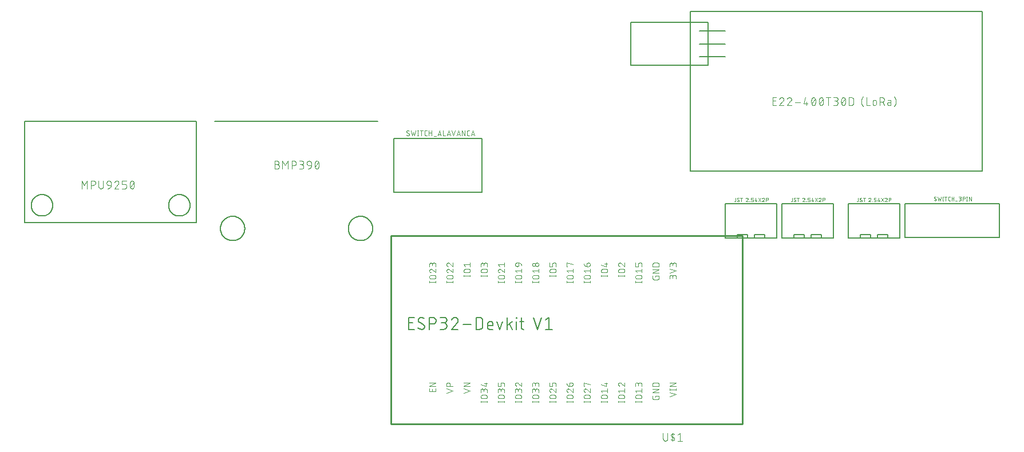
<source format=gbr>
G04 EAGLE Gerber RS-274X export*
G75*
%MOMM*%
%FSLAX34Y34*%
%LPD*%
%INSilkscreen Top*%
%IPPOS*%
%AMOC8*
5,1,8,0,0,1.08239X$1,22.5*%
G01*
%ADD10C,0.076200*%
%ADD11C,0.152400*%
%ADD12C,0.254000*%
%ADD13C,0.101600*%
%ADD14C,0.127000*%
%ADD15C,0.050800*%


D10*
X993879Y269720D02*
X993879Y272331D01*
X993877Y272432D01*
X993871Y272533D01*
X993861Y272634D01*
X993848Y272734D01*
X993830Y272834D01*
X993809Y272933D01*
X993783Y273031D01*
X993754Y273128D01*
X993722Y273224D01*
X993685Y273318D01*
X993645Y273411D01*
X993601Y273503D01*
X993554Y273592D01*
X993503Y273680D01*
X993449Y273766D01*
X993392Y273849D01*
X993332Y273931D01*
X993268Y274009D01*
X993202Y274086D01*
X993132Y274159D01*
X993060Y274230D01*
X992985Y274298D01*
X992907Y274363D01*
X992827Y274425D01*
X992745Y274484D01*
X992660Y274540D01*
X992574Y274592D01*
X992485Y274641D01*
X992394Y274687D01*
X992302Y274728D01*
X992208Y274767D01*
X992113Y274801D01*
X992017Y274832D01*
X991919Y274859D01*
X991821Y274883D01*
X991721Y274902D01*
X991621Y274918D01*
X991521Y274930D01*
X991420Y274938D01*
X991319Y274942D01*
X991217Y274942D01*
X991116Y274938D01*
X991015Y274930D01*
X990915Y274918D01*
X990815Y274902D01*
X990715Y274883D01*
X990617Y274859D01*
X990519Y274832D01*
X990423Y274801D01*
X990328Y274767D01*
X990234Y274728D01*
X990142Y274687D01*
X990051Y274641D01*
X989963Y274592D01*
X989876Y274540D01*
X989791Y274484D01*
X989709Y274425D01*
X989629Y274363D01*
X989551Y274298D01*
X989476Y274230D01*
X989404Y274159D01*
X989334Y274086D01*
X989268Y274009D01*
X989204Y273931D01*
X989144Y273849D01*
X989087Y273766D01*
X989033Y273680D01*
X988982Y273592D01*
X988935Y273503D01*
X988891Y273411D01*
X988851Y273318D01*
X988814Y273224D01*
X988782Y273128D01*
X988753Y273031D01*
X988727Y272933D01*
X988706Y272834D01*
X988688Y272734D01*
X988675Y272634D01*
X988665Y272533D01*
X988659Y272432D01*
X988657Y272331D01*
X984481Y272853D02*
X984481Y269720D01*
X984481Y272853D02*
X984483Y272943D01*
X984489Y273032D01*
X984498Y273122D01*
X984512Y273211D01*
X984529Y273299D01*
X984550Y273386D01*
X984575Y273473D01*
X984604Y273558D01*
X984636Y273642D01*
X984671Y273724D01*
X984711Y273805D01*
X984753Y273884D01*
X984799Y273961D01*
X984849Y274036D01*
X984901Y274109D01*
X984957Y274180D01*
X985015Y274248D01*
X985077Y274313D01*
X985141Y274376D01*
X985208Y274436D01*
X985277Y274493D01*
X985349Y274547D01*
X985423Y274598D01*
X985499Y274646D01*
X985577Y274690D01*
X985657Y274731D01*
X985739Y274769D01*
X985822Y274803D01*
X985907Y274833D01*
X985993Y274860D01*
X986079Y274883D01*
X986167Y274902D01*
X986256Y274917D01*
X986345Y274929D01*
X986434Y274937D01*
X986524Y274941D01*
X986614Y274941D01*
X986704Y274937D01*
X986793Y274929D01*
X986882Y274917D01*
X986971Y274902D01*
X987059Y274883D01*
X987145Y274860D01*
X987231Y274833D01*
X987316Y274803D01*
X987399Y274769D01*
X987481Y274731D01*
X987561Y274690D01*
X987639Y274646D01*
X987715Y274598D01*
X987789Y274547D01*
X987861Y274493D01*
X987930Y274436D01*
X987997Y274376D01*
X988061Y274313D01*
X988123Y274248D01*
X988181Y274180D01*
X988237Y274109D01*
X988289Y274036D01*
X988339Y273961D01*
X988385Y273884D01*
X988427Y273805D01*
X988467Y273724D01*
X988502Y273642D01*
X988534Y273558D01*
X988563Y273473D01*
X988588Y273386D01*
X988609Y273299D01*
X988626Y273211D01*
X988640Y273122D01*
X988649Y273032D01*
X988655Y272943D01*
X988657Y272853D01*
X988658Y272853D02*
X988658Y270764D01*
X984481Y278342D02*
X993879Y281475D01*
X984481Y284607D01*
X993879Y288008D02*
X993879Y290618D01*
X993877Y290719D01*
X993871Y290820D01*
X993861Y290921D01*
X993848Y291021D01*
X993830Y291121D01*
X993809Y291220D01*
X993783Y291318D01*
X993754Y291415D01*
X993722Y291511D01*
X993685Y291605D01*
X993645Y291698D01*
X993601Y291790D01*
X993554Y291879D01*
X993503Y291967D01*
X993449Y292053D01*
X993392Y292136D01*
X993332Y292218D01*
X993268Y292296D01*
X993202Y292373D01*
X993132Y292446D01*
X993060Y292517D01*
X992985Y292585D01*
X992907Y292650D01*
X992827Y292712D01*
X992745Y292771D01*
X992660Y292827D01*
X992574Y292879D01*
X992485Y292928D01*
X992394Y292974D01*
X992302Y293015D01*
X992208Y293054D01*
X992113Y293088D01*
X992017Y293119D01*
X991919Y293146D01*
X991821Y293170D01*
X991721Y293189D01*
X991621Y293205D01*
X991521Y293217D01*
X991420Y293225D01*
X991319Y293229D01*
X991217Y293229D01*
X991116Y293225D01*
X991015Y293217D01*
X990915Y293205D01*
X990815Y293189D01*
X990715Y293170D01*
X990617Y293146D01*
X990519Y293119D01*
X990423Y293088D01*
X990328Y293054D01*
X990234Y293015D01*
X990142Y292974D01*
X990051Y292928D01*
X989963Y292879D01*
X989876Y292827D01*
X989791Y292771D01*
X989709Y292712D01*
X989629Y292650D01*
X989551Y292585D01*
X989476Y292517D01*
X989404Y292446D01*
X989334Y292373D01*
X989268Y292296D01*
X989204Y292218D01*
X989144Y292136D01*
X989087Y292053D01*
X989033Y291967D01*
X988982Y291879D01*
X988935Y291790D01*
X988891Y291698D01*
X988851Y291605D01*
X988814Y291511D01*
X988782Y291415D01*
X988753Y291318D01*
X988727Y291220D01*
X988706Y291121D01*
X988688Y291021D01*
X988675Y290921D01*
X988665Y290820D01*
X988659Y290719D01*
X988657Y290618D01*
X984481Y291141D02*
X984481Y288008D01*
X984481Y291141D02*
X984483Y291231D01*
X984489Y291320D01*
X984498Y291410D01*
X984512Y291499D01*
X984529Y291587D01*
X984550Y291674D01*
X984575Y291761D01*
X984604Y291846D01*
X984636Y291930D01*
X984671Y292012D01*
X984711Y292093D01*
X984753Y292172D01*
X984799Y292249D01*
X984849Y292324D01*
X984901Y292397D01*
X984957Y292468D01*
X985015Y292536D01*
X985077Y292601D01*
X985141Y292664D01*
X985208Y292724D01*
X985277Y292781D01*
X985349Y292835D01*
X985423Y292886D01*
X985499Y292934D01*
X985577Y292978D01*
X985657Y293019D01*
X985739Y293057D01*
X985822Y293091D01*
X985907Y293121D01*
X985993Y293148D01*
X986079Y293171D01*
X986167Y293190D01*
X986256Y293205D01*
X986345Y293217D01*
X986434Y293225D01*
X986524Y293229D01*
X986614Y293229D01*
X986704Y293225D01*
X986793Y293217D01*
X986882Y293205D01*
X986971Y293190D01*
X987059Y293171D01*
X987145Y293148D01*
X987231Y293121D01*
X987316Y293091D01*
X987399Y293057D01*
X987481Y293019D01*
X987561Y292978D01*
X987639Y292934D01*
X987715Y292886D01*
X987789Y292835D01*
X987861Y292781D01*
X987930Y292724D01*
X987997Y292664D01*
X988061Y292601D01*
X988123Y292536D01*
X988181Y292468D01*
X988237Y292397D01*
X988289Y292324D01*
X988339Y292249D01*
X988385Y292172D01*
X988427Y292093D01*
X988467Y292012D01*
X988502Y291930D01*
X988534Y291846D01*
X988563Y291761D01*
X988588Y291674D01*
X988609Y291587D01*
X988626Y291499D01*
X988640Y291410D01*
X988649Y291320D01*
X988655Y291231D01*
X988657Y291141D01*
X988658Y291141D02*
X988658Y289052D01*
X963258Y273722D02*
X963258Y272155D01*
X963258Y273722D02*
X968479Y273722D01*
X968479Y270589D01*
X968477Y270500D01*
X968471Y270412D01*
X968462Y270324D01*
X968449Y270236D01*
X968432Y270149D01*
X968412Y270063D01*
X968387Y269978D01*
X968360Y269893D01*
X968328Y269810D01*
X968294Y269729D01*
X968255Y269649D01*
X968214Y269571D01*
X968169Y269494D01*
X968121Y269420D01*
X968070Y269347D01*
X968016Y269277D01*
X967958Y269210D01*
X967898Y269144D01*
X967836Y269082D01*
X967770Y269022D01*
X967703Y268964D01*
X967633Y268910D01*
X967560Y268859D01*
X967486Y268811D01*
X967409Y268766D01*
X967331Y268725D01*
X967251Y268686D01*
X967170Y268652D01*
X967087Y268620D01*
X967002Y268593D01*
X966917Y268568D01*
X966831Y268548D01*
X966744Y268531D01*
X966656Y268518D01*
X966568Y268509D01*
X966480Y268503D01*
X966391Y268501D01*
X961169Y268501D01*
X961169Y268500D02*
X961078Y268502D01*
X960987Y268508D01*
X960896Y268518D01*
X960806Y268532D01*
X960717Y268550D01*
X960628Y268571D01*
X960541Y268597D01*
X960455Y268626D01*
X960370Y268659D01*
X960286Y268696D01*
X960204Y268736D01*
X960125Y268780D01*
X960047Y268827D01*
X959971Y268878D01*
X959897Y268932D01*
X959826Y268989D01*
X959758Y269049D01*
X959692Y269112D01*
X959629Y269178D01*
X959569Y269246D01*
X959512Y269317D01*
X959458Y269391D01*
X959407Y269467D01*
X959360Y269544D01*
X959316Y269624D01*
X959276Y269706D01*
X959239Y269790D01*
X959206Y269874D01*
X959177Y269961D01*
X959151Y270048D01*
X959130Y270137D01*
X959112Y270226D01*
X959098Y270316D01*
X959088Y270407D01*
X959082Y270498D01*
X959080Y270589D01*
X959081Y270589D02*
X959081Y273722D01*
X959081Y278254D02*
X968479Y278254D01*
X968479Y283475D02*
X959081Y278254D01*
X959081Y283475D02*
X968479Y283475D01*
X968479Y288008D02*
X959081Y288008D01*
X959081Y290618D01*
X959083Y290718D01*
X959089Y290818D01*
X959098Y290917D01*
X959112Y291017D01*
X959129Y291115D01*
X959150Y291213D01*
X959174Y291310D01*
X959203Y291406D01*
X959235Y291501D01*
X959270Y291594D01*
X959309Y291686D01*
X959352Y291777D01*
X959398Y291865D01*
X959448Y291952D01*
X959500Y292037D01*
X959556Y292120D01*
X959615Y292201D01*
X959678Y292279D01*
X959743Y292355D01*
X959811Y292429D01*
X959881Y292499D01*
X959955Y292567D01*
X960031Y292632D01*
X960109Y292695D01*
X960190Y292754D01*
X960273Y292810D01*
X960358Y292862D01*
X960445Y292912D01*
X960533Y292958D01*
X960624Y293001D01*
X960716Y293040D01*
X960809Y293075D01*
X960904Y293107D01*
X961000Y293136D01*
X961097Y293160D01*
X961195Y293181D01*
X961293Y293198D01*
X961393Y293212D01*
X961492Y293221D01*
X961592Y293227D01*
X961692Y293229D01*
X965868Y293229D01*
X965968Y293227D01*
X966068Y293221D01*
X966167Y293212D01*
X966267Y293198D01*
X966365Y293181D01*
X966463Y293160D01*
X966560Y293136D01*
X966656Y293107D01*
X966751Y293075D01*
X966844Y293040D01*
X966936Y293001D01*
X967027Y292958D01*
X967115Y292912D01*
X967202Y292862D01*
X967287Y292810D01*
X967370Y292754D01*
X967451Y292695D01*
X967529Y292632D01*
X967605Y292567D01*
X967679Y292499D01*
X967749Y292429D01*
X967817Y292355D01*
X967882Y292279D01*
X967945Y292201D01*
X968004Y292120D01*
X968060Y292037D01*
X968112Y291952D01*
X968162Y291865D01*
X968208Y291777D01*
X968251Y291686D01*
X968290Y291594D01*
X968325Y291501D01*
X968357Y291406D01*
X968386Y291310D01*
X968410Y291213D01*
X968431Y291115D01*
X968448Y291017D01*
X968462Y290917D01*
X968471Y290818D01*
X968477Y290718D01*
X968479Y290618D01*
X968479Y288008D01*
X943079Y265015D02*
X933681Y265015D01*
X943079Y263971D02*
X943079Y266060D01*
X933681Y266060D02*
X933681Y263971D01*
X936292Y269720D02*
X940468Y269720D01*
X936292Y269720D02*
X936191Y269722D01*
X936090Y269728D01*
X935989Y269738D01*
X935889Y269751D01*
X935789Y269769D01*
X935690Y269790D01*
X935592Y269816D01*
X935495Y269845D01*
X935399Y269877D01*
X935305Y269914D01*
X935212Y269954D01*
X935120Y269998D01*
X935031Y270045D01*
X934943Y270096D01*
X934857Y270150D01*
X934774Y270207D01*
X934692Y270267D01*
X934614Y270331D01*
X934537Y270397D01*
X934464Y270467D01*
X934393Y270539D01*
X934325Y270614D01*
X934260Y270692D01*
X934198Y270772D01*
X934139Y270854D01*
X934083Y270939D01*
X934031Y271026D01*
X933982Y271114D01*
X933936Y271205D01*
X933895Y271297D01*
X933856Y271391D01*
X933822Y271486D01*
X933791Y271582D01*
X933764Y271680D01*
X933740Y271778D01*
X933721Y271878D01*
X933705Y271978D01*
X933693Y272078D01*
X933685Y272179D01*
X933681Y272280D01*
X933681Y272382D01*
X933685Y272483D01*
X933693Y272584D01*
X933705Y272684D01*
X933721Y272784D01*
X933740Y272884D01*
X933764Y272982D01*
X933791Y273080D01*
X933822Y273176D01*
X933856Y273271D01*
X933895Y273365D01*
X933936Y273457D01*
X933982Y273548D01*
X934031Y273637D01*
X934083Y273723D01*
X934139Y273808D01*
X934198Y273890D01*
X934260Y273970D01*
X934325Y274048D01*
X934393Y274123D01*
X934464Y274195D01*
X934537Y274265D01*
X934614Y274331D01*
X934692Y274395D01*
X934774Y274455D01*
X934857Y274512D01*
X934943Y274566D01*
X935031Y274617D01*
X935120Y274664D01*
X935212Y274708D01*
X935305Y274748D01*
X935399Y274785D01*
X935495Y274817D01*
X935592Y274846D01*
X935690Y274872D01*
X935789Y274893D01*
X935889Y274911D01*
X935989Y274924D01*
X936090Y274934D01*
X936191Y274940D01*
X936292Y274942D01*
X936292Y274941D02*
X940468Y274941D01*
X940468Y274942D02*
X940569Y274940D01*
X940670Y274934D01*
X940771Y274924D01*
X940871Y274911D01*
X940971Y274893D01*
X941070Y274872D01*
X941168Y274846D01*
X941265Y274817D01*
X941361Y274785D01*
X941455Y274748D01*
X941548Y274708D01*
X941640Y274664D01*
X941729Y274617D01*
X941817Y274566D01*
X941903Y274512D01*
X941986Y274455D01*
X942068Y274395D01*
X942146Y274331D01*
X942223Y274265D01*
X942296Y274195D01*
X942367Y274123D01*
X942435Y274048D01*
X942500Y273970D01*
X942562Y273890D01*
X942621Y273808D01*
X942677Y273723D01*
X942729Y273636D01*
X942778Y273548D01*
X942824Y273457D01*
X942865Y273365D01*
X942904Y273271D01*
X942938Y273176D01*
X942969Y273080D01*
X942996Y272982D01*
X943020Y272884D01*
X943039Y272784D01*
X943055Y272684D01*
X943067Y272584D01*
X943075Y272483D01*
X943079Y272382D01*
X943079Y272280D01*
X943075Y272179D01*
X943067Y272078D01*
X943055Y271978D01*
X943039Y271878D01*
X943020Y271778D01*
X942996Y271680D01*
X942969Y271582D01*
X942938Y271486D01*
X942904Y271391D01*
X942865Y271297D01*
X942824Y271205D01*
X942778Y271114D01*
X942729Y271026D01*
X942677Y270939D01*
X942621Y270854D01*
X942562Y270772D01*
X942500Y270692D01*
X942435Y270614D01*
X942367Y270539D01*
X942296Y270467D01*
X942223Y270397D01*
X942146Y270331D01*
X942068Y270267D01*
X941986Y270207D01*
X941903Y270150D01*
X941817Y270096D01*
X941729Y270045D01*
X941640Y269998D01*
X941548Y269954D01*
X941455Y269914D01*
X941361Y269877D01*
X941265Y269845D01*
X941168Y269816D01*
X941070Y269790D01*
X940971Y269769D01*
X940871Y269751D01*
X940771Y269738D01*
X940670Y269728D01*
X940569Y269722D01*
X940468Y269720D01*
X935769Y278864D02*
X933681Y281474D01*
X943079Y281474D01*
X943079Y278864D02*
X943079Y284085D01*
X943079Y288008D02*
X943079Y291141D01*
X943077Y291230D01*
X943071Y291318D01*
X943062Y291406D01*
X943049Y291494D01*
X943032Y291581D01*
X943012Y291667D01*
X942987Y291752D01*
X942960Y291837D01*
X942928Y291920D01*
X942894Y292001D01*
X942855Y292081D01*
X942814Y292159D01*
X942769Y292236D01*
X942721Y292310D01*
X942670Y292383D01*
X942616Y292453D01*
X942558Y292520D01*
X942498Y292586D01*
X942436Y292648D01*
X942370Y292708D01*
X942303Y292766D01*
X942233Y292820D01*
X942160Y292871D01*
X942086Y292919D01*
X942009Y292964D01*
X941931Y293005D01*
X941851Y293044D01*
X941770Y293078D01*
X941687Y293110D01*
X941602Y293137D01*
X941517Y293162D01*
X941431Y293182D01*
X941344Y293199D01*
X941256Y293212D01*
X941168Y293221D01*
X941080Y293227D01*
X940991Y293229D01*
X939946Y293229D01*
X939857Y293227D01*
X939769Y293221D01*
X939681Y293212D01*
X939593Y293199D01*
X939506Y293182D01*
X939420Y293162D01*
X939335Y293137D01*
X939250Y293110D01*
X939167Y293078D01*
X939086Y293044D01*
X939006Y293005D01*
X938928Y292964D01*
X938851Y292919D01*
X938777Y292871D01*
X938704Y292820D01*
X938634Y292766D01*
X938567Y292708D01*
X938501Y292648D01*
X938439Y292586D01*
X938379Y292520D01*
X938321Y292453D01*
X938267Y292383D01*
X938216Y292310D01*
X938168Y292236D01*
X938123Y292159D01*
X938082Y292081D01*
X938043Y292001D01*
X938009Y291920D01*
X937977Y291837D01*
X937950Y291752D01*
X937925Y291667D01*
X937905Y291581D01*
X937888Y291494D01*
X937875Y291406D01*
X937866Y291318D01*
X937860Y291230D01*
X937858Y291141D01*
X937858Y288008D01*
X933681Y288008D01*
X933681Y293229D01*
X917679Y274159D02*
X908281Y274159D01*
X917679Y273115D02*
X917679Y275204D01*
X908281Y275204D02*
X908281Y273115D01*
X910892Y278864D02*
X915068Y278864D01*
X910892Y278863D02*
X910791Y278865D01*
X910690Y278871D01*
X910589Y278881D01*
X910489Y278894D01*
X910389Y278912D01*
X910290Y278933D01*
X910192Y278959D01*
X910095Y278988D01*
X909999Y279020D01*
X909905Y279057D01*
X909812Y279097D01*
X909720Y279141D01*
X909631Y279188D01*
X909543Y279239D01*
X909457Y279293D01*
X909374Y279350D01*
X909292Y279410D01*
X909214Y279474D01*
X909137Y279540D01*
X909064Y279610D01*
X908993Y279682D01*
X908925Y279757D01*
X908860Y279835D01*
X908798Y279915D01*
X908739Y279997D01*
X908683Y280082D01*
X908631Y280169D01*
X908582Y280257D01*
X908536Y280348D01*
X908495Y280440D01*
X908456Y280534D01*
X908422Y280629D01*
X908391Y280725D01*
X908364Y280823D01*
X908340Y280921D01*
X908321Y281021D01*
X908305Y281121D01*
X908293Y281221D01*
X908285Y281322D01*
X908281Y281423D01*
X908281Y281525D01*
X908285Y281626D01*
X908293Y281727D01*
X908305Y281827D01*
X908321Y281927D01*
X908340Y282027D01*
X908364Y282125D01*
X908391Y282223D01*
X908422Y282319D01*
X908456Y282414D01*
X908495Y282508D01*
X908536Y282600D01*
X908582Y282691D01*
X908631Y282780D01*
X908683Y282866D01*
X908739Y282951D01*
X908798Y283033D01*
X908860Y283113D01*
X908925Y283191D01*
X908993Y283266D01*
X909064Y283338D01*
X909137Y283408D01*
X909214Y283474D01*
X909292Y283538D01*
X909374Y283598D01*
X909457Y283655D01*
X909543Y283709D01*
X909631Y283760D01*
X909720Y283807D01*
X909812Y283851D01*
X909905Y283891D01*
X909999Y283928D01*
X910095Y283960D01*
X910192Y283989D01*
X910290Y284015D01*
X910389Y284036D01*
X910489Y284054D01*
X910589Y284067D01*
X910690Y284077D01*
X910791Y284083D01*
X910892Y284085D01*
X915068Y284085D01*
X915169Y284083D01*
X915270Y284077D01*
X915371Y284067D01*
X915471Y284054D01*
X915571Y284036D01*
X915670Y284015D01*
X915768Y283989D01*
X915865Y283960D01*
X915961Y283928D01*
X916055Y283891D01*
X916148Y283851D01*
X916240Y283807D01*
X916329Y283760D01*
X916417Y283709D01*
X916503Y283655D01*
X916586Y283598D01*
X916668Y283538D01*
X916746Y283474D01*
X916823Y283408D01*
X916896Y283338D01*
X916967Y283266D01*
X917035Y283191D01*
X917100Y283113D01*
X917162Y283033D01*
X917221Y282951D01*
X917277Y282866D01*
X917329Y282779D01*
X917378Y282691D01*
X917424Y282600D01*
X917465Y282508D01*
X917504Y282414D01*
X917538Y282319D01*
X917569Y282223D01*
X917596Y282125D01*
X917620Y282027D01*
X917639Y281927D01*
X917655Y281827D01*
X917667Y281727D01*
X917675Y281626D01*
X917679Y281525D01*
X917679Y281423D01*
X917675Y281322D01*
X917667Y281221D01*
X917655Y281121D01*
X917639Y281021D01*
X917620Y280921D01*
X917596Y280823D01*
X917569Y280725D01*
X917538Y280629D01*
X917504Y280534D01*
X917465Y280440D01*
X917424Y280348D01*
X917378Y280257D01*
X917329Y280169D01*
X917277Y280082D01*
X917221Y279997D01*
X917162Y279915D01*
X917100Y279835D01*
X917035Y279757D01*
X916967Y279682D01*
X916896Y279610D01*
X916823Y279540D01*
X916746Y279474D01*
X916668Y279410D01*
X916586Y279350D01*
X916503Y279293D01*
X916417Y279239D01*
X916329Y279188D01*
X916240Y279141D01*
X916148Y279097D01*
X916055Y279057D01*
X915961Y279020D01*
X915865Y278988D01*
X915768Y278959D01*
X915670Y278933D01*
X915571Y278912D01*
X915471Y278894D01*
X915371Y278881D01*
X915270Y278871D01*
X915169Y278865D01*
X915068Y278863D01*
X908281Y290880D02*
X908283Y290975D01*
X908289Y291069D01*
X908298Y291163D01*
X908311Y291257D01*
X908328Y291350D01*
X908349Y291442D01*
X908374Y291534D01*
X908402Y291624D01*
X908434Y291713D01*
X908469Y291801D01*
X908508Y291887D01*
X908550Y291972D01*
X908596Y292055D01*
X908645Y292136D01*
X908697Y292215D01*
X908752Y292292D01*
X908811Y292366D01*
X908872Y292438D01*
X908936Y292508D01*
X909003Y292575D01*
X909073Y292639D01*
X909145Y292700D01*
X909219Y292759D01*
X909296Y292814D01*
X909375Y292866D01*
X909456Y292915D01*
X909539Y292961D01*
X909624Y293003D01*
X909710Y293042D01*
X909798Y293077D01*
X909887Y293109D01*
X909977Y293137D01*
X910069Y293162D01*
X910161Y293183D01*
X910254Y293200D01*
X910348Y293213D01*
X910442Y293222D01*
X910536Y293228D01*
X910631Y293230D01*
X908281Y290880D02*
X908283Y290772D01*
X908289Y290663D01*
X908299Y290555D01*
X908312Y290448D01*
X908330Y290341D01*
X908351Y290234D01*
X908376Y290129D01*
X908405Y290024D01*
X908437Y289921D01*
X908474Y289819D01*
X908514Y289718D01*
X908557Y289619D01*
X908604Y289521D01*
X908655Y289425D01*
X908709Y289331D01*
X908766Y289239D01*
X908827Y289149D01*
X908891Y289061D01*
X908957Y288976D01*
X909027Y288893D01*
X909100Y288813D01*
X909176Y288735D01*
X909254Y288660D01*
X909335Y288588D01*
X909419Y288519D01*
X909505Y288453D01*
X909593Y288390D01*
X909684Y288331D01*
X909776Y288274D01*
X909871Y288221D01*
X909968Y288172D01*
X910066Y288126D01*
X910165Y288083D01*
X910267Y288044D01*
X910369Y288009D01*
X912459Y292446D02*
X912390Y292515D01*
X912319Y292581D01*
X912246Y292645D01*
X912170Y292706D01*
X912091Y292764D01*
X912011Y292818D01*
X911928Y292870D01*
X911844Y292918D01*
X911758Y292964D01*
X911670Y293005D01*
X911580Y293044D01*
X911489Y293079D01*
X911397Y293110D01*
X911304Y293138D01*
X911210Y293162D01*
X911115Y293182D01*
X911019Y293199D01*
X910922Y293212D01*
X910825Y293221D01*
X910728Y293227D01*
X910631Y293229D01*
X912458Y292446D02*
X917679Y288008D01*
X917679Y293229D01*
X892279Y274159D02*
X882881Y274159D01*
X892279Y273115D02*
X892279Y275204D01*
X882881Y275204D02*
X882881Y273115D01*
X885492Y278864D02*
X889668Y278864D01*
X885492Y278863D02*
X885391Y278865D01*
X885290Y278871D01*
X885189Y278881D01*
X885089Y278894D01*
X884989Y278912D01*
X884890Y278933D01*
X884792Y278959D01*
X884695Y278988D01*
X884599Y279020D01*
X884505Y279057D01*
X884412Y279097D01*
X884320Y279141D01*
X884231Y279188D01*
X884143Y279239D01*
X884057Y279293D01*
X883974Y279350D01*
X883892Y279410D01*
X883814Y279474D01*
X883737Y279540D01*
X883664Y279610D01*
X883593Y279682D01*
X883525Y279757D01*
X883460Y279835D01*
X883398Y279915D01*
X883339Y279997D01*
X883283Y280082D01*
X883231Y280169D01*
X883182Y280257D01*
X883136Y280348D01*
X883095Y280440D01*
X883056Y280534D01*
X883022Y280629D01*
X882991Y280725D01*
X882964Y280823D01*
X882940Y280921D01*
X882921Y281021D01*
X882905Y281121D01*
X882893Y281221D01*
X882885Y281322D01*
X882881Y281423D01*
X882881Y281525D01*
X882885Y281626D01*
X882893Y281727D01*
X882905Y281827D01*
X882921Y281927D01*
X882940Y282027D01*
X882964Y282125D01*
X882991Y282223D01*
X883022Y282319D01*
X883056Y282414D01*
X883095Y282508D01*
X883136Y282600D01*
X883182Y282691D01*
X883231Y282780D01*
X883283Y282866D01*
X883339Y282951D01*
X883398Y283033D01*
X883460Y283113D01*
X883525Y283191D01*
X883593Y283266D01*
X883664Y283338D01*
X883737Y283408D01*
X883814Y283474D01*
X883892Y283538D01*
X883974Y283598D01*
X884057Y283655D01*
X884143Y283709D01*
X884231Y283760D01*
X884320Y283807D01*
X884412Y283851D01*
X884505Y283891D01*
X884599Y283928D01*
X884695Y283960D01*
X884792Y283989D01*
X884890Y284015D01*
X884989Y284036D01*
X885089Y284054D01*
X885189Y284067D01*
X885290Y284077D01*
X885391Y284083D01*
X885492Y284085D01*
X889668Y284085D01*
X889769Y284083D01*
X889870Y284077D01*
X889971Y284067D01*
X890071Y284054D01*
X890171Y284036D01*
X890270Y284015D01*
X890368Y283989D01*
X890465Y283960D01*
X890561Y283928D01*
X890655Y283891D01*
X890748Y283851D01*
X890840Y283807D01*
X890929Y283760D01*
X891017Y283709D01*
X891103Y283655D01*
X891186Y283598D01*
X891268Y283538D01*
X891346Y283474D01*
X891423Y283408D01*
X891496Y283338D01*
X891567Y283266D01*
X891635Y283191D01*
X891700Y283113D01*
X891762Y283033D01*
X891821Y282951D01*
X891877Y282866D01*
X891929Y282779D01*
X891978Y282691D01*
X892024Y282600D01*
X892065Y282508D01*
X892104Y282414D01*
X892138Y282319D01*
X892169Y282223D01*
X892196Y282125D01*
X892220Y282027D01*
X892239Y281927D01*
X892255Y281827D01*
X892267Y281727D01*
X892275Y281626D01*
X892279Y281525D01*
X892279Y281423D01*
X892275Y281322D01*
X892267Y281221D01*
X892255Y281121D01*
X892239Y281021D01*
X892220Y280921D01*
X892196Y280823D01*
X892169Y280725D01*
X892138Y280629D01*
X892104Y280534D01*
X892065Y280440D01*
X892024Y280348D01*
X891978Y280257D01*
X891929Y280169D01*
X891877Y280082D01*
X891821Y279997D01*
X891762Y279915D01*
X891700Y279835D01*
X891635Y279757D01*
X891567Y279682D01*
X891496Y279610D01*
X891423Y279540D01*
X891346Y279474D01*
X891268Y279410D01*
X891186Y279350D01*
X891103Y279293D01*
X891017Y279239D01*
X890929Y279188D01*
X890840Y279141D01*
X890748Y279097D01*
X890655Y279057D01*
X890561Y279020D01*
X890465Y278988D01*
X890368Y278959D01*
X890270Y278933D01*
X890171Y278912D01*
X890071Y278894D01*
X889971Y278881D01*
X889870Y278871D01*
X889769Y278865D01*
X889668Y278863D01*
X890191Y288008D02*
X882881Y290096D01*
X890191Y288008D02*
X890191Y293229D01*
X888102Y291663D02*
X892279Y291663D01*
X866879Y265015D02*
X857481Y265015D01*
X866879Y263971D02*
X866879Y266060D01*
X857481Y266060D02*
X857481Y263971D01*
X860092Y269720D02*
X864268Y269720D01*
X860092Y269720D02*
X859991Y269722D01*
X859890Y269728D01*
X859789Y269738D01*
X859689Y269751D01*
X859589Y269769D01*
X859490Y269790D01*
X859392Y269816D01*
X859295Y269845D01*
X859199Y269877D01*
X859105Y269914D01*
X859012Y269954D01*
X858920Y269998D01*
X858831Y270045D01*
X858743Y270096D01*
X858657Y270150D01*
X858574Y270207D01*
X858492Y270267D01*
X858414Y270331D01*
X858337Y270397D01*
X858264Y270467D01*
X858193Y270539D01*
X858125Y270614D01*
X858060Y270692D01*
X857998Y270772D01*
X857939Y270854D01*
X857883Y270939D01*
X857831Y271026D01*
X857782Y271114D01*
X857736Y271205D01*
X857695Y271297D01*
X857656Y271391D01*
X857622Y271486D01*
X857591Y271582D01*
X857564Y271680D01*
X857540Y271778D01*
X857521Y271878D01*
X857505Y271978D01*
X857493Y272078D01*
X857485Y272179D01*
X857481Y272280D01*
X857481Y272382D01*
X857485Y272483D01*
X857493Y272584D01*
X857505Y272684D01*
X857521Y272784D01*
X857540Y272884D01*
X857564Y272982D01*
X857591Y273080D01*
X857622Y273176D01*
X857656Y273271D01*
X857695Y273365D01*
X857736Y273457D01*
X857782Y273548D01*
X857831Y273637D01*
X857883Y273723D01*
X857939Y273808D01*
X857998Y273890D01*
X858060Y273970D01*
X858125Y274048D01*
X858193Y274123D01*
X858264Y274195D01*
X858337Y274265D01*
X858414Y274331D01*
X858492Y274395D01*
X858574Y274455D01*
X858657Y274512D01*
X858743Y274566D01*
X858831Y274617D01*
X858920Y274664D01*
X859012Y274708D01*
X859105Y274748D01*
X859199Y274785D01*
X859295Y274817D01*
X859392Y274846D01*
X859490Y274872D01*
X859589Y274893D01*
X859689Y274911D01*
X859789Y274924D01*
X859890Y274934D01*
X859991Y274940D01*
X860092Y274942D01*
X860092Y274941D02*
X864268Y274941D01*
X864268Y274942D02*
X864369Y274940D01*
X864470Y274934D01*
X864571Y274924D01*
X864671Y274911D01*
X864771Y274893D01*
X864870Y274872D01*
X864968Y274846D01*
X865065Y274817D01*
X865161Y274785D01*
X865255Y274748D01*
X865348Y274708D01*
X865440Y274664D01*
X865529Y274617D01*
X865617Y274566D01*
X865703Y274512D01*
X865786Y274455D01*
X865868Y274395D01*
X865946Y274331D01*
X866023Y274265D01*
X866096Y274195D01*
X866167Y274123D01*
X866235Y274048D01*
X866300Y273970D01*
X866362Y273890D01*
X866421Y273808D01*
X866477Y273723D01*
X866529Y273636D01*
X866578Y273548D01*
X866624Y273457D01*
X866665Y273365D01*
X866704Y273271D01*
X866738Y273176D01*
X866769Y273080D01*
X866796Y272982D01*
X866820Y272884D01*
X866839Y272784D01*
X866855Y272684D01*
X866867Y272584D01*
X866875Y272483D01*
X866879Y272382D01*
X866879Y272280D01*
X866875Y272179D01*
X866867Y272078D01*
X866855Y271978D01*
X866839Y271878D01*
X866820Y271778D01*
X866796Y271680D01*
X866769Y271582D01*
X866738Y271486D01*
X866704Y271391D01*
X866665Y271297D01*
X866624Y271205D01*
X866578Y271114D01*
X866529Y271026D01*
X866477Y270939D01*
X866421Y270854D01*
X866362Y270772D01*
X866300Y270692D01*
X866235Y270614D01*
X866167Y270539D01*
X866096Y270467D01*
X866023Y270397D01*
X865946Y270331D01*
X865868Y270267D01*
X865786Y270207D01*
X865703Y270150D01*
X865617Y270096D01*
X865529Y270045D01*
X865440Y269998D01*
X865348Y269954D01*
X865255Y269914D01*
X865161Y269877D01*
X865065Y269845D01*
X864968Y269816D01*
X864870Y269790D01*
X864771Y269769D01*
X864671Y269751D01*
X864571Y269738D01*
X864470Y269728D01*
X864369Y269722D01*
X864268Y269720D01*
X859569Y278864D02*
X857481Y281474D01*
X866879Y281474D01*
X866879Y278864D02*
X866879Y284085D01*
X861658Y288008D02*
X861658Y291141D01*
X861660Y291230D01*
X861666Y291318D01*
X861675Y291406D01*
X861688Y291494D01*
X861705Y291581D01*
X861725Y291667D01*
X861750Y291752D01*
X861777Y291837D01*
X861809Y291920D01*
X861843Y292001D01*
X861882Y292081D01*
X861923Y292159D01*
X861968Y292236D01*
X862016Y292310D01*
X862067Y292383D01*
X862121Y292453D01*
X862179Y292520D01*
X862239Y292586D01*
X862301Y292648D01*
X862367Y292708D01*
X862434Y292766D01*
X862504Y292820D01*
X862577Y292871D01*
X862651Y292919D01*
X862728Y292964D01*
X862806Y293005D01*
X862886Y293044D01*
X862967Y293078D01*
X863050Y293110D01*
X863135Y293137D01*
X863220Y293162D01*
X863306Y293182D01*
X863393Y293199D01*
X863481Y293212D01*
X863569Y293221D01*
X863657Y293227D01*
X863746Y293229D01*
X864268Y293229D01*
X864369Y293227D01*
X864470Y293221D01*
X864571Y293211D01*
X864671Y293198D01*
X864771Y293180D01*
X864870Y293159D01*
X864968Y293133D01*
X865065Y293104D01*
X865161Y293072D01*
X865255Y293035D01*
X865348Y292995D01*
X865440Y292951D01*
X865529Y292904D01*
X865617Y292853D01*
X865703Y292799D01*
X865786Y292742D01*
X865868Y292682D01*
X865946Y292618D01*
X866023Y292552D01*
X866096Y292482D01*
X866167Y292410D01*
X866235Y292335D01*
X866300Y292257D01*
X866362Y292177D01*
X866421Y292095D01*
X866477Y292010D01*
X866529Y291923D01*
X866578Y291835D01*
X866624Y291744D01*
X866665Y291652D01*
X866704Y291558D01*
X866738Y291463D01*
X866769Y291367D01*
X866796Y291269D01*
X866820Y291171D01*
X866839Y291071D01*
X866855Y290971D01*
X866867Y290871D01*
X866875Y290770D01*
X866879Y290669D01*
X866879Y290567D01*
X866875Y290466D01*
X866867Y290365D01*
X866855Y290265D01*
X866839Y290165D01*
X866820Y290065D01*
X866796Y289967D01*
X866769Y289869D01*
X866738Y289773D01*
X866704Y289678D01*
X866665Y289584D01*
X866624Y289492D01*
X866578Y289401D01*
X866529Y289313D01*
X866477Y289226D01*
X866421Y289141D01*
X866362Y289059D01*
X866300Y288979D01*
X866235Y288901D01*
X866167Y288826D01*
X866096Y288754D01*
X866023Y288684D01*
X865946Y288618D01*
X865868Y288554D01*
X865786Y288494D01*
X865703Y288437D01*
X865617Y288383D01*
X865529Y288332D01*
X865440Y288285D01*
X865348Y288241D01*
X865255Y288201D01*
X865161Y288164D01*
X865065Y288132D01*
X864968Y288103D01*
X864870Y288077D01*
X864771Y288056D01*
X864671Y288038D01*
X864571Y288025D01*
X864470Y288015D01*
X864369Y288009D01*
X864268Y288007D01*
X864268Y288008D02*
X861658Y288008D01*
X861529Y288010D01*
X861401Y288016D01*
X861273Y288026D01*
X861145Y288040D01*
X861017Y288057D01*
X860890Y288079D01*
X860764Y288105D01*
X860639Y288134D01*
X860515Y288167D01*
X860392Y288205D01*
X860270Y288245D01*
X860149Y288290D01*
X860030Y288338D01*
X859912Y288390D01*
X859796Y288446D01*
X859682Y288505D01*
X859570Y288568D01*
X859459Y288634D01*
X859351Y288703D01*
X859245Y288776D01*
X859141Y288852D01*
X859039Y288931D01*
X858940Y289013D01*
X858844Y289098D01*
X858750Y289186D01*
X858659Y289277D01*
X858571Y289371D01*
X858486Y289467D01*
X858404Y289566D01*
X858325Y289668D01*
X858249Y289772D01*
X858176Y289878D01*
X858107Y289986D01*
X858041Y290096D01*
X857978Y290209D01*
X857919Y290323D01*
X857863Y290439D01*
X857811Y290557D01*
X857763Y290676D01*
X857718Y290797D01*
X857678Y290919D01*
X857640Y291042D01*
X857607Y291166D01*
X857578Y291291D01*
X857552Y291417D01*
X857530Y291544D01*
X857513Y291672D01*
X857499Y291800D01*
X857489Y291928D01*
X857483Y292056D01*
X857481Y292185D01*
X841479Y265015D02*
X832081Y265015D01*
X841479Y263971D02*
X841479Y266060D01*
X832081Y266060D02*
X832081Y263971D01*
X834692Y269720D02*
X838868Y269720D01*
X834692Y269720D02*
X834591Y269722D01*
X834490Y269728D01*
X834389Y269738D01*
X834289Y269751D01*
X834189Y269769D01*
X834090Y269790D01*
X833992Y269816D01*
X833895Y269845D01*
X833799Y269877D01*
X833705Y269914D01*
X833612Y269954D01*
X833520Y269998D01*
X833431Y270045D01*
X833343Y270096D01*
X833257Y270150D01*
X833174Y270207D01*
X833092Y270267D01*
X833014Y270331D01*
X832937Y270397D01*
X832864Y270467D01*
X832793Y270539D01*
X832725Y270614D01*
X832660Y270692D01*
X832598Y270772D01*
X832539Y270854D01*
X832483Y270939D01*
X832431Y271026D01*
X832382Y271114D01*
X832336Y271205D01*
X832295Y271297D01*
X832256Y271391D01*
X832222Y271486D01*
X832191Y271582D01*
X832164Y271680D01*
X832140Y271778D01*
X832121Y271878D01*
X832105Y271978D01*
X832093Y272078D01*
X832085Y272179D01*
X832081Y272280D01*
X832081Y272382D01*
X832085Y272483D01*
X832093Y272584D01*
X832105Y272684D01*
X832121Y272784D01*
X832140Y272884D01*
X832164Y272982D01*
X832191Y273080D01*
X832222Y273176D01*
X832256Y273271D01*
X832295Y273365D01*
X832336Y273457D01*
X832382Y273548D01*
X832431Y273637D01*
X832483Y273723D01*
X832539Y273808D01*
X832598Y273890D01*
X832660Y273970D01*
X832725Y274048D01*
X832793Y274123D01*
X832864Y274195D01*
X832937Y274265D01*
X833014Y274331D01*
X833092Y274395D01*
X833174Y274455D01*
X833257Y274512D01*
X833343Y274566D01*
X833431Y274617D01*
X833520Y274664D01*
X833612Y274708D01*
X833705Y274748D01*
X833799Y274785D01*
X833895Y274817D01*
X833992Y274846D01*
X834090Y274872D01*
X834189Y274893D01*
X834289Y274911D01*
X834389Y274924D01*
X834490Y274934D01*
X834591Y274940D01*
X834692Y274942D01*
X834692Y274941D02*
X838868Y274941D01*
X838868Y274942D02*
X838969Y274940D01*
X839070Y274934D01*
X839171Y274924D01*
X839271Y274911D01*
X839371Y274893D01*
X839470Y274872D01*
X839568Y274846D01*
X839665Y274817D01*
X839761Y274785D01*
X839855Y274748D01*
X839948Y274708D01*
X840040Y274664D01*
X840129Y274617D01*
X840217Y274566D01*
X840303Y274512D01*
X840386Y274455D01*
X840468Y274395D01*
X840546Y274331D01*
X840623Y274265D01*
X840696Y274195D01*
X840767Y274123D01*
X840835Y274048D01*
X840900Y273970D01*
X840962Y273890D01*
X841021Y273808D01*
X841077Y273723D01*
X841129Y273636D01*
X841178Y273548D01*
X841224Y273457D01*
X841265Y273365D01*
X841304Y273271D01*
X841338Y273176D01*
X841369Y273080D01*
X841396Y272982D01*
X841420Y272884D01*
X841439Y272784D01*
X841455Y272684D01*
X841467Y272584D01*
X841475Y272483D01*
X841479Y272382D01*
X841479Y272280D01*
X841475Y272179D01*
X841467Y272078D01*
X841455Y271978D01*
X841439Y271878D01*
X841420Y271778D01*
X841396Y271680D01*
X841369Y271582D01*
X841338Y271486D01*
X841304Y271391D01*
X841265Y271297D01*
X841224Y271205D01*
X841178Y271114D01*
X841129Y271026D01*
X841077Y270939D01*
X841021Y270854D01*
X840962Y270772D01*
X840900Y270692D01*
X840835Y270614D01*
X840767Y270539D01*
X840696Y270467D01*
X840623Y270397D01*
X840546Y270331D01*
X840468Y270267D01*
X840386Y270207D01*
X840303Y270150D01*
X840217Y270096D01*
X840129Y270045D01*
X840040Y269998D01*
X839948Y269954D01*
X839855Y269914D01*
X839761Y269877D01*
X839665Y269845D01*
X839568Y269816D01*
X839470Y269790D01*
X839371Y269769D01*
X839271Y269751D01*
X839171Y269738D01*
X839070Y269728D01*
X838969Y269722D01*
X838868Y269720D01*
X834169Y278864D02*
X832081Y281474D01*
X841479Y281474D01*
X841479Y278864D02*
X841479Y284085D01*
X833125Y288008D02*
X832081Y288008D01*
X832081Y293229D01*
X841479Y290618D01*
X816079Y274159D02*
X806681Y274159D01*
X816079Y273115D02*
X816079Y275204D01*
X806681Y275204D02*
X806681Y273115D01*
X809292Y278864D02*
X813468Y278864D01*
X809292Y278863D02*
X809191Y278865D01*
X809090Y278871D01*
X808989Y278881D01*
X808889Y278894D01*
X808789Y278912D01*
X808690Y278933D01*
X808592Y278959D01*
X808495Y278988D01*
X808399Y279020D01*
X808305Y279057D01*
X808212Y279097D01*
X808120Y279141D01*
X808031Y279188D01*
X807943Y279239D01*
X807857Y279293D01*
X807774Y279350D01*
X807692Y279410D01*
X807614Y279474D01*
X807537Y279540D01*
X807464Y279610D01*
X807393Y279682D01*
X807325Y279757D01*
X807260Y279835D01*
X807198Y279915D01*
X807139Y279997D01*
X807083Y280082D01*
X807031Y280169D01*
X806982Y280257D01*
X806936Y280348D01*
X806895Y280440D01*
X806856Y280534D01*
X806822Y280629D01*
X806791Y280725D01*
X806764Y280823D01*
X806740Y280921D01*
X806721Y281021D01*
X806705Y281121D01*
X806693Y281221D01*
X806685Y281322D01*
X806681Y281423D01*
X806681Y281525D01*
X806685Y281626D01*
X806693Y281727D01*
X806705Y281827D01*
X806721Y281927D01*
X806740Y282027D01*
X806764Y282125D01*
X806791Y282223D01*
X806822Y282319D01*
X806856Y282414D01*
X806895Y282508D01*
X806936Y282600D01*
X806982Y282691D01*
X807031Y282780D01*
X807083Y282866D01*
X807139Y282951D01*
X807198Y283033D01*
X807260Y283113D01*
X807325Y283191D01*
X807393Y283266D01*
X807464Y283338D01*
X807537Y283408D01*
X807614Y283474D01*
X807692Y283538D01*
X807774Y283598D01*
X807857Y283655D01*
X807943Y283709D01*
X808031Y283760D01*
X808120Y283807D01*
X808212Y283851D01*
X808305Y283891D01*
X808399Y283928D01*
X808495Y283960D01*
X808592Y283989D01*
X808690Y284015D01*
X808789Y284036D01*
X808889Y284054D01*
X808989Y284067D01*
X809090Y284077D01*
X809191Y284083D01*
X809292Y284085D01*
X813468Y284085D01*
X813569Y284083D01*
X813670Y284077D01*
X813771Y284067D01*
X813871Y284054D01*
X813971Y284036D01*
X814070Y284015D01*
X814168Y283989D01*
X814265Y283960D01*
X814361Y283928D01*
X814455Y283891D01*
X814548Y283851D01*
X814640Y283807D01*
X814729Y283760D01*
X814817Y283709D01*
X814903Y283655D01*
X814986Y283598D01*
X815068Y283538D01*
X815146Y283474D01*
X815223Y283408D01*
X815296Y283338D01*
X815367Y283266D01*
X815435Y283191D01*
X815500Y283113D01*
X815562Y283033D01*
X815621Y282951D01*
X815677Y282866D01*
X815729Y282779D01*
X815778Y282691D01*
X815824Y282600D01*
X815865Y282508D01*
X815904Y282414D01*
X815938Y282319D01*
X815969Y282223D01*
X815996Y282125D01*
X816020Y282027D01*
X816039Y281927D01*
X816055Y281827D01*
X816067Y281727D01*
X816075Y281626D01*
X816079Y281525D01*
X816079Y281423D01*
X816075Y281322D01*
X816067Y281221D01*
X816055Y281121D01*
X816039Y281021D01*
X816020Y280921D01*
X815996Y280823D01*
X815969Y280725D01*
X815938Y280629D01*
X815904Y280534D01*
X815865Y280440D01*
X815824Y280348D01*
X815778Y280257D01*
X815729Y280169D01*
X815677Y280082D01*
X815621Y279997D01*
X815562Y279915D01*
X815500Y279835D01*
X815435Y279757D01*
X815367Y279682D01*
X815296Y279610D01*
X815223Y279540D01*
X815146Y279474D01*
X815068Y279410D01*
X814986Y279350D01*
X814903Y279293D01*
X814817Y279239D01*
X814729Y279188D01*
X814640Y279141D01*
X814548Y279097D01*
X814455Y279057D01*
X814361Y279020D01*
X814265Y278988D01*
X814168Y278959D01*
X814070Y278933D01*
X813971Y278912D01*
X813871Y278894D01*
X813771Y278881D01*
X813670Y278871D01*
X813569Y278865D01*
X813468Y278863D01*
X816079Y288008D02*
X816079Y291141D01*
X816077Y291230D01*
X816071Y291318D01*
X816062Y291406D01*
X816049Y291494D01*
X816032Y291581D01*
X816012Y291667D01*
X815987Y291752D01*
X815960Y291837D01*
X815928Y291920D01*
X815894Y292001D01*
X815855Y292081D01*
X815814Y292159D01*
X815769Y292236D01*
X815721Y292310D01*
X815670Y292383D01*
X815616Y292453D01*
X815558Y292520D01*
X815498Y292586D01*
X815436Y292648D01*
X815370Y292708D01*
X815303Y292766D01*
X815233Y292820D01*
X815160Y292871D01*
X815086Y292919D01*
X815009Y292964D01*
X814931Y293005D01*
X814851Y293044D01*
X814770Y293078D01*
X814687Y293110D01*
X814602Y293137D01*
X814517Y293162D01*
X814431Y293182D01*
X814344Y293199D01*
X814256Y293212D01*
X814168Y293221D01*
X814080Y293227D01*
X813991Y293229D01*
X812946Y293229D01*
X812857Y293227D01*
X812769Y293221D01*
X812681Y293212D01*
X812593Y293199D01*
X812506Y293182D01*
X812420Y293162D01*
X812335Y293137D01*
X812250Y293110D01*
X812167Y293078D01*
X812086Y293044D01*
X812006Y293005D01*
X811928Y292964D01*
X811851Y292919D01*
X811777Y292871D01*
X811704Y292820D01*
X811634Y292766D01*
X811567Y292708D01*
X811501Y292648D01*
X811439Y292586D01*
X811379Y292520D01*
X811321Y292453D01*
X811267Y292383D01*
X811216Y292310D01*
X811168Y292236D01*
X811123Y292159D01*
X811082Y292081D01*
X811043Y292001D01*
X811009Y291920D01*
X810977Y291837D01*
X810950Y291752D01*
X810925Y291667D01*
X810905Y291581D01*
X810888Y291494D01*
X810875Y291406D01*
X810866Y291318D01*
X810860Y291230D01*
X810858Y291141D01*
X810858Y288008D01*
X806681Y288008D01*
X806681Y293229D01*
X790679Y265015D02*
X781281Y265015D01*
X790679Y263971D02*
X790679Y266060D01*
X781281Y266060D02*
X781281Y263971D01*
X783892Y269720D02*
X788068Y269720D01*
X783892Y269720D02*
X783791Y269722D01*
X783690Y269728D01*
X783589Y269738D01*
X783489Y269751D01*
X783389Y269769D01*
X783290Y269790D01*
X783192Y269816D01*
X783095Y269845D01*
X782999Y269877D01*
X782905Y269914D01*
X782812Y269954D01*
X782720Y269998D01*
X782631Y270045D01*
X782543Y270096D01*
X782457Y270150D01*
X782374Y270207D01*
X782292Y270267D01*
X782214Y270331D01*
X782137Y270397D01*
X782064Y270467D01*
X781993Y270539D01*
X781925Y270614D01*
X781860Y270692D01*
X781798Y270772D01*
X781739Y270854D01*
X781683Y270939D01*
X781631Y271026D01*
X781582Y271114D01*
X781536Y271205D01*
X781495Y271297D01*
X781456Y271391D01*
X781422Y271486D01*
X781391Y271582D01*
X781364Y271680D01*
X781340Y271778D01*
X781321Y271878D01*
X781305Y271978D01*
X781293Y272078D01*
X781285Y272179D01*
X781281Y272280D01*
X781281Y272382D01*
X781285Y272483D01*
X781293Y272584D01*
X781305Y272684D01*
X781321Y272784D01*
X781340Y272884D01*
X781364Y272982D01*
X781391Y273080D01*
X781422Y273176D01*
X781456Y273271D01*
X781495Y273365D01*
X781536Y273457D01*
X781582Y273548D01*
X781631Y273637D01*
X781683Y273723D01*
X781739Y273808D01*
X781798Y273890D01*
X781860Y273970D01*
X781925Y274048D01*
X781993Y274123D01*
X782064Y274195D01*
X782137Y274265D01*
X782214Y274331D01*
X782292Y274395D01*
X782374Y274455D01*
X782457Y274512D01*
X782543Y274566D01*
X782631Y274617D01*
X782720Y274664D01*
X782812Y274708D01*
X782905Y274748D01*
X782999Y274785D01*
X783095Y274817D01*
X783192Y274846D01*
X783290Y274872D01*
X783389Y274893D01*
X783489Y274911D01*
X783589Y274924D01*
X783690Y274934D01*
X783791Y274940D01*
X783892Y274942D01*
X783892Y274941D02*
X788068Y274941D01*
X788068Y274942D02*
X788169Y274940D01*
X788270Y274934D01*
X788371Y274924D01*
X788471Y274911D01*
X788571Y274893D01*
X788670Y274872D01*
X788768Y274846D01*
X788865Y274817D01*
X788961Y274785D01*
X789055Y274748D01*
X789148Y274708D01*
X789240Y274664D01*
X789329Y274617D01*
X789417Y274566D01*
X789503Y274512D01*
X789586Y274455D01*
X789668Y274395D01*
X789746Y274331D01*
X789823Y274265D01*
X789896Y274195D01*
X789967Y274123D01*
X790035Y274048D01*
X790100Y273970D01*
X790162Y273890D01*
X790221Y273808D01*
X790277Y273723D01*
X790329Y273636D01*
X790378Y273548D01*
X790424Y273457D01*
X790465Y273365D01*
X790504Y273271D01*
X790538Y273176D01*
X790569Y273080D01*
X790596Y272982D01*
X790620Y272884D01*
X790639Y272784D01*
X790655Y272684D01*
X790667Y272584D01*
X790675Y272483D01*
X790679Y272382D01*
X790679Y272280D01*
X790675Y272179D01*
X790667Y272078D01*
X790655Y271978D01*
X790639Y271878D01*
X790620Y271778D01*
X790596Y271680D01*
X790569Y271582D01*
X790538Y271486D01*
X790504Y271391D01*
X790465Y271297D01*
X790424Y271205D01*
X790378Y271114D01*
X790329Y271026D01*
X790277Y270939D01*
X790221Y270854D01*
X790162Y270772D01*
X790100Y270692D01*
X790035Y270614D01*
X789967Y270539D01*
X789896Y270467D01*
X789823Y270397D01*
X789746Y270331D01*
X789668Y270267D01*
X789586Y270207D01*
X789503Y270150D01*
X789417Y270096D01*
X789329Y270045D01*
X789240Y269998D01*
X789148Y269954D01*
X789055Y269914D01*
X788961Y269877D01*
X788865Y269845D01*
X788768Y269816D01*
X788670Y269790D01*
X788571Y269769D01*
X788471Y269751D01*
X788371Y269738D01*
X788270Y269728D01*
X788169Y269722D01*
X788068Y269720D01*
X783369Y278864D02*
X781281Y281474D01*
X790679Y281474D01*
X790679Y278864D02*
X790679Y284085D01*
X788068Y288007D02*
X787967Y288009D01*
X787866Y288015D01*
X787765Y288025D01*
X787665Y288038D01*
X787565Y288056D01*
X787466Y288077D01*
X787368Y288103D01*
X787271Y288132D01*
X787175Y288164D01*
X787081Y288201D01*
X786988Y288241D01*
X786896Y288285D01*
X786807Y288332D01*
X786719Y288383D01*
X786633Y288437D01*
X786550Y288494D01*
X786468Y288554D01*
X786390Y288618D01*
X786313Y288684D01*
X786240Y288754D01*
X786169Y288826D01*
X786101Y288901D01*
X786036Y288979D01*
X785974Y289059D01*
X785915Y289141D01*
X785859Y289226D01*
X785807Y289313D01*
X785758Y289401D01*
X785712Y289492D01*
X785671Y289584D01*
X785632Y289678D01*
X785598Y289773D01*
X785567Y289869D01*
X785540Y289967D01*
X785516Y290065D01*
X785497Y290165D01*
X785481Y290265D01*
X785469Y290365D01*
X785461Y290466D01*
X785457Y290567D01*
X785457Y290669D01*
X785461Y290770D01*
X785469Y290871D01*
X785481Y290971D01*
X785497Y291071D01*
X785516Y291171D01*
X785540Y291269D01*
X785567Y291367D01*
X785598Y291463D01*
X785632Y291558D01*
X785671Y291652D01*
X785712Y291744D01*
X785758Y291835D01*
X785807Y291924D01*
X785859Y292010D01*
X785915Y292095D01*
X785974Y292177D01*
X786036Y292257D01*
X786101Y292335D01*
X786169Y292410D01*
X786240Y292482D01*
X786313Y292552D01*
X786390Y292618D01*
X786468Y292682D01*
X786550Y292742D01*
X786633Y292799D01*
X786719Y292853D01*
X786807Y292904D01*
X786896Y292951D01*
X786988Y292995D01*
X787081Y293035D01*
X787175Y293072D01*
X787271Y293104D01*
X787368Y293133D01*
X787466Y293159D01*
X787565Y293180D01*
X787665Y293198D01*
X787765Y293211D01*
X787866Y293221D01*
X787967Y293227D01*
X788068Y293229D01*
X788169Y293227D01*
X788270Y293221D01*
X788371Y293211D01*
X788471Y293198D01*
X788571Y293180D01*
X788670Y293159D01*
X788768Y293133D01*
X788865Y293104D01*
X788961Y293072D01*
X789055Y293035D01*
X789148Y292995D01*
X789240Y292951D01*
X789329Y292904D01*
X789417Y292853D01*
X789503Y292799D01*
X789586Y292742D01*
X789668Y292682D01*
X789746Y292618D01*
X789823Y292552D01*
X789896Y292482D01*
X789967Y292410D01*
X790035Y292335D01*
X790100Y292257D01*
X790162Y292177D01*
X790221Y292095D01*
X790277Y292010D01*
X790329Y291923D01*
X790378Y291835D01*
X790424Y291744D01*
X790465Y291652D01*
X790504Y291558D01*
X790538Y291463D01*
X790569Y291367D01*
X790596Y291269D01*
X790620Y291171D01*
X790639Y291071D01*
X790655Y290971D01*
X790667Y290871D01*
X790675Y290770D01*
X790679Y290669D01*
X790679Y290567D01*
X790675Y290466D01*
X790667Y290365D01*
X790655Y290265D01*
X790639Y290165D01*
X790620Y290065D01*
X790596Y289967D01*
X790569Y289869D01*
X790538Y289773D01*
X790504Y289678D01*
X790465Y289584D01*
X790424Y289492D01*
X790378Y289401D01*
X790329Y289313D01*
X790277Y289226D01*
X790221Y289141D01*
X790162Y289059D01*
X790100Y288979D01*
X790035Y288901D01*
X789967Y288826D01*
X789896Y288754D01*
X789823Y288684D01*
X789746Y288618D01*
X789668Y288554D01*
X789586Y288494D01*
X789503Y288437D01*
X789417Y288383D01*
X789329Y288332D01*
X789240Y288285D01*
X789148Y288241D01*
X789055Y288201D01*
X788961Y288164D01*
X788865Y288132D01*
X788768Y288103D01*
X788670Y288077D01*
X788571Y288056D01*
X788471Y288038D01*
X788371Y288025D01*
X788270Y288015D01*
X788169Y288009D01*
X788068Y288007D01*
X783369Y288530D02*
X783279Y288532D01*
X783190Y288538D01*
X783100Y288547D01*
X783011Y288561D01*
X782923Y288578D01*
X782836Y288599D01*
X782749Y288624D01*
X782664Y288653D01*
X782580Y288685D01*
X782498Y288720D01*
X782417Y288760D01*
X782338Y288802D01*
X782261Y288848D01*
X782186Y288898D01*
X782113Y288950D01*
X782042Y289006D01*
X781974Y289064D01*
X781909Y289126D01*
X781846Y289190D01*
X781786Y289257D01*
X781729Y289326D01*
X781675Y289398D01*
X781624Y289472D01*
X781576Y289548D01*
X781532Y289626D01*
X781491Y289706D01*
X781453Y289788D01*
X781419Y289871D01*
X781389Y289956D01*
X781362Y290042D01*
X781339Y290128D01*
X781320Y290216D01*
X781305Y290305D01*
X781293Y290394D01*
X781285Y290483D01*
X781281Y290573D01*
X781281Y290663D01*
X781285Y290753D01*
X781293Y290842D01*
X781305Y290931D01*
X781320Y291020D01*
X781339Y291108D01*
X781362Y291194D01*
X781389Y291280D01*
X781419Y291365D01*
X781453Y291448D01*
X781491Y291530D01*
X781532Y291610D01*
X781576Y291688D01*
X781624Y291764D01*
X781675Y291838D01*
X781729Y291910D01*
X781786Y291979D01*
X781846Y292046D01*
X781909Y292110D01*
X781974Y292172D01*
X782042Y292230D01*
X782113Y292286D01*
X782186Y292338D01*
X782261Y292388D01*
X782338Y292434D01*
X782417Y292476D01*
X782498Y292516D01*
X782580Y292551D01*
X782664Y292583D01*
X782749Y292612D01*
X782836Y292637D01*
X782923Y292658D01*
X783011Y292675D01*
X783100Y292689D01*
X783190Y292698D01*
X783279Y292704D01*
X783369Y292706D01*
X783459Y292704D01*
X783548Y292698D01*
X783638Y292689D01*
X783727Y292675D01*
X783815Y292658D01*
X783902Y292637D01*
X783989Y292612D01*
X784074Y292583D01*
X784158Y292551D01*
X784240Y292516D01*
X784321Y292476D01*
X784400Y292434D01*
X784477Y292388D01*
X784552Y292338D01*
X784625Y292286D01*
X784696Y292230D01*
X784764Y292172D01*
X784829Y292110D01*
X784892Y292046D01*
X784952Y291979D01*
X785009Y291910D01*
X785063Y291838D01*
X785114Y291764D01*
X785162Y291688D01*
X785206Y291610D01*
X785247Y291530D01*
X785285Y291448D01*
X785319Y291365D01*
X785349Y291280D01*
X785376Y291194D01*
X785399Y291108D01*
X785418Y291020D01*
X785433Y290931D01*
X785445Y290842D01*
X785453Y290753D01*
X785457Y290663D01*
X785457Y290573D01*
X785453Y290483D01*
X785445Y290394D01*
X785433Y290305D01*
X785418Y290216D01*
X785399Y290128D01*
X785376Y290042D01*
X785349Y289956D01*
X785319Y289871D01*
X785285Y289788D01*
X785247Y289706D01*
X785206Y289626D01*
X785162Y289548D01*
X785114Y289472D01*
X785063Y289398D01*
X785009Y289326D01*
X784952Y289257D01*
X784892Y289190D01*
X784829Y289126D01*
X784764Y289064D01*
X784696Y289006D01*
X784625Y288950D01*
X784552Y288898D01*
X784477Y288848D01*
X784400Y288802D01*
X784321Y288760D01*
X784240Y288720D01*
X784158Y288685D01*
X784074Y288653D01*
X783989Y288624D01*
X783902Y288599D01*
X783815Y288578D01*
X783727Y288561D01*
X783638Y288547D01*
X783548Y288538D01*
X783459Y288532D01*
X783369Y288530D01*
X765279Y265015D02*
X755881Y265015D01*
X765279Y263971D02*
X765279Y266060D01*
X755881Y266060D02*
X755881Y263971D01*
X758492Y269720D02*
X762668Y269720D01*
X758492Y269720D02*
X758391Y269722D01*
X758290Y269728D01*
X758189Y269738D01*
X758089Y269751D01*
X757989Y269769D01*
X757890Y269790D01*
X757792Y269816D01*
X757695Y269845D01*
X757599Y269877D01*
X757505Y269914D01*
X757412Y269954D01*
X757320Y269998D01*
X757231Y270045D01*
X757143Y270096D01*
X757057Y270150D01*
X756974Y270207D01*
X756892Y270267D01*
X756814Y270331D01*
X756737Y270397D01*
X756664Y270467D01*
X756593Y270539D01*
X756525Y270614D01*
X756460Y270692D01*
X756398Y270772D01*
X756339Y270854D01*
X756283Y270939D01*
X756231Y271026D01*
X756182Y271114D01*
X756136Y271205D01*
X756095Y271297D01*
X756056Y271391D01*
X756022Y271486D01*
X755991Y271582D01*
X755964Y271680D01*
X755940Y271778D01*
X755921Y271878D01*
X755905Y271978D01*
X755893Y272078D01*
X755885Y272179D01*
X755881Y272280D01*
X755881Y272382D01*
X755885Y272483D01*
X755893Y272584D01*
X755905Y272684D01*
X755921Y272784D01*
X755940Y272884D01*
X755964Y272982D01*
X755991Y273080D01*
X756022Y273176D01*
X756056Y273271D01*
X756095Y273365D01*
X756136Y273457D01*
X756182Y273548D01*
X756231Y273637D01*
X756283Y273723D01*
X756339Y273808D01*
X756398Y273890D01*
X756460Y273970D01*
X756525Y274048D01*
X756593Y274123D01*
X756664Y274195D01*
X756737Y274265D01*
X756814Y274331D01*
X756892Y274395D01*
X756974Y274455D01*
X757057Y274512D01*
X757143Y274566D01*
X757231Y274617D01*
X757320Y274664D01*
X757412Y274708D01*
X757505Y274748D01*
X757599Y274785D01*
X757695Y274817D01*
X757792Y274846D01*
X757890Y274872D01*
X757989Y274893D01*
X758089Y274911D01*
X758189Y274924D01*
X758290Y274934D01*
X758391Y274940D01*
X758492Y274942D01*
X758492Y274941D02*
X762668Y274941D01*
X762668Y274942D02*
X762769Y274940D01*
X762870Y274934D01*
X762971Y274924D01*
X763071Y274911D01*
X763171Y274893D01*
X763270Y274872D01*
X763368Y274846D01*
X763465Y274817D01*
X763561Y274785D01*
X763655Y274748D01*
X763748Y274708D01*
X763840Y274664D01*
X763929Y274617D01*
X764017Y274566D01*
X764103Y274512D01*
X764186Y274455D01*
X764268Y274395D01*
X764346Y274331D01*
X764423Y274265D01*
X764496Y274195D01*
X764567Y274123D01*
X764635Y274048D01*
X764700Y273970D01*
X764762Y273890D01*
X764821Y273808D01*
X764877Y273723D01*
X764929Y273636D01*
X764978Y273548D01*
X765024Y273457D01*
X765065Y273365D01*
X765104Y273271D01*
X765138Y273176D01*
X765169Y273080D01*
X765196Y272982D01*
X765220Y272884D01*
X765239Y272784D01*
X765255Y272684D01*
X765267Y272584D01*
X765275Y272483D01*
X765279Y272382D01*
X765279Y272280D01*
X765275Y272179D01*
X765267Y272078D01*
X765255Y271978D01*
X765239Y271878D01*
X765220Y271778D01*
X765196Y271680D01*
X765169Y271582D01*
X765138Y271486D01*
X765104Y271391D01*
X765065Y271297D01*
X765024Y271205D01*
X764978Y271114D01*
X764929Y271026D01*
X764877Y270939D01*
X764821Y270854D01*
X764762Y270772D01*
X764700Y270692D01*
X764635Y270614D01*
X764567Y270539D01*
X764496Y270467D01*
X764423Y270397D01*
X764346Y270331D01*
X764268Y270267D01*
X764186Y270207D01*
X764103Y270150D01*
X764017Y270096D01*
X763929Y270045D01*
X763840Y269998D01*
X763748Y269954D01*
X763655Y269914D01*
X763561Y269877D01*
X763465Y269845D01*
X763368Y269816D01*
X763270Y269790D01*
X763171Y269769D01*
X763071Y269751D01*
X762971Y269738D01*
X762870Y269728D01*
X762769Y269722D01*
X762668Y269720D01*
X757969Y278864D02*
X755881Y281474D01*
X765279Y281474D01*
X765279Y278864D02*
X765279Y284085D01*
X761102Y290096D02*
X761102Y293229D01*
X761102Y290096D02*
X761100Y290007D01*
X761094Y289919D01*
X761085Y289831D01*
X761072Y289743D01*
X761055Y289656D01*
X761035Y289570D01*
X761010Y289485D01*
X760983Y289400D01*
X760951Y289317D01*
X760917Y289236D01*
X760878Y289156D01*
X760837Y289078D01*
X760792Y289001D01*
X760744Y288927D01*
X760693Y288854D01*
X760639Y288784D01*
X760581Y288717D01*
X760521Y288651D01*
X760459Y288589D01*
X760393Y288529D01*
X760326Y288471D01*
X760256Y288417D01*
X760183Y288366D01*
X760109Y288318D01*
X760032Y288273D01*
X759954Y288232D01*
X759874Y288193D01*
X759793Y288159D01*
X759710Y288127D01*
X759625Y288100D01*
X759540Y288075D01*
X759454Y288055D01*
X759367Y288038D01*
X759279Y288025D01*
X759191Y288016D01*
X759103Y288010D01*
X759014Y288008D01*
X758492Y288008D01*
X758492Y288007D02*
X758391Y288009D01*
X758290Y288015D01*
X758189Y288025D01*
X758089Y288038D01*
X757989Y288056D01*
X757890Y288077D01*
X757792Y288103D01*
X757695Y288132D01*
X757599Y288164D01*
X757505Y288201D01*
X757412Y288241D01*
X757320Y288285D01*
X757231Y288332D01*
X757143Y288383D01*
X757057Y288437D01*
X756974Y288494D01*
X756892Y288554D01*
X756814Y288618D01*
X756737Y288684D01*
X756664Y288754D01*
X756593Y288826D01*
X756525Y288901D01*
X756460Y288979D01*
X756398Y289059D01*
X756339Y289141D01*
X756283Y289226D01*
X756231Y289313D01*
X756182Y289401D01*
X756136Y289492D01*
X756095Y289584D01*
X756056Y289678D01*
X756022Y289773D01*
X755991Y289869D01*
X755964Y289967D01*
X755940Y290065D01*
X755921Y290165D01*
X755905Y290265D01*
X755893Y290365D01*
X755885Y290466D01*
X755881Y290567D01*
X755881Y290669D01*
X755885Y290770D01*
X755893Y290871D01*
X755905Y290971D01*
X755921Y291071D01*
X755940Y291171D01*
X755964Y291269D01*
X755991Y291367D01*
X756022Y291463D01*
X756056Y291558D01*
X756095Y291652D01*
X756136Y291744D01*
X756182Y291835D01*
X756231Y291924D01*
X756283Y292010D01*
X756339Y292095D01*
X756398Y292177D01*
X756460Y292257D01*
X756525Y292335D01*
X756593Y292410D01*
X756664Y292482D01*
X756737Y292552D01*
X756814Y292618D01*
X756892Y292682D01*
X756974Y292742D01*
X757057Y292799D01*
X757143Y292853D01*
X757231Y292904D01*
X757320Y292951D01*
X757412Y292995D01*
X757505Y293035D01*
X757599Y293072D01*
X757695Y293104D01*
X757792Y293133D01*
X757890Y293159D01*
X757989Y293180D01*
X758089Y293198D01*
X758189Y293211D01*
X758290Y293221D01*
X758391Y293227D01*
X758492Y293229D01*
X761102Y293229D01*
X761228Y293227D01*
X761354Y293221D01*
X761480Y293212D01*
X761605Y293199D01*
X761730Y293181D01*
X761855Y293161D01*
X761979Y293136D01*
X762102Y293108D01*
X762224Y293076D01*
X762345Y293040D01*
X762465Y293001D01*
X762583Y292958D01*
X762700Y292911D01*
X762816Y292861D01*
X762931Y292807D01*
X763043Y292751D01*
X763154Y292690D01*
X763263Y292627D01*
X763370Y292560D01*
X763475Y292490D01*
X763578Y292416D01*
X763678Y292340D01*
X763776Y292261D01*
X763872Y292179D01*
X763965Y292093D01*
X764056Y292006D01*
X764143Y291915D01*
X764229Y291822D01*
X764311Y291726D01*
X764390Y291628D01*
X764466Y291528D01*
X764540Y291425D01*
X764610Y291320D01*
X764677Y291213D01*
X764740Y291104D01*
X764801Y290993D01*
X764857Y290881D01*
X764911Y290766D01*
X764961Y290650D01*
X765008Y290533D01*
X765051Y290415D01*
X765090Y290295D01*
X765126Y290174D01*
X765158Y290052D01*
X765186Y289929D01*
X765211Y289805D01*
X765231Y289680D01*
X765249Y289555D01*
X765262Y289430D01*
X765271Y289304D01*
X765277Y289178D01*
X765279Y289052D01*
X739879Y265015D02*
X730481Y265015D01*
X739879Y263971D02*
X739879Y266060D01*
X730481Y266060D02*
X730481Y263971D01*
X733092Y269720D02*
X737268Y269720D01*
X733092Y269720D02*
X732991Y269722D01*
X732890Y269728D01*
X732789Y269738D01*
X732689Y269751D01*
X732589Y269769D01*
X732490Y269790D01*
X732392Y269816D01*
X732295Y269845D01*
X732199Y269877D01*
X732105Y269914D01*
X732012Y269954D01*
X731920Y269998D01*
X731831Y270045D01*
X731743Y270096D01*
X731657Y270150D01*
X731574Y270207D01*
X731492Y270267D01*
X731414Y270331D01*
X731337Y270397D01*
X731264Y270467D01*
X731193Y270539D01*
X731125Y270614D01*
X731060Y270692D01*
X730998Y270772D01*
X730939Y270854D01*
X730883Y270939D01*
X730831Y271026D01*
X730782Y271114D01*
X730736Y271205D01*
X730695Y271297D01*
X730656Y271391D01*
X730622Y271486D01*
X730591Y271582D01*
X730564Y271680D01*
X730540Y271778D01*
X730521Y271878D01*
X730505Y271978D01*
X730493Y272078D01*
X730485Y272179D01*
X730481Y272280D01*
X730481Y272382D01*
X730485Y272483D01*
X730493Y272584D01*
X730505Y272684D01*
X730521Y272784D01*
X730540Y272884D01*
X730564Y272982D01*
X730591Y273080D01*
X730622Y273176D01*
X730656Y273271D01*
X730695Y273365D01*
X730736Y273457D01*
X730782Y273548D01*
X730831Y273637D01*
X730883Y273723D01*
X730939Y273808D01*
X730998Y273890D01*
X731060Y273970D01*
X731125Y274048D01*
X731193Y274123D01*
X731264Y274195D01*
X731337Y274265D01*
X731414Y274331D01*
X731492Y274395D01*
X731574Y274455D01*
X731657Y274512D01*
X731743Y274566D01*
X731831Y274617D01*
X731920Y274664D01*
X732012Y274708D01*
X732105Y274748D01*
X732199Y274785D01*
X732295Y274817D01*
X732392Y274846D01*
X732490Y274872D01*
X732589Y274893D01*
X732689Y274911D01*
X732789Y274924D01*
X732890Y274934D01*
X732991Y274940D01*
X733092Y274942D01*
X733092Y274941D02*
X737268Y274941D01*
X737268Y274942D02*
X737369Y274940D01*
X737470Y274934D01*
X737571Y274924D01*
X737671Y274911D01*
X737771Y274893D01*
X737870Y274872D01*
X737968Y274846D01*
X738065Y274817D01*
X738161Y274785D01*
X738255Y274748D01*
X738348Y274708D01*
X738440Y274664D01*
X738529Y274617D01*
X738617Y274566D01*
X738703Y274512D01*
X738786Y274455D01*
X738868Y274395D01*
X738946Y274331D01*
X739023Y274265D01*
X739096Y274195D01*
X739167Y274123D01*
X739235Y274048D01*
X739300Y273970D01*
X739362Y273890D01*
X739421Y273808D01*
X739477Y273723D01*
X739529Y273636D01*
X739578Y273548D01*
X739624Y273457D01*
X739665Y273365D01*
X739704Y273271D01*
X739738Y273176D01*
X739769Y273080D01*
X739796Y272982D01*
X739820Y272884D01*
X739839Y272784D01*
X739855Y272684D01*
X739867Y272584D01*
X739875Y272483D01*
X739879Y272382D01*
X739879Y272280D01*
X739875Y272179D01*
X739867Y272078D01*
X739855Y271978D01*
X739839Y271878D01*
X739820Y271778D01*
X739796Y271680D01*
X739769Y271582D01*
X739738Y271486D01*
X739704Y271391D01*
X739665Y271297D01*
X739624Y271205D01*
X739578Y271114D01*
X739529Y271026D01*
X739477Y270939D01*
X739421Y270854D01*
X739362Y270772D01*
X739300Y270692D01*
X739235Y270614D01*
X739167Y270539D01*
X739096Y270467D01*
X739023Y270397D01*
X738946Y270331D01*
X738868Y270267D01*
X738786Y270207D01*
X738703Y270150D01*
X738617Y270096D01*
X738529Y270045D01*
X738440Y269998D01*
X738348Y269954D01*
X738255Y269914D01*
X738161Y269877D01*
X738065Y269845D01*
X737968Y269816D01*
X737870Y269790D01*
X737771Y269769D01*
X737671Y269751D01*
X737571Y269738D01*
X737470Y269728D01*
X737369Y269722D01*
X737268Y269720D01*
X730481Y281736D02*
X730483Y281831D01*
X730489Y281925D01*
X730498Y282019D01*
X730511Y282113D01*
X730528Y282206D01*
X730549Y282298D01*
X730574Y282390D01*
X730602Y282480D01*
X730634Y282569D01*
X730669Y282657D01*
X730708Y282743D01*
X730750Y282828D01*
X730796Y282911D01*
X730845Y282992D01*
X730897Y283071D01*
X730952Y283148D01*
X731011Y283222D01*
X731072Y283294D01*
X731136Y283364D01*
X731203Y283431D01*
X731273Y283495D01*
X731345Y283556D01*
X731419Y283615D01*
X731496Y283670D01*
X731575Y283722D01*
X731656Y283771D01*
X731739Y283817D01*
X731824Y283859D01*
X731910Y283898D01*
X731998Y283933D01*
X732087Y283965D01*
X732177Y283993D01*
X732269Y284018D01*
X732361Y284039D01*
X732454Y284056D01*
X732548Y284069D01*
X732642Y284078D01*
X732736Y284084D01*
X732831Y284086D01*
X730481Y281736D02*
X730483Y281628D01*
X730489Y281519D01*
X730499Y281411D01*
X730512Y281304D01*
X730530Y281197D01*
X730551Y281090D01*
X730576Y280985D01*
X730605Y280880D01*
X730637Y280777D01*
X730674Y280675D01*
X730714Y280574D01*
X730757Y280475D01*
X730804Y280377D01*
X730855Y280281D01*
X730909Y280187D01*
X730966Y280095D01*
X731027Y280005D01*
X731091Y279917D01*
X731157Y279832D01*
X731227Y279749D01*
X731300Y279669D01*
X731376Y279591D01*
X731454Y279516D01*
X731535Y279444D01*
X731619Y279375D01*
X731705Y279309D01*
X731793Y279246D01*
X731884Y279187D01*
X731976Y279130D01*
X732071Y279077D01*
X732168Y279028D01*
X732266Y278982D01*
X732365Y278939D01*
X732467Y278900D01*
X732569Y278865D01*
X734659Y283302D02*
X734590Y283371D01*
X734519Y283437D01*
X734446Y283501D01*
X734370Y283562D01*
X734291Y283620D01*
X734211Y283674D01*
X734128Y283726D01*
X734044Y283774D01*
X733958Y283820D01*
X733870Y283861D01*
X733780Y283900D01*
X733689Y283935D01*
X733597Y283966D01*
X733504Y283994D01*
X733410Y284018D01*
X733315Y284038D01*
X733219Y284055D01*
X733122Y284068D01*
X733025Y284077D01*
X732928Y284083D01*
X732831Y284085D01*
X734658Y283302D02*
X739879Y278864D01*
X739879Y284085D01*
X732569Y288008D02*
X730481Y290618D01*
X739879Y290618D01*
X739879Y288008D02*
X739879Y293229D01*
X714479Y274159D02*
X705081Y274159D01*
X714479Y273115D02*
X714479Y275204D01*
X705081Y275204D02*
X705081Y273115D01*
X707692Y278864D02*
X711868Y278864D01*
X707692Y278863D02*
X707591Y278865D01*
X707490Y278871D01*
X707389Y278881D01*
X707289Y278894D01*
X707189Y278912D01*
X707090Y278933D01*
X706992Y278959D01*
X706895Y278988D01*
X706799Y279020D01*
X706705Y279057D01*
X706612Y279097D01*
X706520Y279141D01*
X706431Y279188D01*
X706343Y279239D01*
X706257Y279293D01*
X706174Y279350D01*
X706092Y279410D01*
X706014Y279474D01*
X705937Y279540D01*
X705864Y279610D01*
X705793Y279682D01*
X705725Y279757D01*
X705660Y279835D01*
X705598Y279915D01*
X705539Y279997D01*
X705483Y280082D01*
X705431Y280169D01*
X705382Y280257D01*
X705336Y280348D01*
X705295Y280440D01*
X705256Y280534D01*
X705222Y280629D01*
X705191Y280725D01*
X705164Y280823D01*
X705140Y280921D01*
X705121Y281021D01*
X705105Y281121D01*
X705093Y281221D01*
X705085Y281322D01*
X705081Y281423D01*
X705081Y281525D01*
X705085Y281626D01*
X705093Y281727D01*
X705105Y281827D01*
X705121Y281927D01*
X705140Y282027D01*
X705164Y282125D01*
X705191Y282223D01*
X705222Y282319D01*
X705256Y282414D01*
X705295Y282508D01*
X705336Y282600D01*
X705382Y282691D01*
X705431Y282780D01*
X705483Y282866D01*
X705539Y282951D01*
X705598Y283033D01*
X705660Y283113D01*
X705725Y283191D01*
X705793Y283266D01*
X705864Y283338D01*
X705937Y283408D01*
X706014Y283474D01*
X706092Y283538D01*
X706174Y283598D01*
X706257Y283655D01*
X706343Y283709D01*
X706431Y283760D01*
X706520Y283807D01*
X706612Y283851D01*
X706705Y283891D01*
X706799Y283928D01*
X706895Y283960D01*
X706992Y283989D01*
X707090Y284015D01*
X707189Y284036D01*
X707289Y284054D01*
X707389Y284067D01*
X707490Y284077D01*
X707591Y284083D01*
X707692Y284085D01*
X711868Y284085D01*
X711969Y284083D01*
X712070Y284077D01*
X712171Y284067D01*
X712271Y284054D01*
X712371Y284036D01*
X712470Y284015D01*
X712568Y283989D01*
X712665Y283960D01*
X712761Y283928D01*
X712855Y283891D01*
X712948Y283851D01*
X713040Y283807D01*
X713129Y283760D01*
X713217Y283709D01*
X713303Y283655D01*
X713386Y283598D01*
X713468Y283538D01*
X713546Y283474D01*
X713623Y283408D01*
X713696Y283338D01*
X713767Y283266D01*
X713835Y283191D01*
X713900Y283113D01*
X713962Y283033D01*
X714021Y282951D01*
X714077Y282866D01*
X714129Y282779D01*
X714178Y282691D01*
X714224Y282600D01*
X714265Y282508D01*
X714304Y282414D01*
X714338Y282319D01*
X714369Y282223D01*
X714396Y282125D01*
X714420Y282027D01*
X714439Y281927D01*
X714455Y281827D01*
X714467Y281727D01*
X714475Y281626D01*
X714479Y281525D01*
X714479Y281423D01*
X714475Y281322D01*
X714467Y281221D01*
X714455Y281121D01*
X714439Y281021D01*
X714420Y280921D01*
X714396Y280823D01*
X714369Y280725D01*
X714338Y280629D01*
X714304Y280534D01*
X714265Y280440D01*
X714224Y280348D01*
X714178Y280257D01*
X714129Y280169D01*
X714077Y280082D01*
X714021Y279997D01*
X713962Y279915D01*
X713900Y279835D01*
X713835Y279757D01*
X713767Y279682D01*
X713696Y279610D01*
X713623Y279540D01*
X713546Y279474D01*
X713468Y279410D01*
X713386Y279350D01*
X713303Y279293D01*
X713217Y279239D01*
X713129Y279188D01*
X713040Y279141D01*
X712948Y279097D01*
X712855Y279057D01*
X712761Y279020D01*
X712665Y278988D01*
X712568Y278959D01*
X712470Y278933D01*
X712371Y278912D01*
X712271Y278894D01*
X712171Y278881D01*
X712070Y278871D01*
X711969Y278865D01*
X711868Y278863D01*
X714479Y288008D02*
X714479Y290618D01*
X714477Y290719D01*
X714471Y290820D01*
X714461Y290921D01*
X714448Y291021D01*
X714430Y291121D01*
X714409Y291220D01*
X714383Y291318D01*
X714354Y291415D01*
X714322Y291511D01*
X714285Y291605D01*
X714245Y291698D01*
X714201Y291790D01*
X714154Y291879D01*
X714103Y291967D01*
X714049Y292053D01*
X713992Y292136D01*
X713932Y292218D01*
X713868Y292296D01*
X713802Y292373D01*
X713732Y292446D01*
X713660Y292517D01*
X713585Y292585D01*
X713507Y292650D01*
X713427Y292712D01*
X713345Y292771D01*
X713260Y292827D01*
X713174Y292879D01*
X713085Y292928D01*
X712994Y292974D01*
X712902Y293015D01*
X712808Y293054D01*
X712713Y293088D01*
X712617Y293119D01*
X712519Y293146D01*
X712421Y293170D01*
X712321Y293189D01*
X712221Y293205D01*
X712121Y293217D01*
X712020Y293225D01*
X711919Y293229D01*
X711817Y293229D01*
X711716Y293225D01*
X711615Y293217D01*
X711515Y293205D01*
X711415Y293189D01*
X711315Y293170D01*
X711217Y293146D01*
X711119Y293119D01*
X711023Y293088D01*
X710928Y293054D01*
X710834Y293015D01*
X710742Y292974D01*
X710651Y292928D01*
X710563Y292879D01*
X710476Y292827D01*
X710391Y292771D01*
X710309Y292712D01*
X710229Y292650D01*
X710151Y292585D01*
X710076Y292517D01*
X710004Y292446D01*
X709934Y292373D01*
X709868Y292296D01*
X709804Y292218D01*
X709744Y292136D01*
X709687Y292053D01*
X709633Y291967D01*
X709582Y291879D01*
X709535Y291790D01*
X709491Y291698D01*
X709451Y291605D01*
X709414Y291511D01*
X709382Y291415D01*
X709353Y291318D01*
X709327Y291220D01*
X709306Y291121D01*
X709288Y291021D01*
X709275Y290921D01*
X709265Y290820D01*
X709259Y290719D01*
X709257Y290618D01*
X705081Y291141D02*
X705081Y288008D01*
X705081Y291141D02*
X705083Y291231D01*
X705089Y291320D01*
X705098Y291410D01*
X705112Y291499D01*
X705129Y291587D01*
X705150Y291674D01*
X705175Y291761D01*
X705204Y291846D01*
X705236Y291930D01*
X705271Y292012D01*
X705311Y292093D01*
X705353Y292172D01*
X705399Y292249D01*
X705449Y292324D01*
X705501Y292397D01*
X705557Y292468D01*
X705615Y292536D01*
X705677Y292601D01*
X705741Y292664D01*
X705808Y292724D01*
X705877Y292781D01*
X705949Y292835D01*
X706023Y292886D01*
X706099Y292934D01*
X706177Y292978D01*
X706257Y293019D01*
X706339Y293057D01*
X706422Y293091D01*
X706507Y293121D01*
X706593Y293148D01*
X706679Y293171D01*
X706767Y293190D01*
X706856Y293205D01*
X706945Y293217D01*
X707034Y293225D01*
X707124Y293229D01*
X707214Y293229D01*
X707304Y293225D01*
X707393Y293217D01*
X707482Y293205D01*
X707571Y293190D01*
X707659Y293171D01*
X707745Y293148D01*
X707831Y293121D01*
X707916Y293091D01*
X707999Y293057D01*
X708081Y293019D01*
X708161Y292978D01*
X708239Y292934D01*
X708315Y292886D01*
X708389Y292835D01*
X708461Y292781D01*
X708530Y292724D01*
X708597Y292664D01*
X708661Y292601D01*
X708723Y292536D01*
X708781Y292468D01*
X708837Y292397D01*
X708889Y292324D01*
X708939Y292249D01*
X708985Y292172D01*
X709027Y292093D01*
X709067Y292012D01*
X709102Y291930D01*
X709134Y291846D01*
X709163Y291761D01*
X709188Y291674D01*
X709209Y291587D01*
X709226Y291499D01*
X709240Y291410D01*
X709249Y291320D01*
X709255Y291231D01*
X709257Y291141D01*
X709258Y291141D02*
X709258Y289052D01*
X689079Y274159D02*
X679681Y274159D01*
X689079Y273115D02*
X689079Y275204D01*
X679681Y275204D02*
X679681Y273115D01*
X682292Y278864D02*
X686468Y278864D01*
X682292Y278863D02*
X682191Y278865D01*
X682090Y278871D01*
X681989Y278881D01*
X681889Y278894D01*
X681789Y278912D01*
X681690Y278933D01*
X681592Y278959D01*
X681495Y278988D01*
X681399Y279020D01*
X681305Y279057D01*
X681212Y279097D01*
X681120Y279141D01*
X681031Y279188D01*
X680943Y279239D01*
X680857Y279293D01*
X680774Y279350D01*
X680692Y279410D01*
X680614Y279474D01*
X680537Y279540D01*
X680464Y279610D01*
X680393Y279682D01*
X680325Y279757D01*
X680260Y279835D01*
X680198Y279915D01*
X680139Y279997D01*
X680083Y280082D01*
X680031Y280169D01*
X679982Y280257D01*
X679936Y280348D01*
X679895Y280440D01*
X679856Y280534D01*
X679822Y280629D01*
X679791Y280725D01*
X679764Y280823D01*
X679740Y280921D01*
X679721Y281021D01*
X679705Y281121D01*
X679693Y281221D01*
X679685Y281322D01*
X679681Y281423D01*
X679681Y281525D01*
X679685Y281626D01*
X679693Y281727D01*
X679705Y281827D01*
X679721Y281927D01*
X679740Y282027D01*
X679764Y282125D01*
X679791Y282223D01*
X679822Y282319D01*
X679856Y282414D01*
X679895Y282508D01*
X679936Y282600D01*
X679982Y282691D01*
X680031Y282780D01*
X680083Y282866D01*
X680139Y282951D01*
X680198Y283033D01*
X680260Y283113D01*
X680325Y283191D01*
X680393Y283266D01*
X680464Y283338D01*
X680537Y283408D01*
X680614Y283474D01*
X680692Y283538D01*
X680774Y283598D01*
X680857Y283655D01*
X680943Y283709D01*
X681031Y283760D01*
X681120Y283807D01*
X681212Y283851D01*
X681305Y283891D01*
X681399Y283928D01*
X681495Y283960D01*
X681592Y283989D01*
X681690Y284015D01*
X681789Y284036D01*
X681889Y284054D01*
X681989Y284067D01*
X682090Y284077D01*
X682191Y284083D01*
X682292Y284085D01*
X686468Y284085D01*
X686569Y284083D01*
X686670Y284077D01*
X686771Y284067D01*
X686871Y284054D01*
X686971Y284036D01*
X687070Y284015D01*
X687168Y283989D01*
X687265Y283960D01*
X687361Y283928D01*
X687455Y283891D01*
X687548Y283851D01*
X687640Y283807D01*
X687729Y283760D01*
X687817Y283709D01*
X687903Y283655D01*
X687986Y283598D01*
X688068Y283538D01*
X688146Y283474D01*
X688223Y283408D01*
X688296Y283338D01*
X688367Y283266D01*
X688435Y283191D01*
X688500Y283113D01*
X688562Y283033D01*
X688621Y282951D01*
X688677Y282866D01*
X688729Y282779D01*
X688778Y282691D01*
X688824Y282600D01*
X688865Y282508D01*
X688904Y282414D01*
X688938Y282319D01*
X688969Y282223D01*
X688996Y282125D01*
X689020Y282027D01*
X689039Y281927D01*
X689055Y281827D01*
X689067Y281727D01*
X689075Y281626D01*
X689079Y281525D01*
X689079Y281423D01*
X689075Y281322D01*
X689067Y281221D01*
X689055Y281121D01*
X689039Y281021D01*
X689020Y280921D01*
X688996Y280823D01*
X688969Y280725D01*
X688938Y280629D01*
X688904Y280534D01*
X688865Y280440D01*
X688824Y280348D01*
X688778Y280257D01*
X688729Y280169D01*
X688677Y280082D01*
X688621Y279997D01*
X688562Y279915D01*
X688500Y279835D01*
X688435Y279757D01*
X688367Y279682D01*
X688296Y279610D01*
X688223Y279540D01*
X688146Y279474D01*
X688068Y279410D01*
X687986Y279350D01*
X687903Y279293D01*
X687817Y279239D01*
X687729Y279188D01*
X687640Y279141D01*
X687548Y279097D01*
X687455Y279057D01*
X687361Y279020D01*
X687265Y278988D01*
X687168Y278959D01*
X687070Y278933D01*
X686971Y278912D01*
X686871Y278894D01*
X686771Y278881D01*
X686670Y278871D01*
X686569Y278865D01*
X686468Y278863D01*
X681769Y288008D02*
X679681Y290618D01*
X689079Y290618D01*
X689079Y288008D02*
X689079Y293229D01*
X663679Y265015D02*
X654281Y265015D01*
X663679Y263971D02*
X663679Y266060D01*
X654281Y266060D02*
X654281Y263971D01*
X656892Y269720D02*
X661068Y269720D01*
X656892Y269720D02*
X656791Y269722D01*
X656690Y269728D01*
X656589Y269738D01*
X656489Y269751D01*
X656389Y269769D01*
X656290Y269790D01*
X656192Y269816D01*
X656095Y269845D01*
X655999Y269877D01*
X655905Y269914D01*
X655812Y269954D01*
X655720Y269998D01*
X655631Y270045D01*
X655543Y270096D01*
X655457Y270150D01*
X655374Y270207D01*
X655292Y270267D01*
X655214Y270331D01*
X655137Y270397D01*
X655064Y270467D01*
X654993Y270539D01*
X654925Y270614D01*
X654860Y270692D01*
X654798Y270772D01*
X654739Y270854D01*
X654683Y270939D01*
X654631Y271026D01*
X654582Y271114D01*
X654536Y271205D01*
X654495Y271297D01*
X654456Y271391D01*
X654422Y271486D01*
X654391Y271582D01*
X654364Y271680D01*
X654340Y271778D01*
X654321Y271878D01*
X654305Y271978D01*
X654293Y272078D01*
X654285Y272179D01*
X654281Y272280D01*
X654281Y272382D01*
X654285Y272483D01*
X654293Y272584D01*
X654305Y272684D01*
X654321Y272784D01*
X654340Y272884D01*
X654364Y272982D01*
X654391Y273080D01*
X654422Y273176D01*
X654456Y273271D01*
X654495Y273365D01*
X654536Y273457D01*
X654582Y273548D01*
X654631Y273637D01*
X654683Y273723D01*
X654739Y273808D01*
X654798Y273890D01*
X654860Y273970D01*
X654925Y274048D01*
X654993Y274123D01*
X655064Y274195D01*
X655137Y274265D01*
X655214Y274331D01*
X655292Y274395D01*
X655374Y274455D01*
X655457Y274512D01*
X655543Y274566D01*
X655631Y274617D01*
X655720Y274664D01*
X655812Y274708D01*
X655905Y274748D01*
X655999Y274785D01*
X656095Y274817D01*
X656192Y274846D01*
X656290Y274872D01*
X656389Y274893D01*
X656489Y274911D01*
X656589Y274924D01*
X656690Y274934D01*
X656791Y274940D01*
X656892Y274942D01*
X656892Y274941D02*
X661068Y274941D01*
X661068Y274942D02*
X661169Y274940D01*
X661270Y274934D01*
X661371Y274924D01*
X661471Y274911D01*
X661571Y274893D01*
X661670Y274872D01*
X661768Y274846D01*
X661865Y274817D01*
X661961Y274785D01*
X662055Y274748D01*
X662148Y274708D01*
X662240Y274664D01*
X662329Y274617D01*
X662417Y274566D01*
X662503Y274512D01*
X662586Y274455D01*
X662668Y274395D01*
X662746Y274331D01*
X662823Y274265D01*
X662896Y274195D01*
X662967Y274123D01*
X663035Y274048D01*
X663100Y273970D01*
X663162Y273890D01*
X663221Y273808D01*
X663277Y273723D01*
X663329Y273636D01*
X663378Y273548D01*
X663424Y273457D01*
X663465Y273365D01*
X663504Y273271D01*
X663538Y273176D01*
X663569Y273080D01*
X663596Y272982D01*
X663620Y272884D01*
X663639Y272784D01*
X663655Y272684D01*
X663667Y272584D01*
X663675Y272483D01*
X663679Y272382D01*
X663679Y272280D01*
X663675Y272179D01*
X663667Y272078D01*
X663655Y271978D01*
X663639Y271878D01*
X663620Y271778D01*
X663596Y271680D01*
X663569Y271582D01*
X663538Y271486D01*
X663504Y271391D01*
X663465Y271297D01*
X663424Y271205D01*
X663378Y271114D01*
X663329Y271026D01*
X663277Y270939D01*
X663221Y270854D01*
X663162Y270772D01*
X663100Y270692D01*
X663035Y270614D01*
X662967Y270539D01*
X662896Y270467D01*
X662823Y270397D01*
X662746Y270331D01*
X662668Y270267D01*
X662586Y270207D01*
X662503Y270150D01*
X662417Y270096D01*
X662329Y270045D01*
X662240Y269998D01*
X662148Y269954D01*
X662055Y269914D01*
X661961Y269877D01*
X661865Y269845D01*
X661768Y269816D01*
X661670Y269790D01*
X661571Y269769D01*
X661471Y269751D01*
X661371Y269738D01*
X661270Y269728D01*
X661169Y269722D01*
X661068Y269720D01*
X654281Y281736D02*
X654283Y281831D01*
X654289Y281925D01*
X654298Y282019D01*
X654311Y282113D01*
X654328Y282206D01*
X654349Y282298D01*
X654374Y282390D01*
X654402Y282480D01*
X654434Y282569D01*
X654469Y282657D01*
X654508Y282743D01*
X654550Y282828D01*
X654596Y282911D01*
X654645Y282992D01*
X654697Y283071D01*
X654752Y283148D01*
X654811Y283222D01*
X654872Y283294D01*
X654936Y283364D01*
X655003Y283431D01*
X655073Y283495D01*
X655145Y283556D01*
X655219Y283615D01*
X655296Y283670D01*
X655375Y283722D01*
X655456Y283771D01*
X655539Y283817D01*
X655624Y283859D01*
X655710Y283898D01*
X655798Y283933D01*
X655887Y283965D01*
X655977Y283993D01*
X656069Y284018D01*
X656161Y284039D01*
X656254Y284056D01*
X656348Y284069D01*
X656442Y284078D01*
X656536Y284084D01*
X656631Y284086D01*
X654281Y281736D02*
X654283Y281628D01*
X654289Y281519D01*
X654299Y281411D01*
X654312Y281304D01*
X654330Y281197D01*
X654351Y281090D01*
X654376Y280985D01*
X654405Y280880D01*
X654437Y280777D01*
X654474Y280675D01*
X654514Y280574D01*
X654557Y280475D01*
X654604Y280377D01*
X654655Y280281D01*
X654709Y280187D01*
X654766Y280095D01*
X654827Y280005D01*
X654891Y279917D01*
X654957Y279832D01*
X655027Y279749D01*
X655100Y279669D01*
X655176Y279591D01*
X655254Y279516D01*
X655335Y279444D01*
X655419Y279375D01*
X655505Y279309D01*
X655593Y279246D01*
X655684Y279187D01*
X655776Y279130D01*
X655871Y279077D01*
X655968Y279028D01*
X656066Y278982D01*
X656165Y278939D01*
X656267Y278900D01*
X656369Y278865D01*
X658459Y283302D02*
X658390Y283371D01*
X658319Y283437D01*
X658246Y283501D01*
X658170Y283562D01*
X658091Y283620D01*
X658011Y283674D01*
X657928Y283726D01*
X657844Y283774D01*
X657758Y283820D01*
X657670Y283861D01*
X657580Y283900D01*
X657489Y283935D01*
X657397Y283966D01*
X657304Y283994D01*
X657210Y284018D01*
X657115Y284038D01*
X657019Y284055D01*
X656922Y284068D01*
X656825Y284077D01*
X656728Y284083D01*
X656631Y284085D01*
X658458Y283302D02*
X663679Y278864D01*
X663679Y284085D01*
X656631Y293230D02*
X656536Y293228D01*
X656442Y293222D01*
X656348Y293213D01*
X656254Y293200D01*
X656161Y293183D01*
X656069Y293162D01*
X655977Y293137D01*
X655887Y293109D01*
X655798Y293077D01*
X655710Y293042D01*
X655624Y293003D01*
X655539Y292961D01*
X655456Y292915D01*
X655375Y292866D01*
X655296Y292814D01*
X655219Y292759D01*
X655145Y292700D01*
X655073Y292639D01*
X655003Y292575D01*
X654936Y292508D01*
X654872Y292438D01*
X654811Y292366D01*
X654752Y292292D01*
X654697Y292215D01*
X654645Y292136D01*
X654596Y292055D01*
X654550Y291972D01*
X654508Y291887D01*
X654469Y291801D01*
X654434Y291713D01*
X654402Y291624D01*
X654374Y291534D01*
X654349Y291442D01*
X654328Y291350D01*
X654311Y291257D01*
X654298Y291163D01*
X654289Y291069D01*
X654283Y290975D01*
X654281Y290880D01*
X654283Y290772D01*
X654289Y290663D01*
X654299Y290555D01*
X654312Y290448D01*
X654330Y290341D01*
X654351Y290234D01*
X654376Y290129D01*
X654405Y290024D01*
X654437Y289921D01*
X654474Y289819D01*
X654514Y289718D01*
X654557Y289619D01*
X654604Y289521D01*
X654655Y289425D01*
X654709Y289331D01*
X654766Y289239D01*
X654827Y289149D01*
X654891Y289061D01*
X654957Y288976D01*
X655027Y288893D01*
X655100Y288813D01*
X655176Y288735D01*
X655254Y288660D01*
X655335Y288588D01*
X655419Y288519D01*
X655505Y288453D01*
X655593Y288390D01*
X655684Y288331D01*
X655776Y288274D01*
X655871Y288221D01*
X655968Y288172D01*
X656066Y288126D01*
X656165Y288083D01*
X656267Y288044D01*
X656369Y288009D01*
X658459Y292446D02*
X658390Y292515D01*
X658319Y292581D01*
X658246Y292645D01*
X658170Y292706D01*
X658091Y292764D01*
X658011Y292818D01*
X657928Y292870D01*
X657844Y292918D01*
X657758Y292964D01*
X657670Y293005D01*
X657580Y293044D01*
X657489Y293079D01*
X657397Y293110D01*
X657304Y293138D01*
X657210Y293162D01*
X657115Y293182D01*
X657019Y293199D01*
X656922Y293212D01*
X656825Y293221D01*
X656728Y293227D01*
X656631Y293229D01*
X658458Y292446D02*
X663679Y288008D01*
X663679Y293229D01*
X638279Y265015D02*
X628881Y265015D01*
X638279Y263971D02*
X638279Y266060D01*
X628881Y266060D02*
X628881Y263971D01*
X631492Y269720D02*
X635668Y269720D01*
X631492Y269720D02*
X631391Y269722D01*
X631290Y269728D01*
X631189Y269738D01*
X631089Y269751D01*
X630989Y269769D01*
X630890Y269790D01*
X630792Y269816D01*
X630695Y269845D01*
X630599Y269877D01*
X630505Y269914D01*
X630412Y269954D01*
X630320Y269998D01*
X630231Y270045D01*
X630143Y270096D01*
X630057Y270150D01*
X629974Y270207D01*
X629892Y270267D01*
X629814Y270331D01*
X629737Y270397D01*
X629664Y270467D01*
X629593Y270539D01*
X629525Y270614D01*
X629460Y270692D01*
X629398Y270772D01*
X629339Y270854D01*
X629283Y270939D01*
X629231Y271026D01*
X629182Y271114D01*
X629136Y271205D01*
X629095Y271297D01*
X629056Y271391D01*
X629022Y271486D01*
X628991Y271582D01*
X628964Y271680D01*
X628940Y271778D01*
X628921Y271878D01*
X628905Y271978D01*
X628893Y272078D01*
X628885Y272179D01*
X628881Y272280D01*
X628881Y272382D01*
X628885Y272483D01*
X628893Y272584D01*
X628905Y272684D01*
X628921Y272784D01*
X628940Y272884D01*
X628964Y272982D01*
X628991Y273080D01*
X629022Y273176D01*
X629056Y273271D01*
X629095Y273365D01*
X629136Y273457D01*
X629182Y273548D01*
X629231Y273637D01*
X629283Y273723D01*
X629339Y273808D01*
X629398Y273890D01*
X629460Y273970D01*
X629525Y274048D01*
X629593Y274123D01*
X629664Y274195D01*
X629737Y274265D01*
X629814Y274331D01*
X629892Y274395D01*
X629974Y274455D01*
X630057Y274512D01*
X630143Y274566D01*
X630231Y274617D01*
X630320Y274664D01*
X630412Y274708D01*
X630505Y274748D01*
X630599Y274785D01*
X630695Y274817D01*
X630792Y274846D01*
X630890Y274872D01*
X630989Y274893D01*
X631089Y274911D01*
X631189Y274924D01*
X631290Y274934D01*
X631391Y274940D01*
X631492Y274942D01*
X631492Y274941D02*
X635668Y274941D01*
X635668Y274942D02*
X635769Y274940D01*
X635870Y274934D01*
X635971Y274924D01*
X636071Y274911D01*
X636171Y274893D01*
X636270Y274872D01*
X636368Y274846D01*
X636465Y274817D01*
X636561Y274785D01*
X636655Y274748D01*
X636748Y274708D01*
X636840Y274664D01*
X636929Y274617D01*
X637017Y274566D01*
X637103Y274512D01*
X637186Y274455D01*
X637268Y274395D01*
X637346Y274331D01*
X637423Y274265D01*
X637496Y274195D01*
X637567Y274123D01*
X637635Y274048D01*
X637700Y273970D01*
X637762Y273890D01*
X637821Y273808D01*
X637877Y273723D01*
X637929Y273636D01*
X637978Y273548D01*
X638024Y273457D01*
X638065Y273365D01*
X638104Y273271D01*
X638138Y273176D01*
X638169Y273080D01*
X638196Y272982D01*
X638220Y272884D01*
X638239Y272784D01*
X638255Y272684D01*
X638267Y272584D01*
X638275Y272483D01*
X638279Y272382D01*
X638279Y272280D01*
X638275Y272179D01*
X638267Y272078D01*
X638255Y271978D01*
X638239Y271878D01*
X638220Y271778D01*
X638196Y271680D01*
X638169Y271582D01*
X638138Y271486D01*
X638104Y271391D01*
X638065Y271297D01*
X638024Y271205D01*
X637978Y271114D01*
X637929Y271026D01*
X637877Y270939D01*
X637821Y270854D01*
X637762Y270772D01*
X637700Y270692D01*
X637635Y270614D01*
X637567Y270539D01*
X637496Y270467D01*
X637423Y270397D01*
X637346Y270331D01*
X637268Y270267D01*
X637186Y270207D01*
X637103Y270150D01*
X637017Y270096D01*
X636929Y270045D01*
X636840Y269998D01*
X636748Y269954D01*
X636655Y269914D01*
X636561Y269877D01*
X636465Y269845D01*
X636368Y269816D01*
X636270Y269790D01*
X636171Y269769D01*
X636071Y269751D01*
X635971Y269738D01*
X635870Y269728D01*
X635769Y269722D01*
X635668Y269720D01*
X628881Y281736D02*
X628883Y281831D01*
X628889Y281925D01*
X628898Y282019D01*
X628911Y282113D01*
X628928Y282206D01*
X628949Y282298D01*
X628974Y282390D01*
X629002Y282480D01*
X629034Y282569D01*
X629069Y282657D01*
X629108Y282743D01*
X629150Y282828D01*
X629196Y282911D01*
X629245Y282992D01*
X629297Y283071D01*
X629352Y283148D01*
X629411Y283222D01*
X629472Y283294D01*
X629536Y283364D01*
X629603Y283431D01*
X629673Y283495D01*
X629745Y283556D01*
X629819Y283615D01*
X629896Y283670D01*
X629975Y283722D01*
X630056Y283771D01*
X630139Y283817D01*
X630224Y283859D01*
X630310Y283898D01*
X630398Y283933D01*
X630487Y283965D01*
X630577Y283993D01*
X630669Y284018D01*
X630761Y284039D01*
X630854Y284056D01*
X630948Y284069D01*
X631042Y284078D01*
X631136Y284084D01*
X631231Y284086D01*
X628881Y281736D02*
X628883Y281628D01*
X628889Y281519D01*
X628899Y281411D01*
X628912Y281304D01*
X628930Y281197D01*
X628951Y281090D01*
X628976Y280985D01*
X629005Y280880D01*
X629037Y280777D01*
X629074Y280675D01*
X629114Y280574D01*
X629157Y280475D01*
X629204Y280377D01*
X629255Y280281D01*
X629309Y280187D01*
X629366Y280095D01*
X629427Y280005D01*
X629491Y279917D01*
X629557Y279832D01*
X629627Y279749D01*
X629700Y279669D01*
X629776Y279591D01*
X629854Y279516D01*
X629935Y279444D01*
X630019Y279375D01*
X630105Y279309D01*
X630193Y279246D01*
X630284Y279187D01*
X630376Y279130D01*
X630471Y279077D01*
X630568Y279028D01*
X630666Y278982D01*
X630765Y278939D01*
X630867Y278900D01*
X630969Y278865D01*
X633059Y283302D02*
X632990Y283371D01*
X632919Y283437D01*
X632846Y283501D01*
X632770Y283562D01*
X632691Y283620D01*
X632611Y283674D01*
X632528Y283726D01*
X632444Y283774D01*
X632358Y283820D01*
X632270Y283861D01*
X632180Y283900D01*
X632089Y283935D01*
X631997Y283966D01*
X631904Y283994D01*
X631810Y284018D01*
X631715Y284038D01*
X631619Y284055D01*
X631522Y284068D01*
X631425Y284077D01*
X631328Y284083D01*
X631231Y284085D01*
X633058Y283302D02*
X638279Y278864D01*
X638279Y284085D01*
X638279Y288008D02*
X638279Y290618D01*
X638277Y290719D01*
X638271Y290820D01*
X638261Y290921D01*
X638248Y291021D01*
X638230Y291121D01*
X638209Y291220D01*
X638183Y291318D01*
X638154Y291415D01*
X638122Y291511D01*
X638085Y291605D01*
X638045Y291698D01*
X638001Y291790D01*
X637954Y291879D01*
X637903Y291967D01*
X637849Y292053D01*
X637792Y292136D01*
X637732Y292218D01*
X637668Y292296D01*
X637602Y292373D01*
X637532Y292446D01*
X637460Y292517D01*
X637385Y292585D01*
X637307Y292650D01*
X637227Y292712D01*
X637145Y292771D01*
X637060Y292827D01*
X636974Y292879D01*
X636885Y292928D01*
X636794Y292974D01*
X636702Y293015D01*
X636608Y293054D01*
X636513Y293088D01*
X636417Y293119D01*
X636319Y293146D01*
X636221Y293170D01*
X636121Y293189D01*
X636021Y293205D01*
X635921Y293217D01*
X635820Y293225D01*
X635719Y293229D01*
X635617Y293229D01*
X635516Y293225D01*
X635415Y293217D01*
X635315Y293205D01*
X635215Y293189D01*
X635115Y293170D01*
X635017Y293146D01*
X634919Y293119D01*
X634823Y293088D01*
X634728Y293054D01*
X634634Y293015D01*
X634542Y292974D01*
X634451Y292928D01*
X634363Y292879D01*
X634276Y292827D01*
X634191Y292771D01*
X634109Y292712D01*
X634029Y292650D01*
X633951Y292585D01*
X633876Y292517D01*
X633804Y292446D01*
X633734Y292373D01*
X633668Y292296D01*
X633604Y292218D01*
X633544Y292136D01*
X633487Y292053D01*
X633433Y291967D01*
X633382Y291879D01*
X633335Y291790D01*
X633291Y291698D01*
X633251Y291605D01*
X633214Y291511D01*
X633182Y291415D01*
X633153Y291318D01*
X633127Y291220D01*
X633106Y291121D01*
X633088Y291021D01*
X633075Y290921D01*
X633065Y290820D01*
X633059Y290719D01*
X633057Y290618D01*
X628881Y291141D02*
X628881Y288008D01*
X628881Y291141D02*
X628883Y291231D01*
X628889Y291320D01*
X628898Y291410D01*
X628912Y291499D01*
X628929Y291587D01*
X628950Y291674D01*
X628975Y291761D01*
X629004Y291846D01*
X629036Y291930D01*
X629071Y292012D01*
X629111Y292093D01*
X629153Y292172D01*
X629199Y292249D01*
X629249Y292324D01*
X629301Y292397D01*
X629357Y292468D01*
X629415Y292536D01*
X629477Y292601D01*
X629541Y292664D01*
X629608Y292724D01*
X629677Y292781D01*
X629749Y292835D01*
X629823Y292886D01*
X629899Y292934D01*
X629977Y292978D01*
X630057Y293019D01*
X630139Y293057D01*
X630222Y293091D01*
X630307Y293121D01*
X630393Y293148D01*
X630479Y293171D01*
X630567Y293190D01*
X630656Y293205D01*
X630745Y293217D01*
X630834Y293225D01*
X630924Y293229D01*
X631014Y293229D01*
X631104Y293225D01*
X631193Y293217D01*
X631282Y293205D01*
X631371Y293190D01*
X631459Y293171D01*
X631545Y293148D01*
X631631Y293121D01*
X631716Y293091D01*
X631799Y293057D01*
X631881Y293019D01*
X631961Y292978D01*
X632039Y292934D01*
X632115Y292886D01*
X632189Y292835D01*
X632261Y292781D01*
X632330Y292724D01*
X632397Y292664D01*
X632461Y292601D01*
X632523Y292536D01*
X632581Y292468D01*
X632637Y292397D01*
X632689Y292324D01*
X632739Y292249D01*
X632785Y292172D01*
X632827Y292093D01*
X632867Y292012D01*
X632902Y291930D01*
X632934Y291846D01*
X632963Y291761D01*
X632988Y291674D01*
X633009Y291587D01*
X633026Y291499D01*
X633040Y291410D01*
X633049Y291320D01*
X633055Y291231D01*
X633057Y291141D01*
X633058Y291141D02*
X633058Y289052D01*
X984281Y95351D02*
X993679Y98483D01*
X984281Y101616D01*
X984281Y105798D02*
X993679Y105798D01*
X993679Y104754D02*
X993679Y106843D01*
X984281Y106843D02*
X984281Y104754D01*
X984281Y110808D02*
X993679Y110808D01*
X993679Y116029D02*
X984281Y110808D01*
X984281Y116029D02*
X993679Y116029D01*
X963058Y96522D02*
X963058Y94955D01*
X963058Y96522D02*
X968279Y96522D01*
X968279Y93389D01*
X968277Y93300D01*
X968271Y93212D01*
X968262Y93124D01*
X968249Y93036D01*
X968232Y92949D01*
X968212Y92863D01*
X968187Y92778D01*
X968160Y92693D01*
X968128Y92610D01*
X968094Y92529D01*
X968055Y92449D01*
X968014Y92371D01*
X967969Y92294D01*
X967921Y92220D01*
X967870Y92147D01*
X967816Y92077D01*
X967758Y92010D01*
X967698Y91944D01*
X967636Y91882D01*
X967570Y91822D01*
X967503Y91764D01*
X967433Y91710D01*
X967360Y91659D01*
X967286Y91611D01*
X967209Y91566D01*
X967131Y91525D01*
X967051Y91486D01*
X966970Y91452D01*
X966887Y91420D01*
X966802Y91393D01*
X966717Y91368D01*
X966631Y91348D01*
X966544Y91331D01*
X966456Y91318D01*
X966368Y91309D01*
X966280Y91303D01*
X966191Y91301D01*
X960969Y91301D01*
X960969Y91300D02*
X960878Y91302D01*
X960787Y91308D01*
X960696Y91318D01*
X960606Y91332D01*
X960517Y91350D01*
X960428Y91371D01*
X960341Y91397D01*
X960255Y91426D01*
X960170Y91459D01*
X960086Y91496D01*
X960004Y91536D01*
X959925Y91580D01*
X959847Y91627D01*
X959771Y91678D01*
X959697Y91732D01*
X959626Y91789D01*
X959558Y91849D01*
X959492Y91912D01*
X959429Y91978D01*
X959369Y92046D01*
X959312Y92117D01*
X959258Y92191D01*
X959207Y92267D01*
X959160Y92344D01*
X959116Y92424D01*
X959076Y92506D01*
X959039Y92590D01*
X959006Y92674D01*
X958977Y92761D01*
X958951Y92848D01*
X958930Y92937D01*
X958912Y93026D01*
X958898Y93116D01*
X958888Y93207D01*
X958882Y93298D01*
X958880Y93389D01*
X958881Y93389D02*
X958881Y96522D01*
X958881Y101054D02*
X968279Y101054D01*
X968279Y106275D02*
X958881Y101054D01*
X958881Y106275D02*
X968279Y106275D01*
X968279Y110808D02*
X958881Y110808D01*
X958881Y113418D01*
X958883Y113518D01*
X958889Y113618D01*
X958898Y113717D01*
X958912Y113817D01*
X958929Y113915D01*
X958950Y114013D01*
X958974Y114110D01*
X959003Y114206D01*
X959035Y114301D01*
X959070Y114394D01*
X959109Y114486D01*
X959152Y114577D01*
X959198Y114665D01*
X959248Y114752D01*
X959300Y114837D01*
X959356Y114920D01*
X959415Y115001D01*
X959478Y115079D01*
X959543Y115155D01*
X959611Y115229D01*
X959681Y115299D01*
X959755Y115367D01*
X959831Y115432D01*
X959909Y115495D01*
X959990Y115554D01*
X960073Y115610D01*
X960158Y115662D01*
X960245Y115712D01*
X960333Y115758D01*
X960424Y115801D01*
X960516Y115840D01*
X960609Y115875D01*
X960704Y115907D01*
X960800Y115936D01*
X960897Y115960D01*
X960995Y115981D01*
X961093Y115998D01*
X961193Y116012D01*
X961292Y116021D01*
X961392Y116027D01*
X961492Y116029D01*
X965668Y116029D01*
X965768Y116027D01*
X965868Y116021D01*
X965967Y116012D01*
X966067Y115998D01*
X966165Y115981D01*
X966263Y115960D01*
X966360Y115936D01*
X966456Y115907D01*
X966551Y115875D01*
X966644Y115840D01*
X966736Y115801D01*
X966827Y115758D01*
X966915Y115712D01*
X967002Y115662D01*
X967087Y115610D01*
X967170Y115554D01*
X967251Y115495D01*
X967329Y115432D01*
X967405Y115367D01*
X967479Y115299D01*
X967549Y115229D01*
X967617Y115155D01*
X967682Y115079D01*
X967745Y115001D01*
X967804Y114920D01*
X967860Y114837D01*
X967912Y114752D01*
X967962Y114665D01*
X968008Y114577D01*
X968051Y114486D01*
X968090Y114394D01*
X968125Y114301D01*
X968157Y114206D01*
X968186Y114110D01*
X968210Y114013D01*
X968231Y113915D01*
X968248Y113817D01*
X968262Y113717D01*
X968271Y113618D01*
X968277Y113518D01*
X968279Y113418D01*
X968279Y110808D01*
X942879Y87815D02*
X933481Y87815D01*
X942879Y86771D02*
X942879Y88860D01*
X933481Y88860D02*
X933481Y86771D01*
X936092Y92520D02*
X940268Y92520D01*
X936092Y92520D02*
X935991Y92522D01*
X935890Y92528D01*
X935789Y92538D01*
X935689Y92551D01*
X935589Y92569D01*
X935490Y92590D01*
X935392Y92616D01*
X935295Y92645D01*
X935199Y92677D01*
X935105Y92714D01*
X935012Y92754D01*
X934920Y92798D01*
X934831Y92845D01*
X934743Y92896D01*
X934657Y92950D01*
X934574Y93007D01*
X934492Y93067D01*
X934414Y93131D01*
X934337Y93197D01*
X934264Y93267D01*
X934193Y93339D01*
X934125Y93414D01*
X934060Y93492D01*
X933998Y93572D01*
X933939Y93654D01*
X933883Y93739D01*
X933831Y93826D01*
X933782Y93914D01*
X933736Y94005D01*
X933695Y94097D01*
X933656Y94191D01*
X933622Y94286D01*
X933591Y94382D01*
X933564Y94480D01*
X933540Y94578D01*
X933521Y94678D01*
X933505Y94778D01*
X933493Y94878D01*
X933485Y94979D01*
X933481Y95080D01*
X933481Y95182D01*
X933485Y95283D01*
X933493Y95384D01*
X933505Y95484D01*
X933521Y95584D01*
X933540Y95684D01*
X933564Y95782D01*
X933591Y95880D01*
X933622Y95976D01*
X933656Y96071D01*
X933695Y96165D01*
X933736Y96257D01*
X933782Y96348D01*
X933831Y96437D01*
X933883Y96523D01*
X933939Y96608D01*
X933998Y96690D01*
X934060Y96770D01*
X934125Y96848D01*
X934193Y96923D01*
X934264Y96995D01*
X934337Y97065D01*
X934414Y97131D01*
X934492Y97195D01*
X934574Y97255D01*
X934657Y97312D01*
X934743Y97366D01*
X934831Y97417D01*
X934920Y97464D01*
X935012Y97508D01*
X935105Y97548D01*
X935199Y97585D01*
X935295Y97617D01*
X935392Y97646D01*
X935490Y97672D01*
X935589Y97693D01*
X935689Y97711D01*
X935789Y97724D01*
X935890Y97734D01*
X935991Y97740D01*
X936092Y97742D01*
X936092Y97741D02*
X940268Y97741D01*
X940268Y97742D02*
X940369Y97740D01*
X940470Y97734D01*
X940571Y97724D01*
X940671Y97711D01*
X940771Y97693D01*
X940870Y97672D01*
X940968Y97646D01*
X941065Y97617D01*
X941161Y97585D01*
X941255Y97548D01*
X941348Y97508D01*
X941440Y97464D01*
X941529Y97417D01*
X941617Y97366D01*
X941703Y97312D01*
X941786Y97255D01*
X941868Y97195D01*
X941946Y97131D01*
X942023Y97065D01*
X942096Y96995D01*
X942167Y96923D01*
X942235Y96848D01*
X942300Y96770D01*
X942362Y96690D01*
X942421Y96608D01*
X942477Y96523D01*
X942529Y96436D01*
X942578Y96348D01*
X942624Y96257D01*
X942665Y96165D01*
X942704Y96071D01*
X942738Y95976D01*
X942769Y95880D01*
X942796Y95782D01*
X942820Y95684D01*
X942839Y95584D01*
X942855Y95484D01*
X942867Y95384D01*
X942875Y95283D01*
X942879Y95182D01*
X942879Y95080D01*
X942875Y94979D01*
X942867Y94878D01*
X942855Y94778D01*
X942839Y94678D01*
X942820Y94578D01*
X942796Y94480D01*
X942769Y94382D01*
X942738Y94286D01*
X942704Y94191D01*
X942665Y94097D01*
X942624Y94005D01*
X942578Y93914D01*
X942529Y93825D01*
X942477Y93739D01*
X942421Y93654D01*
X942362Y93572D01*
X942300Y93492D01*
X942235Y93414D01*
X942167Y93339D01*
X942096Y93267D01*
X942023Y93197D01*
X941946Y93131D01*
X941868Y93067D01*
X941786Y93007D01*
X941703Y92950D01*
X941617Y92896D01*
X941529Y92845D01*
X941440Y92798D01*
X941348Y92754D01*
X941255Y92714D01*
X941161Y92677D01*
X941065Y92645D01*
X940968Y92616D01*
X940870Y92590D01*
X940771Y92569D01*
X940671Y92551D01*
X940571Y92538D01*
X940470Y92528D01*
X940369Y92522D01*
X940268Y92520D01*
X935569Y101664D02*
X933481Y104274D01*
X942879Y104274D01*
X942879Y101664D02*
X942879Y106885D01*
X942879Y110808D02*
X942879Y113418D01*
X942877Y113519D01*
X942871Y113620D01*
X942861Y113721D01*
X942848Y113821D01*
X942830Y113921D01*
X942809Y114020D01*
X942783Y114118D01*
X942754Y114215D01*
X942722Y114311D01*
X942685Y114405D01*
X942645Y114498D01*
X942601Y114590D01*
X942554Y114679D01*
X942503Y114767D01*
X942449Y114853D01*
X942392Y114936D01*
X942332Y115018D01*
X942268Y115096D01*
X942202Y115173D01*
X942132Y115246D01*
X942060Y115317D01*
X941985Y115385D01*
X941907Y115450D01*
X941827Y115512D01*
X941745Y115571D01*
X941660Y115627D01*
X941574Y115679D01*
X941485Y115728D01*
X941394Y115774D01*
X941302Y115815D01*
X941208Y115854D01*
X941113Y115888D01*
X941017Y115919D01*
X940919Y115946D01*
X940821Y115970D01*
X940721Y115989D01*
X940621Y116005D01*
X940521Y116017D01*
X940420Y116025D01*
X940319Y116029D01*
X940217Y116029D01*
X940116Y116025D01*
X940015Y116017D01*
X939915Y116005D01*
X939815Y115989D01*
X939715Y115970D01*
X939617Y115946D01*
X939519Y115919D01*
X939423Y115888D01*
X939328Y115854D01*
X939234Y115815D01*
X939142Y115774D01*
X939051Y115728D01*
X938963Y115679D01*
X938876Y115627D01*
X938791Y115571D01*
X938709Y115512D01*
X938629Y115450D01*
X938551Y115385D01*
X938476Y115317D01*
X938404Y115246D01*
X938334Y115173D01*
X938268Y115096D01*
X938204Y115018D01*
X938144Y114936D01*
X938087Y114853D01*
X938033Y114767D01*
X937982Y114679D01*
X937935Y114590D01*
X937891Y114498D01*
X937851Y114405D01*
X937814Y114311D01*
X937782Y114215D01*
X937753Y114118D01*
X937727Y114020D01*
X937706Y113921D01*
X937688Y113821D01*
X937675Y113721D01*
X937665Y113620D01*
X937659Y113519D01*
X937657Y113418D01*
X933481Y113941D02*
X933481Y110808D01*
X933481Y113941D02*
X933483Y114031D01*
X933489Y114120D01*
X933498Y114210D01*
X933512Y114299D01*
X933529Y114387D01*
X933550Y114474D01*
X933575Y114561D01*
X933604Y114646D01*
X933636Y114730D01*
X933671Y114812D01*
X933711Y114893D01*
X933753Y114972D01*
X933799Y115049D01*
X933849Y115124D01*
X933901Y115197D01*
X933957Y115268D01*
X934015Y115336D01*
X934077Y115401D01*
X934141Y115464D01*
X934208Y115524D01*
X934277Y115581D01*
X934349Y115635D01*
X934423Y115686D01*
X934499Y115734D01*
X934577Y115778D01*
X934657Y115819D01*
X934739Y115857D01*
X934822Y115891D01*
X934907Y115921D01*
X934993Y115948D01*
X935079Y115971D01*
X935167Y115990D01*
X935256Y116005D01*
X935345Y116017D01*
X935434Y116025D01*
X935524Y116029D01*
X935614Y116029D01*
X935704Y116025D01*
X935793Y116017D01*
X935882Y116005D01*
X935971Y115990D01*
X936059Y115971D01*
X936145Y115948D01*
X936231Y115921D01*
X936316Y115891D01*
X936399Y115857D01*
X936481Y115819D01*
X936561Y115778D01*
X936639Y115734D01*
X936715Y115686D01*
X936789Y115635D01*
X936861Y115581D01*
X936930Y115524D01*
X936997Y115464D01*
X937061Y115401D01*
X937123Y115336D01*
X937181Y115268D01*
X937237Y115197D01*
X937289Y115124D01*
X937339Y115049D01*
X937385Y114972D01*
X937427Y114893D01*
X937467Y114812D01*
X937502Y114730D01*
X937534Y114646D01*
X937563Y114561D01*
X937588Y114474D01*
X937609Y114387D01*
X937626Y114299D01*
X937640Y114210D01*
X937649Y114120D01*
X937655Y114031D01*
X937657Y113941D01*
X937658Y113941D02*
X937658Y111852D01*
X917479Y87815D02*
X908081Y87815D01*
X917479Y86771D02*
X917479Y88860D01*
X908081Y88860D02*
X908081Y86771D01*
X910692Y92520D02*
X914868Y92520D01*
X910692Y92520D02*
X910591Y92522D01*
X910490Y92528D01*
X910389Y92538D01*
X910289Y92551D01*
X910189Y92569D01*
X910090Y92590D01*
X909992Y92616D01*
X909895Y92645D01*
X909799Y92677D01*
X909705Y92714D01*
X909612Y92754D01*
X909520Y92798D01*
X909431Y92845D01*
X909343Y92896D01*
X909257Y92950D01*
X909174Y93007D01*
X909092Y93067D01*
X909014Y93131D01*
X908937Y93197D01*
X908864Y93267D01*
X908793Y93339D01*
X908725Y93414D01*
X908660Y93492D01*
X908598Y93572D01*
X908539Y93654D01*
X908483Y93739D01*
X908431Y93826D01*
X908382Y93914D01*
X908336Y94005D01*
X908295Y94097D01*
X908256Y94191D01*
X908222Y94286D01*
X908191Y94382D01*
X908164Y94480D01*
X908140Y94578D01*
X908121Y94678D01*
X908105Y94778D01*
X908093Y94878D01*
X908085Y94979D01*
X908081Y95080D01*
X908081Y95182D01*
X908085Y95283D01*
X908093Y95384D01*
X908105Y95484D01*
X908121Y95584D01*
X908140Y95684D01*
X908164Y95782D01*
X908191Y95880D01*
X908222Y95976D01*
X908256Y96071D01*
X908295Y96165D01*
X908336Y96257D01*
X908382Y96348D01*
X908431Y96437D01*
X908483Y96523D01*
X908539Y96608D01*
X908598Y96690D01*
X908660Y96770D01*
X908725Y96848D01*
X908793Y96923D01*
X908864Y96995D01*
X908937Y97065D01*
X909014Y97131D01*
X909092Y97195D01*
X909174Y97255D01*
X909257Y97312D01*
X909343Y97366D01*
X909431Y97417D01*
X909520Y97464D01*
X909612Y97508D01*
X909705Y97548D01*
X909799Y97585D01*
X909895Y97617D01*
X909992Y97646D01*
X910090Y97672D01*
X910189Y97693D01*
X910289Y97711D01*
X910389Y97724D01*
X910490Y97734D01*
X910591Y97740D01*
X910692Y97742D01*
X910692Y97741D02*
X914868Y97741D01*
X914868Y97742D02*
X914969Y97740D01*
X915070Y97734D01*
X915171Y97724D01*
X915271Y97711D01*
X915371Y97693D01*
X915470Y97672D01*
X915568Y97646D01*
X915665Y97617D01*
X915761Y97585D01*
X915855Y97548D01*
X915948Y97508D01*
X916040Y97464D01*
X916129Y97417D01*
X916217Y97366D01*
X916303Y97312D01*
X916386Y97255D01*
X916468Y97195D01*
X916546Y97131D01*
X916623Y97065D01*
X916696Y96995D01*
X916767Y96923D01*
X916835Y96848D01*
X916900Y96770D01*
X916962Y96690D01*
X917021Y96608D01*
X917077Y96523D01*
X917129Y96436D01*
X917178Y96348D01*
X917224Y96257D01*
X917265Y96165D01*
X917304Y96071D01*
X917338Y95976D01*
X917369Y95880D01*
X917396Y95782D01*
X917420Y95684D01*
X917439Y95584D01*
X917455Y95484D01*
X917467Y95384D01*
X917475Y95283D01*
X917479Y95182D01*
X917479Y95080D01*
X917475Y94979D01*
X917467Y94878D01*
X917455Y94778D01*
X917439Y94678D01*
X917420Y94578D01*
X917396Y94480D01*
X917369Y94382D01*
X917338Y94286D01*
X917304Y94191D01*
X917265Y94097D01*
X917224Y94005D01*
X917178Y93914D01*
X917129Y93825D01*
X917077Y93739D01*
X917021Y93654D01*
X916962Y93572D01*
X916900Y93492D01*
X916835Y93414D01*
X916767Y93339D01*
X916696Y93267D01*
X916623Y93197D01*
X916546Y93131D01*
X916468Y93067D01*
X916386Y93007D01*
X916303Y92950D01*
X916217Y92896D01*
X916129Y92845D01*
X916040Y92798D01*
X915948Y92754D01*
X915855Y92714D01*
X915761Y92677D01*
X915665Y92645D01*
X915568Y92616D01*
X915470Y92590D01*
X915371Y92569D01*
X915271Y92551D01*
X915171Y92538D01*
X915070Y92528D01*
X914969Y92522D01*
X914868Y92520D01*
X910169Y101664D02*
X908081Y104274D01*
X917479Y104274D01*
X917479Y101664D02*
X917479Y106885D01*
X910431Y116030D02*
X910336Y116028D01*
X910242Y116022D01*
X910148Y116013D01*
X910054Y116000D01*
X909961Y115983D01*
X909869Y115962D01*
X909777Y115937D01*
X909687Y115909D01*
X909598Y115877D01*
X909510Y115842D01*
X909424Y115803D01*
X909339Y115761D01*
X909256Y115715D01*
X909175Y115666D01*
X909096Y115614D01*
X909019Y115559D01*
X908945Y115500D01*
X908873Y115439D01*
X908803Y115375D01*
X908736Y115308D01*
X908672Y115238D01*
X908611Y115166D01*
X908552Y115092D01*
X908497Y115015D01*
X908445Y114936D01*
X908396Y114855D01*
X908350Y114772D01*
X908308Y114687D01*
X908269Y114601D01*
X908234Y114513D01*
X908202Y114424D01*
X908174Y114334D01*
X908149Y114242D01*
X908128Y114150D01*
X908111Y114057D01*
X908098Y113963D01*
X908089Y113869D01*
X908083Y113775D01*
X908081Y113680D01*
X908083Y113572D01*
X908089Y113463D01*
X908099Y113355D01*
X908112Y113248D01*
X908130Y113141D01*
X908151Y113034D01*
X908176Y112929D01*
X908205Y112824D01*
X908237Y112721D01*
X908274Y112619D01*
X908314Y112518D01*
X908357Y112419D01*
X908404Y112321D01*
X908455Y112225D01*
X908509Y112131D01*
X908566Y112039D01*
X908627Y111949D01*
X908691Y111861D01*
X908757Y111776D01*
X908827Y111693D01*
X908900Y111613D01*
X908976Y111535D01*
X909054Y111460D01*
X909135Y111388D01*
X909219Y111319D01*
X909305Y111253D01*
X909393Y111190D01*
X909484Y111131D01*
X909576Y111074D01*
X909671Y111021D01*
X909768Y110972D01*
X909866Y110926D01*
X909965Y110883D01*
X910067Y110844D01*
X910169Y110809D01*
X912259Y115246D02*
X912190Y115315D01*
X912119Y115381D01*
X912046Y115445D01*
X911970Y115506D01*
X911891Y115564D01*
X911811Y115618D01*
X911728Y115670D01*
X911644Y115718D01*
X911558Y115764D01*
X911470Y115805D01*
X911380Y115844D01*
X911289Y115879D01*
X911197Y115910D01*
X911104Y115938D01*
X911010Y115962D01*
X910915Y115982D01*
X910819Y115999D01*
X910722Y116012D01*
X910625Y116021D01*
X910528Y116027D01*
X910431Y116029D01*
X912258Y115246D02*
X917479Y110808D01*
X917479Y116029D01*
X892079Y87815D02*
X882681Y87815D01*
X892079Y86771D02*
X892079Y88860D01*
X882681Y88860D02*
X882681Y86771D01*
X885292Y92520D02*
X889468Y92520D01*
X885292Y92520D02*
X885191Y92522D01*
X885090Y92528D01*
X884989Y92538D01*
X884889Y92551D01*
X884789Y92569D01*
X884690Y92590D01*
X884592Y92616D01*
X884495Y92645D01*
X884399Y92677D01*
X884305Y92714D01*
X884212Y92754D01*
X884120Y92798D01*
X884031Y92845D01*
X883943Y92896D01*
X883857Y92950D01*
X883774Y93007D01*
X883692Y93067D01*
X883614Y93131D01*
X883537Y93197D01*
X883464Y93267D01*
X883393Y93339D01*
X883325Y93414D01*
X883260Y93492D01*
X883198Y93572D01*
X883139Y93654D01*
X883083Y93739D01*
X883031Y93826D01*
X882982Y93914D01*
X882936Y94005D01*
X882895Y94097D01*
X882856Y94191D01*
X882822Y94286D01*
X882791Y94382D01*
X882764Y94480D01*
X882740Y94578D01*
X882721Y94678D01*
X882705Y94778D01*
X882693Y94878D01*
X882685Y94979D01*
X882681Y95080D01*
X882681Y95182D01*
X882685Y95283D01*
X882693Y95384D01*
X882705Y95484D01*
X882721Y95584D01*
X882740Y95684D01*
X882764Y95782D01*
X882791Y95880D01*
X882822Y95976D01*
X882856Y96071D01*
X882895Y96165D01*
X882936Y96257D01*
X882982Y96348D01*
X883031Y96437D01*
X883083Y96523D01*
X883139Y96608D01*
X883198Y96690D01*
X883260Y96770D01*
X883325Y96848D01*
X883393Y96923D01*
X883464Y96995D01*
X883537Y97065D01*
X883614Y97131D01*
X883692Y97195D01*
X883774Y97255D01*
X883857Y97312D01*
X883943Y97366D01*
X884031Y97417D01*
X884120Y97464D01*
X884212Y97508D01*
X884305Y97548D01*
X884399Y97585D01*
X884495Y97617D01*
X884592Y97646D01*
X884690Y97672D01*
X884789Y97693D01*
X884889Y97711D01*
X884989Y97724D01*
X885090Y97734D01*
X885191Y97740D01*
X885292Y97742D01*
X885292Y97741D02*
X889468Y97741D01*
X889468Y97742D02*
X889569Y97740D01*
X889670Y97734D01*
X889771Y97724D01*
X889871Y97711D01*
X889971Y97693D01*
X890070Y97672D01*
X890168Y97646D01*
X890265Y97617D01*
X890361Y97585D01*
X890455Y97548D01*
X890548Y97508D01*
X890640Y97464D01*
X890729Y97417D01*
X890817Y97366D01*
X890903Y97312D01*
X890986Y97255D01*
X891068Y97195D01*
X891146Y97131D01*
X891223Y97065D01*
X891296Y96995D01*
X891367Y96923D01*
X891435Y96848D01*
X891500Y96770D01*
X891562Y96690D01*
X891621Y96608D01*
X891677Y96523D01*
X891729Y96436D01*
X891778Y96348D01*
X891824Y96257D01*
X891865Y96165D01*
X891904Y96071D01*
X891938Y95976D01*
X891969Y95880D01*
X891996Y95782D01*
X892020Y95684D01*
X892039Y95584D01*
X892055Y95484D01*
X892067Y95384D01*
X892075Y95283D01*
X892079Y95182D01*
X892079Y95080D01*
X892075Y94979D01*
X892067Y94878D01*
X892055Y94778D01*
X892039Y94678D01*
X892020Y94578D01*
X891996Y94480D01*
X891969Y94382D01*
X891938Y94286D01*
X891904Y94191D01*
X891865Y94097D01*
X891824Y94005D01*
X891778Y93914D01*
X891729Y93825D01*
X891677Y93739D01*
X891621Y93654D01*
X891562Y93572D01*
X891500Y93492D01*
X891435Y93414D01*
X891367Y93339D01*
X891296Y93267D01*
X891223Y93197D01*
X891146Y93131D01*
X891068Y93067D01*
X890986Y93007D01*
X890903Y92950D01*
X890817Y92896D01*
X890729Y92845D01*
X890640Y92798D01*
X890548Y92754D01*
X890455Y92714D01*
X890361Y92677D01*
X890265Y92645D01*
X890168Y92616D01*
X890070Y92590D01*
X889971Y92569D01*
X889871Y92551D01*
X889771Y92538D01*
X889670Y92528D01*
X889569Y92522D01*
X889468Y92520D01*
X884769Y101664D02*
X882681Y104274D01*
X892079Y104274D01*
X892079Y101664D02*
X892079Y106885D01*
X889991Y110808D02*
X882681Y112896D01*
X889991Y110808D02*
X889991Y116029D01*
X887902Y114463D02*
X892079Y114463D01*
X866679Y87815D02*
X857281Y87815D01*
X866679Y86771D02*
X866679Y88860D01*
X857281Y88860D02*
X857281Y86771D01*
X859892Y92520D02*
X864068Y92520D01*
X859892Y92520D02*
X859791Y92522D01*
X859690Y92528D01*
X859589Y92538D01*
X859489Y92551D01*
X859389Y92569D01*
X859290Y92590D01*
X859192Y92616D01*
X859095Y92645D01*
X858999Y92677D01*
X858905Y92714D01*
X858812Y92754D01*
X858720Y92798D01*
X858631Y92845D01*
X858543Y92896D01*
X858457Y92950D01*
X858374Y93007D01*
X858292Y93067D01*
X858214Y93131D01*
X858137Y93197D01*
X858064Y93267D01*
X857993Y93339D01*
X857925Y93414D01*
X857860Y93492D01*
X857798Y93572D01*
X857739Y93654D01*
X857683Y93739D01*
X857631Y93826D01*
X857582Y93914D01*
X857536Y94005D01*
X857495Y94097D01*
X857456Y94191D01*
X857422Y94286D01*
X857391Y94382D01*
X857364Y94480D01*
X857340Y94578D01*
X857321Y94678D01*
X857305Y94778D01*
X857293Y94878D01*
X857285Y94979D01*
X857281Y95080D01*
X857281Y95182D01*
X857285Y95283D01*
X857293Y95384D01*
X857305Y95484D01*
X857321Y95584D01*
X857340Y95684D01*
X857364Y95782D01*
X857391Y95880D01*
X857422Y95976D01*
X857456Y96071D01*
X857495Y96165D01*
X857536Y96257D01*
X857582Y96348D01*
X857631Y96437D01*
X857683Y96523D01*
X857739Y96608D01*
X857798Y96690D01*
X857860Y96770D01*
X857925Y96848D01*
X857993Y96923D01*
X858064Y96995D01*
X858137Y97065D01*
X858214Y97131D01*
X858292Y97195D01*
X858374Y97255D01*
X858457Y97312D01*
X858543Y97366D01*
X858631Y97417D01*
X858720Y97464D01*
X858812Y97508D01*
X858905Y97548D01*
X858999Y97585D01*
X859095Y97617D01*
X859192Y97646D01*
X859290Y97672D01*
X859389Y97693D01*
X859489Y97711D01*
X859589Y97724D01*
X859690Y97734D01*
X859791Y97740D01*
X859892Y97742D01*
X859892Y97741D02*
X864068Y97741D01*
X864068Y97742D02*
X864169Y97740D01*
X864270Y97734D01*
X864371Y97724D01*
X864471Y97711D01*
X864571Y97693D01*
X864670Y97672D01*
X864768Y97646D01*
X864865Y97617D01*
X864961Y97585D01*
X865055Y97548D01*
X865148Y97508D01*
X865240Y97464D01*
X865329Y97417D01*
X865417Y97366D01*
X865503Y97312D01*
X865586Y97255D01*
X865668Y97195D01*
X865746Y97131D01*
X865823Y97065D01*
X865896Y96995D01*
X865967Y96923D01*
X866035Y96848D01*
X866100Y96770D01*
X866162Y96690D01*
X866221Y96608D01*
X866277Y96523D01*
X866329Y96436D01*
X866378Y96348D01*
X866424Y96257D01*
X866465Y96165D01*
X866504Y96071D01*
X866538Y95976D01*
X866569Y95880D01*
X866596Y95782D01*
X866620Y95684D01*
X866639Y95584D01*
X866655Y95484D01*
X866667Y95384D01*
X866675Y95283D01*
X866679Y95182D01*
X866679Y95080D01*
X866675Y94979D01*
X866667Y94878D01*
X866655Y94778D01*
X866639Y94678D01*
X866620Y94578D01*
X866596Y94480D01*
X866569Y94382D01*
X866538Y94286D01*
X866504Y94191D01*
X866465Y94097D01*
X866424Y94005D01*
X866378Y93914D01*
X866329Y93825D01*
X866277Y93739D01*
X866221Y93654D01*
X866162Y93572D01*
X866100Y93492D01*
X866035Y93414D01*
X865967Y93339D01*
X865896Y93267D01*
X865823Y93197D01*
X865746Y93131D01*
X865668Y93067D01*
X865586Y93007D01*
X865503Y92950D01*
X865417Y92896D01*
X865329Y92845D01*
X865240Y92798D01*
X865148Y92754D01*
X865055Y92714D01*
X864961Y92677D01*
X864865Y92645D01*
X864768Y92616D01*
X864670Y92590D01*
X864571Y92569D01*
X864471Y92551D01*
X864371Y92538D01*
X864270Y92528D01*
X864169Y92522D01*
X864068Y92520D01*
X857281Y104536D02*
X857283Y104631D01*
X857289Y104725D01*
X857298Y104819D01*
X857311Y104913D01*
X857328Y105006D01*
X857349Y105098D01*
X857374Y105190D01*
X857402Y105280D01*
X857434Y105369D01*
X857469Y105457D01*
X857508Y105543D01*
X857550Y105628D01*
X857596Y105711D01*
X857645Y105792D01*
X857697Y105871D01*
X857752Y105948D01*
X857811Y106022D01*
X857872Y106094D01*
X857936Y106164D01*
X858003Y106231D01*
X858073Y106295D01*
X858145Y106356D01*
X858219Y106415D01*
X858296Y106470D01*
X858375Y106522D01*
X858456Y106571D01*
X858539Y106617D01*
X858624Y106659D01*
X858710Y106698D01*
X858798Y106733D01*
X858887Y106765D01*
X858977Y106793D01*
X859069Y106818D01*
X859161Y106839D01*
X859254Y106856D01*
X859348Y106869D01*
X859442Y106878D01*
X859536Y106884D01*
X859631Y106886D01*
X857281Y104536D02*
X857283Y104428D01*
X857289Y104319D01*
X857299Y104211D01*
X857312Y104104D01*
X857330Y103997D01*
X857351Y103890D01*
X857376Y103785D01*
X857405Y103680D01*
X857437Y103577D01*
X857474Y103475D01*
X857514Y103374D01*
X857557Y103275D01*
X857604Y103177D01*
X857655Y103081D01*
X857709Y102987D01*
X857766Y102895D01*
X857827Y102805D01*
X857891Y102717D01*
X857957Y102632D01*
X858027Y102549D01*
X858100Y102469D01*
X858176Y102391D01*
X858254Y102316D01*
X858335Y102244D01*
X858419Y102175D01*
X858505Y102109D01*
X858593Y102046D01*
X858684Y101987D01*
X858776Y101930D01*
X858871Y101877D01*
X858968Y101828D01*
X859066Y101782D01*
X859165Y101739D01*
X859267Y101700D01*
X859369Y101665D01*
X861459Y106102D02*
X861390Y106171D01*
X861319Y106237D01*
X861246Y106301D01*
X861170Y106362D01*
X861091Y106420D01*
X861011Y106474D01*
X860928Y106526D01*
X860844Y106574D01*
X860758Y106620D01*
X860670Y106661D01*
X860580Y106700D01*
X860489Y106735D01*
X860397Y106766D01*
X860304Y106794D01*
X860210Y106818D01*
X860115Y106838D01*
X860019Y106855D01*
X859922Y106868D01*
X859825Y106877D01*
X859728Y106883D01*
X859631Y106885D01*
X861458Y106102D02*
X866679Y101664D01*
X866679Y106885D01*
X858325Y110808D02*
X857281Y110808D01*
X857281Y116029D01*
X866679Y113418D01*
X841279Y87815D02*
X831881Y87815D01*
X841279Y86771D02*
X841279Y88860D01*
X831881Y88860D02*
X831881Y86771D01*
X834492Y92520D02*
X838668Y92520D01*
X834492Y92520D02*
X834391Y92522D01*
X834290Y92528D01*
X834189Y92538D01*
X834089Y92551D01*
X833989Y92569D01*
X833890Y92590D01*
X833792Y92616D01*
X833695Y92645D01*
X833599Y92677D01*
X833505Y92714D01*
X833412Y92754D01*
X833320Y92798D01*
X833231Y92845D01*
X833143Y92896D01*
X833057Y92950D01*
X832974Y93007D01*
X832892Y93067D01*
X832814Y93131D01*
X832737Y93197D01*
X832664Y93267D01*
X832593Y93339D01*
X832525Y93414D01*
X832460Y93492D01*
X832398Y93572D01*
X832339Y93654D01*
X832283Y93739D01*
X832231Y93826D01*
X832182Y93914D01*
X832136Y94005D01*
X832095Y94097D01*
X832056Y94191D01*
X832022Y94286D01*
X831991Y94382D01*
X831964Y94480D01*
X831940Y94578D01*
X831921Y94678D01*
X831905Y94778D01*
X831893Y94878D01*
X831885Y94979D01*
X831881Y95080D01*
X831881Y95182D01*
X831885Y95283D01*
X831893Y95384D01*
X831905Y95484D01*
X831921Y95584D01*
X831940Y95684D01*
X831964Y95782D01*
X831991Y95880D01*
X832022Y95976D01*
X832056Y96071D01*
X832095Y96165D01*
X832136Y96257D01*
X832182Y96348D01*
X832231Y96437D01*
X832283Y96523D01*
X832339Y96608D01*
X832398Y96690D01*
X832460Y96770D01*
X832525Y96848D01*
X832593Y96923D01*
X832664Y96995D01*
X832737Y97065D01*
X832814Y97131D01*
X832892Y97195D01*
X832974Y97255D01*
X833057Y97312D01*
X833143Y97366D01*
X833231Y97417D01*
X833320Y97464D01*
X833412Y97508D01*
X833505Y97548D01*
X833599Y97585D01*
X833695Y97617D01*
X833792Y97646D01*
X833890Y97672D01*
X833989Y97693D01*
X834089Y97711D01*
X834189Y97724D01*
X834290Y97734D01*
X834391Y97740D01*
X834492Y97742D01*
X834492Y97741D02*
X838668Y97741D01*
X838668Y97742D02*
X838769Y97740D01*
X838870Y97734D01*
X838971Y97724D01*
X839071Y97711D01*
X839171Y97693D01*
X839270Y97672D01*
X839368Y97646D01*
X839465Y97617D01*
X839561Y97585D01*
X839655Y97548D01*
X839748Y97508D01*
X839840Y97464D01*
X839929Y97417D01*
X840017Y97366D01*
X840103Y97312D01*
X840186Y97255D01*
X840268Y97195D01*
X840346Y97131D01*
X840423Y97065D01*
X840496Y96995D01*
X840567Y96923D01*
X840635Y96848D01*
X840700Y96770D01*
X840762Y96690D01*
X840821Y96608D01*
X840877Y96523D01*
X840929Y96436D01*
X840978Y96348D01*
X841024Y96257D01*
X841065Y96165D01*
X841104Y96071D01*
X841138Y95976D01*
X841169Y95880D01*
X841196Y95782D01*
X841220Y95684D01*
X841239Y95584D01*
X841255Y95484D01*
X841267Y95384D01*
X841275Y95283D01*
X841279Y95182D01*
X841279Y95080D01*
X841275Y94979D01*
X841267Y94878D01*
X841255Y94778D01*
X841239Y94678D01*
X841220Y94578D01*
X841196Y94480D01*
X841169Y94382D01*
X841138Y94286D01*
X841104Y94191D01*
X841065Y94097D01*
X841024Y94005D01*
X840978Y93914D01*
X840929Y93825D01*
X840877Y93739D01*
X840821Y93654D01*
X840762Y93572D01*
X840700Y93492D01*
X840635Y93414D01*
X840567Y93339D01*
X840496Y93267D01*
X840423Y93197D01*
X840346Y93131D01*
X840268Y93067D01*
X840186Y93007D01*
X840103Y92950D01*
X840017Y92896D01*
X839929Y92845D01*
X839840Y92798D01*
X839748Y92754D01*
X839655Y92714D01*
X839561Y92677D01*
X839465Y92645D01*
X839368Y92616D01*
X839270Y92590D01*
X839171Y92569D01*
X839071Y92551D01*
X838971Y92538D01*
X838870Y92528D01*
X838769Y92522D01*
X838668Y92520D01*
X831881Y104536D02*
X831883Y104631D01*
X831889Y104725D01*
X831898Y104819D01*
X831911Y104913D01*
X831928Y105006D01*
X831949Y105098D01*
X831974Y105190D01*
X832002Y105280D01*
X832034Y105369D01*
X832069Y105457D01*
X832108Y105543D01*
X832150Y105628D01*
X832196Y105711D01*
X832245Y105792D01*
X832297Y105871D01*
X832352Y105948D01*
X832411Y106022D01*
X832472Y106094D01*
X832536Y106164D01*
X832603Y106231D01*
X832673Y106295D01*
X832745Y106356D01*
X832819Y106415D01*
X832896Y106470D01*
X832975Y106522D01*
X833056Y106571D01*
X833139Y106617D01*
X833224Y106659D01*
X833310Y106698D01*
X833398Y106733D01*
X833487Y106765D01*
X833577Y106793D01*
X833669Y106818D01*
X833761Y106839D01*
X833854Y106856D01*
X833948Y106869D01*
X834042Y106878D01*
X834136Y106884D01*
X834231Y106886D01*
X831881Y104536D02*
X831883Y104428D01*
X831889Y104319D01*
X831899Y104211D01*
X831912Y104104D01*
X831930Y103997D01*
X831951Y103890D01*
X831976Y103785D01*
X832005Y103680D01*
X832037Y103577D01*
X832074Y103475D01*
X832114Y103374D01*
X832157Y103275D01*
X832204Y103177D01*
X832255Y103081D01*
X832309Y102987D01*
X832366Y102895D01*
X832427Y102805D01*
X832491Y102717D01*
X832557Y102632D01*
X832627Y102549D01*
X832700Y102469D01*
X832776Y102391D01*
X832854Y102316D01*
X832935Y102244D01*
X833019Y102175D01*
X833105Y102109D01*
X833193Y102046D01*
X833284Y101987D01*
X833376Y101930D01*
X833471Y101877D01*
X833568Y101828D01*
X833666Y101782D01*
X833765Y101739D01*
X833867Y101700D01*
X833969Y101665D01*
X836059Y106102D02*
X835990Y106171D01*
X835919Y106237D01*
X835846Y106301D01*
X835770Y106362D01*
X835691Y106420D01*
X835611Y106474D01*
X835528Y106526D01*
X835444Y106574D01*
X835358Y106620D01*
X835270Y106661D01*
X835180Y106700D01*
X835089Y106735D01*
X834997Y106766D01*
X834904Y106794D01*
X834810Y106818D01*
X834715Y106838D01*
X834619Y106855D01*
X834522Y106868D01*
X834425Y106877D01*
X834328Y106883D01*
X834231Y106885D01*
X836058Y106102D02*
X841279Y101664D01*
X841279Y106885D01*
X836058Y110808D02*
X836058Y113941D01*
X836060Y114030D01*
X836066Y114118D01*
X836075Y114206D01*
X836088Y114294D01*
X836105Y114381D01*
X836125Y114467D01*
X836150Y114552D01*
X836177Y114637D01*
X836209Y114720D01*
X836243Y114801D01*
X836282Y114881D01*
X836323Y114959D01*
X836368Y115036D01*
X836416Y115110D01*
X836467Y115183D01*
X836521Y115253D01*
X836579Y115320D01*
X836639Y115386D01*
X836701Y115448D01*
X836767Y115508D01*
X836834Y115566D01*
X836904Y115620D01*
X836977Y115671D01*
X837051Y115719D01*
X837128Y115764D01*
X837206Y115805D01*
X837286Y115844D01*
X837367Y115878D01*
X837450Y115910D01*
X837535Y115937D01*
X837620Y115962D01*
X837706Y115982D01*
X837793Y115999D01*
X837881Y116012D01*
X837969Y116021D01*
X838057Y116027D01*
X838146Y116029D01*
X838668Y116029D01*
X838769Y116027D01*
X838870Y116021D01*
X838971Y116011D01*
X839071Y115998D01*
X839171Y115980D01*
X839270Y115959D01*
X839368Y115933D01*
X839465Y115904D01*
X839561Y115872D01*
X839655Y115835D01*
X839748Y115795D01*
X839840Y115751D01*
X839929Y115704D01*
X840017Y115653D01*
X840103Y115599D01*
X840186Y115542D01*
X840268Y115482D01*
X840346Y115418D01*
X840423Y115352D01*
X840496Y115282D01*
X840567Y115210D01*
X840635Y115135D01*
X840700Y115057D01*
X840762Y114977D01*
X840821Y114895D01*
X840877Y114810D01*
X840929Y114723D01*
X840978Y114635D01*
X841024Y114544D01*
X841065Y114452D01*
X841104Y114358D01*
X841138Y114263D01*
X841169Y114167D01*
X841196Y114069D01*
X841220Y113971D01*
X841239Y113871D01*
X841255Y113771D01*
X841267Y113671D01*
X841275Y113570D01*
X841279Y113469D01*
X841279Y113367D01*
X841275Y113266D01*
X841267Y113165D01*
X841255Y113065D01*
X841239Y112965D01*
X841220Y112865D01*
X841196Y112767D01*
X841169Y112669D01*
X841138Y112573D01*
X841104Y112478D01*
X841065Y112384D01*
X841024Y112292D01*
X840978Y112201D01*
X840929Y112112D01*
X840877Y112026D01*
X840821Y111941D01*
X840762Y111859D01*
X840700Y111779D01*
X840635Y111701D01*
X840567Y111626D01*
X840496Y111554D01*
X840423Y111484D01*
X840346Y111418D01*
X840268Y111354D01*
X840186Y111294D01*
X840103Y111237D01*
X840017Y111183D01*
X839929Y111132D01*
X839840Y111085D01*
X839748Y111041D01*
X839655Y111001D01*
X839561Y110964D01*
X839465Y110932D01*
X839368Y110903D01*
X839270Y110877D01*
X839171Y110856D01*
X839071Y110838D01*
X838971Y110825D01*
X838870Y110815D01*
X838769Y110809D01*
X838668Y110807D01*
X838668Y110808D02*
X836058Y110808D01*
X835929Y110810D01*
X835801Y110816D01*
X835673Y110826D01*
X835545Y110840D01*
X835417Y110857D01*
X835290Y110879D01*
X835164Y110905D01*
X835039Y110934D01*
X834915Y110967D01*
X834792Y111005D01*
X834670Y111045D01*
X834549Y111090D01*
X834430Y111138D01*
X834312Y111190D01*
X834196Y111246D01*
X834082Y111305D01*
X833970Y111368D01*
X833859Y111434D01*
X833751Y111503D01*
X833645Y111576D01*
X833541Y111652D01*
X833439Y111731D01*
X833340Y111813D01*
X833244Y111898D01*
X833150Y111986D01*
X833059Y112077D01*
X832971Y112171D01*
X832886Y112267D01*
X832804Y112366D01*
X832725Y112468D01*
X832649Y112572D01*
X832576Y112678D01*
X832507Y112786D01*
X832441Y112896D01*
X832378Y113009D01*
X832319Y113123D01*
X832263Y113239D01*
X832211Y113357D01*
X832163Y113476D01*
X832118Y113597D01*
X832078Y113719D01*
X832040Y113842D01*
X832007Y113966D01*
X831978Y114091D01*
X831952Y114217D01*
X831930Y114344D01*
X831913Y114472D01*
X831899Y114600D01*
X831889Y114728D01*
X831883Y114856D01*
X831881Y114985D01*
X815879Y87815D02*
X806481Y87815D01*
X815879Y86771D02*
X815879Y88860D01*
X806481Y88860D02*
X806481Y86771D01*
X809092Y92520D02*
X813268Y92520D01*
X809092Y92520D02*
X808991Y92522D01*
X808890Y92528D01*
X808789Y92538D01*
X808689Y92551D01*
X808589Y92569D01*
X808490Y92590D01*
X808392Y92616D01*
X808295Y92645D01*
X808199Y92677D01*
X808105Y92714D01*
X808012Y92754D01*
X807920Y92798D01*
X807831Y92845D01*
X807743Y92896D01*
X807657Y92950D01*
X807574Y93007D01*
X807492Y93067D01*
X807414Y93131D01*
X807337Y93197D01*
X807264Y93267D01*
X807193Y93339D01*
X807125Y93414D01*
X807060Y93492D01*
X806998Y93572D01*
X806939Y93654D01*
X806883Y93739D01*
X806831Y93826D01*
X806782Y93914D01*
X806736Y94005D01*
X806695Y94097D01*
X806656Y94191D01*
X806622Y94286D01*
X806591Y94382D01*
X806564Y94480D01*
X806540Y94578D01*
X806521Y94678D01*
X806505Y94778D01*
X806493Y94878D01*
X806485Y94979D01*
X806481Y95080D01*
X806481Y95182D01*
X806485Y95283D01*
X806493Y95384D01*
X806505Y95484D01*
X806521Y95584D01*
X806540Y95684D01*
X806564Y95782D01*
X806591Y95880D01*
X806622Y95976D01*
X806656Y96071D01*
X806695Y96165D01*
X806736Y96257D01*
X806782Y96348D01*
X806831Y96437D01*
X806883Y96523D01*
X806939Y96608D01*
X806998Y96690D01*
X807060Y96770D01*
X807125Y96848D01*
X807193Y96923D01*
X807264Y96995D01*
X807337Y97065D01*
X807414Y97131D01*
X807492Y97195D01*
X807574Y97255D01*
X807657Y97312D01*
X807743Y97366D01*
X807831Y97417D01*
X807920Y97464D01*
X808012Y97508D01*
X808105Y97548D01*
X808199Y97585D01*
X808295Y97617D01*
X808392Y97646D01*
X808490Y97672D01*
X808589Y97693D01*
X808689Y97711D01*
X808789Y97724D01*
X808890Y97734D01*
X808991Y97740D01*
X809092Y97742D01*
X809092Y97741D02*
X813268Y97741D01*
X813268Y97742D02*
X813369Y97740D01*
X813470Y97734D01*
X813571Y97724D01*
X813671Y97711D01*
X813771Y97693D01*
X813870Y97672D01*
X813968Y97646D01*
X814065Y97617D01*
X814161Y97585D01*
X814255Y97548D01*
X814348Y97508D01*
X814440Y97464D01*
X814529Y97417D01*
X814617Y97366D01*
X814703Y97312D01*
X814786Y97255D01*
X814868Y97195D01*
X814946Y97131D01*
X815023Y97065D01*
X815096Y96995D01*
X815167Y96923D01*
X815235Y96848D01*
X815300Y96770D01*
X815362Y96690D01*
X815421Y96608D01*
X815477Y96523D01*
X815529Y96436D01*
X815578Y96348D01*
X815624Y96257D01*
X815665Y96165D01*
X815704Y96071D01*
X815738Y95976D01*
X815769Y95880D01*
X815796Y95782D01*
X815820Y95684D01*
X815839Y95584D01*
X815855Y95484D01*
X815867Y95384D01*
X815875Y95283D01*
X815879Y95182D01*
X815879Y95080D01*
X815875Y94979D01*
X815867Y94878D01*
X815855Y94778D01*
X815839Y94678D01*
X815820Y94578D01*
X815796Y94480D01*
X815769Y94382D01*
X815738Y94286D01*
X815704Y94191D01*
X815665Y94097D01*
X815624Y94005D01*
X815578Y93914D01*
X815529Y93825D01*
X815477Y93739D01*
X815421Y93654D01*
X815362Y93572D01*
X815300Y93492D01*
X815235Y93414D01*
X815167Y93339D01*
X815096Y93267D01*
X815023Y93197D01*
X814946Y93131D01*
X814868Y93067D01*
X814786Y93007D01*
X814703Y92950D01*
X814617Y92896D01*
X814529Y92845D01*
X814440Y92798D01*
X814348Y92754D01*
X814255Y92714D01*
X814161Y92677D01*
X814065Y92645D01*
X813968Y92616D01*
X813870Y92590D01*
X813771Y92569D01*
X813671Y92551D01*
X813571Y92538D01*
X813470Y92528D01*
X813369Y92522D01*
X813268Y92520D01*
X806481Y104536D02*
X806483Y104631D01*
X806489Y104725D01*
X806498Y104819D01*
X806511Y104913D01*
X806528Y105006D01*
X806549Y105098D01*
X806574Y105190D01*
X806602Y105280D01*
X806634Y105369D01*
X806669Y105457D01*
X806708Y105543D01*
X806750Y105628D01*
X806796Y105711D01*
X806845Y105792D01*
X806897Y105871D01*
X806952Y105948D01*
X807011Y106022D01*
X807072Y106094D01*
X807136Y106164D01*
X807203Y106231D01*
X807273Y106295D01*
X807345Y106356D01*
X807419Y106415D01*
X807496Y106470D01*
X807575Y106522D01*
X807656Y106571D01*
X807739Y106617D01*
X807824Y106659D01*
X807910Y106698D01*
X807998Y106733D01*
X808087Y106765D01*
X808177Y106793D01*
X808269Y106818D01*
X808361Y106839D01*
X808454Y106856D01*
X808548Y106869D01*
X808642Y106878D01*
X808736Y106884D01*
X808831Y106886D01*
X806481Y104536D02*
X806483Y104428D01*
X806489Y104319D01*
X806499Y104211D01*
X806512Y104104D01*
X806530Y103997D01*
X806551Y103890D01*
X806576Y103785D01*
X806605Y103680D01*
X806637Y103577D01*
X806674Y103475D01*
X806714Y103374D01*
X806757Y103275D01*
X806804Y103177D01*
X806855Y103081D01*
X806909Y102987D01*
X806966Y102895D01*
X807027Y102805D01*
X807091Y102717D01*
X807157Y102632D01*
X807227Y102549D01*
X807300Y102469D01*
X807376Y102391D01*
X807454Y102316D01*
X807535Y102244D01*
X807619Y102175D01*
X807705Y102109D01*
X807793Y102046D01*
X807884Y101987D01*
X807976Y101930D01*
X808071Y101877D01*
X808168Y101828D01*
X808266Y101782D01*
X808365Y101739D01*
X808467Y101700D01*
X808569Y101665D01*
X810659Y106102D02*
X810590Y106171D01*
X810519Y106237D01*
X810446Y106301D01*
X810370Y106362D01*
X810291Y106420D01*
X810211Y106474D01*
X810128Y106526D01*
X810044Y106574D01*
X809958Y106620D01*
X809870Y106661D01*
X809780Y106700D01*
X809689Y106735D01*
X809597Y106766D01*
X809504Y106794D01*
X809410Y106818D01*
X809315Y106838D01*
X809219Y106855D01*
X809122Y106868D01*
X809025Y106877D01*
X808928Y106883D01*
X808831Y106885D01*
X810658Y106102D02*
X815879Y101664D01*
X815879Y106885D01*
X815879Y110808D02*
X815879Y113941D01*
X815877Y114030D01*
X815871Y114118D01*
X815862Y114206D01*
X815849Y114294D01*
X815832Y114381D01*
X815812Y114467D01*
X815787Y114552D01*
X815760Y114637D01*
X815728Y114720D01*
X815694Y114801D01*
X815655Y114881D01*
X815614Y114959D01*
X815569Y115036D01*
X815521Y115110D01*
X815470Y115183D01*
X815416Y115253D01*
X815358Y115320D01*
X815298Y115386D01*
X815236Y115448D01*
X815170Y115508D01*
X815103Y115566D01*
X815033Y115620D01*
X814960Y115671D01*
X814886Y115719D01*
X814809Y115764D01*
X814731Y115805D01*
X814651Y115844D01*
X814570Y115878D01*
X814487Y115910D01*
X814402Y115937D01*
X814317Y115962D01*
X814231Y115982D01*
X814144Y115999D01*
X814056Y116012D01*
X813968Y116021D01*
X813880Y116027D01*
X813791Y116029D01*
X812746Y116029D01*
X812657Y116027D01*
X812569Y116021D01*
X812481Y116012D01*
X812393Y115999D01*
X812306Y115982D01*
X812220Y115962D01*
X812135Y115937D01*
X812050Y115910D01*
X811967Y115878D01*
X811886Y115844D01*
X811806Y115805D01*
X811728Y115764D01*
X811651Y115719D01*
X811577Y115671D01*
X811504Y115620D01*
X811434Y115566D01*
X811367Y115508D01*
X811301Y115448D01*
X811239Y115386D01*
X811179Y115320D01*
X811121Y115253D01*
X811067Y115183D01*
X811016Y115110D01*
X810968Y115036D01*
X810923Y114959D01*
X810882Y114881D01*
X810843Y114801D01*
X810809Y114720D01*
X810777Y114637D01*
X810750Y114552D01*
X810725Y114467D01*
X810705Y114381D01*
X810688Y114294D01*
X810675Y114206D01*
X810666Y114118D01*
X810660Y114030D01*
X810658Y113941D01*
X810658Y110808D01*
X806481Y110808D01*
X806481Y116029D01*
X790479Y87815D02*
X781081Y87815D01*
X790479Y86771D02*
X790479Y88860D01*
X781081Y88860D02*
X781081Y86771D01*
X783692Y92520D02*
X787868Y92520D01*
X783692Y92520D02*
X783591Y92522D01*
X783490Y92528D01*
X783389Y92538D01*
X783289Y92551D01*
X783189Y92569D01*
X783090Y92590D01*
X782992Y92616D01*
X782895Y92645D01*
X782799Y92677D01*
X782705Y92714D01*
X782612Y92754D01*
X782520Y92798D01*
X782431Y92845D01*
X782343Y92896D01*
X782257Y92950D01*
X782174Y93007D01*
X782092Y93067D01*
X782014Y93131D01*
X781937Y93197D01*
X781864Y93267D01*
X781793Y93339D01*
X781725Y93414D01*
X781660Y93492D01*
X781598Y93572D01*
X781539Y93654D01*
X781483Y93739D01*
X781431Y93826D01*
X781382Y93914D01*
X781336Y94005D01*
X781295Y94097D01*
X781256Y94191D01*
X781222Y94286D01*
X781191Y94382D01*
X781164Y94480D01*
X781140Y94578D01*
X781121Y94678D01*
X781105Y94778D01*
X781093Y94878D01*
X781085Y94979D01*
X781081Y95080D01*
X781081Y95182D01*
X781085Y95283D01*
X781093Y95384D01*
X781105Y95484D01*
X781121Y95584D01*
X781140Y95684D01*
X781164Y95782D01*
X781191Y95880D01*
X781222Y95976D01*
X781256Y96071D01*
X781295Y96165D01*
X781336Y96257D01*
X781382Y96348D01*
X781431Y96437D01*
X781483Y96523D01*
X781539Y96608D01*
X781598Y96690D01*
X781660Y96770D01*
X781725Y96848D01*
X781793Y96923D01*
X781864Y96995D01*
X781937Y97065D01*
X782014Y97131D01*
X782092Y97195D01*
X782174Y97255D01*
X782257Y97312D01*
X782343Y97366D01*
X782431Y97417D01*
X782520Y97464D01*
X782612Y97508D01*
X782705Y97548D01*
X782799Y97585D01*
X782895Y97617D01*
X782992Y97646D01*
X783090Y97672D01*
X783189Y97693D01*
X783289Y97711D01*
X783389Y97724D01*
X783490Y97734D01*
X783591Y97740D01*
X783692Y97742D01*
X783692Y97741D02*
X787868Y97741D01*
X787868Y97742D02*
X787969Y97740D01*
X788070Y97734D01*
X788171Y97724D01*
X788271Y97711D01*
X788371Y97693D01*
X788470Y97672D01*
X788568Y97646D01*
X788665Y97617D01*
X788761Y97585D01*
X788855Y97548D01*
X788948Y97508D01*
X789040Y97464D01*
X789129Y97417D01*
X789217Y97366D01*
X789303Y97312D01*
X789386Y97255D01*
X789468Y97195D01*
X789546Y97131D01*
X789623Y97065D01*
X789696Y96995D01*
X789767Y96923D01*
X789835Y96848D01*
X789900Y96770D01*
X789962Y96690D01*
X790021Y96608D01*
X790077Y96523D01*
X790129Y96436D01*
X790178Y96348D01*
X790224Y96257D01*
X790265Y96165D01*
X790304Y96071D01*
X790338Y95976D01*
X790369Y95880D01*
X790396Y95782D01*
X790420Y95684D01*
X790439Y95584D01*
X790455Y95484D01*
X790467Y95384D01*
X790475Y95283D01*
X790479Y95182D01*
X790479Y95080D01*
X790475Y94979D01*
X790467Y94878D01*
X790455Y94778D01*
X790439Y94678D01*
X790420Y94578D01*
X790396Y94480D01*
X790369Y94382D01*
X790338Y94286D01*
X790304Y94191D01*
X790265Y94097D01*
X790224Y94005D01*
X790178Y93914D01*
X790129Y93825D01*
X790077Y93739D01*
X790021Y93654D01*
X789962Y93572D01*
X789900Y93492D01*
X789835Y93414D01*
X789767Y93339D01*
X789696Y93267D01*
X789623Y93197D01*
X789546Y93131D01*
X789468Y93067D01*
X789386Y93007D01*
X789303Y92950D01*
X789217Y92896D01*
X789129Y92845D01*
X789040Y92798D01*
X788948Y92754D01*
X788855Y92714D01*
X788761Y92677D01*
X788665Y92645D01*
X788568Y92616D01*
X788470Y92590D01*
X788371Y92569D01*
X788271Y92551D01*
X788171Y92538D01*
X788070Y92528D01*
X787969Y92522D01*
X787868Y92520D01*
X790479Y101664D02*
X790479Y104274D01*
X790477Y104375D01*
X790471Y104476D01*
X790461Y104577D01*
X790448Y104677D01*
X790430Y104777D01*
X790409Y104876D01*
X790383Y104974D01*
X790354Y105071D01*
X790322Y105167D01*
X790285Y105261D01*
X790245Y105354D01*
X790201Y105446D01*
X790154Y105535D01*
X790103Y105623D01*
X790049Y105709D01*
X789992Y105792D01*
X789932Y105874D01*
X789868Y105952D01*
X789802Y106029D01*
X789732Y106102D01*
X789660Y106173D01*
X789585Y106241D01*
X789507Y106306D01*
X789427Y106368D01*
X789345Y106427D01*
X789260Y106483D01*
X789174Y106535D01*
X789085Y106584D01*
X788994Y106630D01*
X788902Y106671D01*
X788808Y106710D01*
X788713Y106744D01*
X788617Y106775D01*
X788519Y106802D01*
X788421Y106826D01*
X788321Y106845D01*
X788221Y106861D01*
X788121Y106873D01*
X788020Y106881D01*
X787919Y106885D01*
X787817Y106885D01*
X787716Y106881D01*
X787615Y106873D01*
X787515Y106861D01*
X787415Y106845D01*
X787315Y106826D01*
X787217Y106802D01*
X787119Y106775D01*
X787023Y106744D01*
X786928Y106710D01*
X786834Y106671D01*
X786742Y106630D01*
X786651Y106584D01*
X786563Y106535D01*
X786476Y106483D01*
X786391Y106427D01*
X786309Y106368D01*
X786229Y106306D01*
X786151Y106241D01*
X786076Y106173D01*
X786004Y106102D01*
X785934Y106029D01*
X785868Y105952D01*
X785804Y105874D01*
X785744Y105792D01*
X785687Y105709D01*
X785633Y105623D01*
X785582Y105535D01*
X785535Y105446D01*
X785491Y105354D01*
X785451Y105261D01*
X785414Y105167D01*
X785382Y105071D01*
X785353Y104974D01*
X785327Y104876D01*
X785306Y104777D01*
X785288Y104677D01*
X785275Y104577D01*
X785265Y104476D01*
X785259Y104375D01*
X785257Y104274D01*
X781081Y104797D02*
X781081Y101664D01*
X781081Y104797D02*
X781083Y104887D01*
X781089Y104976D01*
X781098Y105066D01*
X781112Y105155D01*
X781129Y105243D01*
X781150Y105330D01*
X781175Y105417D01*
X781204Y105502D01*
X781236Y105586D01*
X781271Y105668D01*
X781311Y105749D01*
X781353Y105828D01*
X781399Y105905D01*
X781449Y105980D01*
X781501Y106053D01*
X781557Y106124D01*
X781615Y106192D01*
X781677Y106257D01*
X781741Y106320D01*
X781808Y106380D01*
X781877Y106437D01*
X781949Y106491D01*
X782023Y106542D01*
X782099Y106590D01*
X782177Y106634D01*
X782257Y106675D01*
X782339Y106713D01*
X782422Y106747D01*
X782507Y106777D01*
X782593Y106804D01*
X782679Y106827D01*
X782767Y106846D01*
X782856Y106861D01*
X782945Y106873D01*
X783034Y106881D01*
X783124Y106885D01*
X783214Y106885D01*
X783304Y106881D01*
X783393Y106873D01*
X783482Y106861D01*
X783571Y106846D01*
X783659Y106827D01*
X783745Y106804D01*
X783831Y106777D01*
X783916Y106747D01*
X783999Y106713D01*
X784081Y106675D01*
X784161Y106634D01*
X784239Y106590D01*
X784315Y106542D01*
X784389Y106491D01*
X784461Y106437D01*
X784530Y106380D01*
X784597Y106320D01*
X784661Y106257D01*
X784723Y106192D01*
X784781Y106124D01*
X784837Y106053D01*
X784889Y105980D01*
X784939Y105905D01*
X784985Y105828D01*
X785027Y105749D01*
X785067Y105668D01*
X785102Y105586D01*
X785134Y105502D01*
X785163Y105417D01*
X785188Y105330D01*
X785209Y105243D01*
X785226Y105155D01*
X785240Y105066D01*
X785249Y104976D01*
X785255Y104887D01*
X785257Y104797D01*
X785258Y104797D02*
X785258Y102708D01*
X790479Y110808D02*
X790479Y113418D01*
X790477Y113519D01*
X790471Y113620D01*
X790461Y113721D01*
X790448Y113821D01*
X790430Y113921D01*
X790409Y114020D01*
X790383Y114118D01*
X790354Y114215D01*
X790322Y114311D01*
X790285Y114405D01*
X790245Y114498D01*
X790201Y114590D01*
X790154Y114679D01*
X790103Y114767D01*
X790049Y114853D01*
X789992Y114936D01*
X789932Y115018D01*
X789868Y115096D01*
X789802Y115173D01*
X789732Y115246D01*
X789660Y115317D01*
X789585Y115385D01*
X789507Y115450D01*
X789427Y115512D01*
X789345Y115571D01*
X789260Y115627D01*
X789174Y115679D01*
X789085Y115728D01*
X788994Y115774D01*
X788902Y115815D01*
X788808Y115854D01*
X788713Y115888D01*
X788617Y115919D01*
X788519Y115946D01*
X788421Y115970D01*
X788321Y115989D01*
X788221Y116005D01*
X788121Y116017D01*
X788020Y116025D01*
X787919Y116029D01*
X787817Y116029D01*
X787716Y116025D01*
X787615Y116017D01*
X787515Y116005D01*
X787415Y115989D01*
X787315Y115970D01*
X787217Y115946D01*
X787119Y115919D01*
X787023Y115888D01*
X786928Y115854D01*
X786834Y115815D01*
X786742Y115774D01*
X786651Y115728D01*
X786563Y115679D01*
X786476Y115627D01*
X786391Y115571D01*
X786309Y115512D01*
X786229Y115450D01*
X786151Y115385D01*
X786076Y115317D01*
X786004Y115246D01*
X785934Y115173D01*
X785868Y115096D01*
X785804Y115018D01*
X785744Y114936D01*
X785687Y114853D01*
X785633Y114767D01*
X785582Y114679D01*
X785535Y114590D01*
X785491Y114498D01*
X785451Y114405D01*
X785414Y114311D01*
X785382Y114215D01*
X785353Y114118D01*
X785327Y114020D01*
X785306Y113921D01*
X785288Y113821D01*
X785275Y113721D01*
X785265Y113620D01*
X785259Y113519D01*
X785257Y113418D01*
X781081Y113941D02*
X781081Y110808D01*
X781081Y113941D02*
X781083Y114031D01*
X781089Y114120D01*
X781098Y114210D01*
X781112Y114299D01*
X781129Y114387D01*
X781150Y114474D01*
X781175Y114561D01*
X781204Y114646D01*
X781236Y114730D01*
X781271Y114812D01*
X781311Y114893D01*
X781353Y114972D01*
X781399Y115049D01*
X781449Y115124D01*
X781501Y115197D01*
X781557Y115268D01*
X781615Y115336D01*
X781677Y115401D01*
X781741Y115464D01*
X781808Y115524D01*
X781877Y115581D01*
X781949Y115635D01*
X782023Y115686D01*
X782099Y115734D01*
X782177Y115778D01*
X782257Y115819D01*
X782339Y115857D01*
X782422Y115891D01*
X782507Y115921D01*
X782593Y115948D01*
X782679Y115971D01*
X782767Y115990D01*
X782856Y116005D01*
X782945Y116017D01*
X783034Y116025D01*
X783124Y116029D01*
X783214Y116029D01*
X783304Y116025D01*
X783393Y116017D01*
X783482Y116005D01*
X783571Y115990D01*
X783659Y115971D01*
X783745Y115948D01*
X783831Y115921D01*
X783916Y115891D01*
X783999Y115857D01*
X784081Y115819D01*
X784161Y115778D01*
X784239Y115734D01*
X784315Y115686D01*
X784389Y115635D01*
X784461Y115581D01*
X784530Y115524D01*
X784597Y115464D01*
X784661Y115401D01*
X784723Y115336D01*
X784781Y115268D01*
X784837Y115197D01*
X784889Y115124D01*
X784939Y115049D01*
X784985Y114972D01*
X785027Y114893D01*
X785067Y114812D01*
X785102Y114730D01*
X785134Y114646D01*
X785163Y114561D01*
X785188Y114474D01*
X785209Y114387D01*
X785226Y114299D01*
X785240Y114210D01*
X785249Y114120D01*
X785255Y114031D01*
X785257Y113941D01*
X785258Y113941D02*
X785258Y111852D01*
X765079Y87815D02*
X755681Y87815D01*
X765079Y86771D02*
X765079Y88860D01*
X755681Y88860D02*
X755681Y86771D01*
X758292Y92520D02*
X762468Y92520D01*
X758292Y92520D02*
X758191Y92522D01*
X758090Y92528D01*
X757989Y92538D01*
X757889Y92551D01*
X757789Y92569D01*
X757690Y92590D01*
X757592Y92616D01*
X757495Y92645D01*
X757399Y92677D01*
X757305Y92714D01*
X757212Y92754D01*
X757120Y92798D01*
X757031Y92845D01*
X756943Y92896D01*
X756857Y92950D01*
X756774Y93007D01*
X756692Y93067D01*
X756614Y93131D01*
X756537Y93197D01*
X756464Y93267D01*
X756393Y93339D01*
X756325Y93414D01*
X756260Y93492D01*
X756198Y93572D01*
X756139Y93654D01*
X756083Y93739D01*
X756031Y93826D01*
X755982Y93914D01*
X755936Y94005D01*
X755895Y94097D01*
X755856Y94191D01*
X755822Y94286D01*
X755791Y94382D01*
X755764Y94480D01*
X755740Y94578D01*
X755721Y94678D01*
X755705Y94778D01*
X755693Y94878D01*
X755685Y94979D01*
X755681Y95080D01*
X755681Y95182D01*
X755685Y95283D01*
X755693Y95384D01*
X755705Y95484D01*
X755721Y95584D01*
X755740Y95684D01*
X755764Y95782D01*
X755791Y95880D01*
X755822Y95976D01*
X755856Y96071D01*
X755895Y96165D01*
X755936Y96257D01*
X755982Y96348D01*
X756031Y96437D01*
X756083Y96523D01*
X756139Y96608D01*
X756198Y96690D01*
X756260Y96770D01*
X756325Y96848D01*
X756393Y96923D01*
X756464Y96995D01*
X756537Y97065D01*
X756614Y97131D01*
X756692Y97195D01*
X756774Y97255D01*
X756857Y97312D01*
X756943Y97366D01*
X757031Y97417D01*
X757120Y97464D01*
X757212Y97508D01*
X757305Y97548D01*
X757399Y97585D01*
X757495Y97617D01*
X757592Y97646D01*
X757690Y97672D01*
X757789Y97693D01*
X757889Y97711D01*
X757989Y97724D01*
X758090Y97734D01*
X758191Y97740D01*
X758292Y97742D01*
X758292Y97741D02*
X762468Y97741D01*
X762468Y97742D02*
X762569Y97740D01*
X762670Y97734D01*
X762771Y97724D01*
X762871Y97711D01*
X762971Y97693D01*
X763070Y97672D01*
X763168Y97646D01*
X763265Y97617D01*
X763361Y97585D01*
X763455Y97548D01*
X763548Y97508D01*
X763640Y97464D01*
X763729Y97417D01*
X763817Y97366D01*
X763903Y97312D01*
X763986Y97255D01*
X764068Y97195D01*
X764146Y97131D01*
X764223Y97065D01*
X764296Y96995D01*
X764367Y96923D01*
X764435Y96848D01*
X764500Y96770D01*
X764562Y96690D01*
X764621Y96608D01*
X764677Y96523D01*
X764729Y96436D01*
X764778Y96348D01*
X764824Y96257D01*
X764865Y96165D01*
X764904Y96071D01*
X764938Y95976D01*
X764969Y95880D01*
X764996Y95782D01*
X765020Y95684D01*
X765039Y95584D01*
X765055Y95484D01*
X765067Y95384D01*
X765075Y95283D01*
X765079Y95182D01*
X765079Y95080D01*
X765075Y94979D01*
X765067Y94878D01*
X765055Y94778D01*
X765039Y94678D01*
X765020Y94578D01*
X764996Y94480D01*
X764969Y94382D01*
X764938Y94286D01*
X764904Y94191D01*
X764865Y94097D01*
X764824Y94005D01*
X764778Y93914D01*
X764729Y93825D01*
X764677Y93739D01*
X764621Y93654D01*
X764562Y93572D01*
X764500Y93492D01*
X764435Y93414D01*
X764367Y93339D01*
X764296Y93267D01*
X764223Y93197D01*
X764146Y93131D01*
X764068Y93067D01*
X763986Y93007D01*
X763903Y92950D01*
X763817Y92896D01*
X763729Y92845D01*
X763640Y92798D01*
X763548Y92754D01*
X763455Y92714D01*
X763361Y92677D01*
X763265Y92645D01*
X763168Y92616D01*
X763070Y92590D01*
X762971Y92569D01*
X762871Y92551D01*
X762771Y92538D01*
X762670Y92528D01*
X762569Y92522D01*
X762468Y92520D01*
X765079Y101664D02*
X765079Y104274D01*
X765077Y104375D01*
X765071Y104476D01*
X765061Y104577D01*
X765048Y104677D01*
X765030Y104777D01*
X765009Y104876D01*
X764983Y104974D01*
X764954Y105071D01*
X764922Y105167D01*
X764885Y105261D01*
X764845Y105354D01*
X764801Y105446D01*
X764754Y105535D01*
X764703Y105623D01*
X764649Y105709D01*
X764592Y105792D01*
X764532Y105874D01*
X764468Y105952D01*
X764402Y106029D01*
X764332Y106102D01*
X764260Y106173D01*
X764185Y106241D01*
X764107Y106306D01*
X764027Y106368D01*
X763945Y106427D01*
X763860Y106483D01*
X763774Y106535D01*
X763685Y106584D01*
X763594Y106630D01*
X763502Y106671D01*
X763408Y106710D01*
X763313Y106744D01*
X763217Y106775D01*
X763119Y106802D01*
X763021Y106826D01*
X762921Y106845D01*
X762821Y106861D01*
X762721Y106873D01*
X762620Y106881D01*
X762519Y106885D01*
X762417Y106885D01*
X762316Y106881D01*
X762215Y106873D01*
X762115Y106861D01*
X762015Y106845D01*
X761915Y106826D01*
X761817Y106802D01*
X761719Y106775D01*
X761623Y106744D01*
X761528Y106710D01*
X761434Y106671D01*
X761342Y106630D01*
X761251Y106584D01*
X761163Y106535D01*
X761076Y106483D01*
X760991Y106427D01*
X760909Y106368D01*
X760829Y106306D01*
X760751Y106241D01*
X760676Y106173D01*
X760604Y106102D01*
X760534Y106029D01*
X760468Y105952D01*
X760404Y105874D01*
X760344Y105792D01*
X760287Y105709D01*
X760233Y105623D01*
X760182Y105535D01*
X760135Y105446D01*
X760091Y105354D01*
X760051Y105261D01*
X760014Y105167D01*
X759982Y105071D01*
X759953Y104974D01*
X759927Y104876D01*
X759906Y104777D01*
X759888Y104677D01*
X759875Y104577D01*
X759865Y104476D01*
X759859Y104375D01*
X759857Y104274D01*
X755681Y104797D02*
X755681Y101664D01*
X755681Y104797D02*
X755683Y104887D01*
X755689Y104976D01*
X755698Y105066D01*
X755712Y105155D01*
X755729Y105243D01*
X755750Y105330D01*
X755775Y105417D01*
X755804Y105502D01*
X755836Y105586D01*
X755871Y105668D01*
X755911Y105749D01*
X755953Y105828D01*
X755999Y105905D01*
X756049Y105980D01*
X756101Y106053D01*
X756157Y106124D01*
X756215Y106192D01*
X756277Y106257D01*
X756341Y106320D01*
X756408Y106380D01*
X756477Y106437D01*
X756549Y106491D01*
X756623Y106542D01*
X756699Y106590D01*
X756777Y106634D01*
X756857Y106675D01*
X756939Y106713D01*
X757022Y106747D01*
X757107Y106777D01*
X757193Y106804D01*
X757279Y106827D01*
X757367Y106846D01*
X757456Y106861D01*
X757545Y106873D01*
X757634Y106881D01*
X757724Y106885D01*
X757814Y106885D01*
X757904Y106881D01*
X757993Y106873D01*
X758082Y106861D01*
X758171Y106846D01*
X758259Y106827D01*
X758345Y106804D01*
X758431Y106777D01*
X758516Y106747D01*
X758599Y106713D01*
X758681Y106675D01*
X758761Y106634D01*
X758839Y106590D01*
X758915Y106542D01*
X758989Y106491D01*
X759061Y106437D01*
X759130Y106380D01*
X759197Y106320D01*
X759261Y106257D01*
X759323Y106192D01*
X759381Y106124D01*
X759437Y106053D01*
X759489Y105980D01*
X759539Y105905D01*
X759585Y105828D01*
X759627Y105749D01*
X759667Y105668D01*
X759702Y105586D01*
X759734Y105502D01*
X759763Y105417D01*
X759788Y105330D01*
X759809Y105243D01*
X759826Y105155D01*
X759840Y105066D01*
X759849Y104976D01*
X759855Y104887D01*
X759857Y104797D01*
X759858Y104797D02*
X759858Y102708D01*
X755681Y113680D02*
X755683Y113775D01*
X755689Y113869D01*
X755698Y113963D01*
X755711Y114057D01*
X755728Y114150D01*
X755749Y114242D01*
X755774Y114334D01*
X755802Y114424D01*
X755834Y114513D01*
X755869Y114601D01*
X755908Y114687D01*
X755950Y114772D01*
X755996Y114855D01*
X756045Y114936D01*
X756097Y115015D01*
X756152Y115092D01*
X756211Y115166D01*
X756272Y115238D01*
X756336Y115308D01*
X756403Y115375D01*
X756473Y115439D01*
X756545Y115500D01*
X756619Y115559D01*
X756696Y115614D01*
X756775Y115666D01*
X756856Y115715D01*
X756939Y115761D01*
X757024Y115803D01*
X757110Y115842D01*
X757198Y115877D01*
X757287Y115909D01*
X757377Y115937D01*
X757469Y115962D01*
X757561Y115983D01*
X757654Y116000D01*
X757748Y116013D01*
X757842Y116022D01*
X757936Y116028D01*
X758031Y116030D01*
X755681Y113680D02*
X755683Y113572D01*
X755689Y113463D01*
X755699Y113355D01*
X755712Y113248D01*
X755730Y113141D01*
X755751Y113034D01*
X755776Y112929D01*
X755805Y112824D01*
X755837Y112721D01*
X755874Y112619D01*
X755914Y112518D01*
X755957Y112419D01*
X756004Y112321D01*
X756055Y112225D01*
X756109Y112131D01*
X756166Y112039D01*
X756227Y111949D01*
X756291Y111861D01*
X756357Y111776D01*
X756427Y111693D01*
X756500Y111613D01*
X756576Y111535D01*
X756654Y111460D01*
X756735Y111388D01*
X756819Y111319D01*
X756905Y111253D01*
X756993Y111190D01*
X757084Y111131D01*
X757176Y111074D01*
X757271Y111021D01*
X757368Y110972D01*
X757466Y110926D01*
X757565Y110883D01*
X757667Y110844D01*
X757769Y110809D01*
X759859Y115246D02*
X759790Y115315D01*
X759719Y115381D01*
X759646Y115445D01*
X759570Y115506D01*
X759491Y115564D01*
X759411Y115618D01*
X759328Y115670D01*
X759244Y115718D01*
X759158Y115764D01*
X759070Y115805D01*
X758980Y115844D01*
X758889Y115879D01*
X758797Y115910D01*
X758704Y115938D01*
X758610Y115962D01*
X758515Y115982D01*
X758419Y115999D01*
X758322Y116012D01*
X758225Y116021D01*
X758128Y116027D01*
X758031Y116029D01*
X759858Y115246D02*
X765079Y110808D01*
X765079Y116029D01*
X739679Y87815D02*
X730281Y87815D01*
X739679Y86771D02*
X739679Y88860D01*
X730281Y88860D02*
X730281Y86771D01*
X732892Y92520D02*
X737068Y92520D01*
X732892Y92520D02*
X732791Y92522D01*
X732690Y92528D01*
X732589Y92538D01*
X732489Y92551D01*
X732389Y92569D01*
X732290Y92590D01*
X732192Y92616D01*
X732095Y92645D01*
X731999Y92677D01*
X731905Y92714D01*
X731812Y92754D01*
X731720Y92798D01*
X731631Y92845D01*
X731543Y92896D01*
X731457Y92950D01*
X731374Y93007D01*
X731292Y93067D01*
X731214Y93131D01*
X731137Y93197D01*
X731064Y93267D01*
X730993Y93339D01*
X730925Y93414D01*
X730860Y93492D01*
X730798Y93572D01*
X730739Y93654D01*
X730683Y93739D01*
X730631Y93826D01*
X730582Y93914D01*
X730536Y94005D01*
X730495Y94097D01*
X730456Y94191D01*
X730422Y94286D01*
X730391Y94382D01*
X730364Y94480D01*
X730340Y94578D01*
X730321Y94678D01*
X730305Y94778D01*
X730293Y94878D01*
X730285Y94979D01*
X730281Y95080D01*
X730281Y95182D01*
X730285Y95283D01*
X730293Y95384D01*
X730305Y95484D01*
X730321Y95584D01*
X730340Y95684D01*
X730364Y95782D01*
X730391Y95880D01*
X730422Y95976D01*
X730456Y96071D01*
X730495Y96165D01*
X730536Y96257D01*
X730582Y96348D01*
X730631Y96437D01*
X730683Y96523D01*
X730739Y96608D01*
X730798Y96690D01*
X730860Y96770D01*
X730925Y96848D01*
X730993Y96923D01*
X731064Y96995D01*
X731137Y97065D01*
X731214Y97131D01*
X731292Y97195D01*
X731374Y97255D01*
X731457Y97312D01*
X731543Y97366D01*
X731631Y97417D01*
X731720Y97464D01*
X731812Y97508D01*
X731905Y97548D01*
X731999Y97585D01*
X732095Y97617D01*
X732192Y97646D01*
X732290Y97672D01*
X732389Y97693D01*
X732489Y97711D01*
X732589Y97724D01*
X732690Y97734D01*
X732791Y97740D01*
X732892Y97742D01*
X732892Y97741D02*
X737068Y97741D01*
X737068Y97742D02*
X737169Y97740D01*
X737270Y97734D01*
X737371Y97724D01*
X737471Y97711D01*
X737571Y97693D01*
X737670Y97672D01*
X737768Y97646D01*
X737865Y97617D01*
X737961Y97585D01*
X738055Y97548D01*
X738148Y97508D01*
X738240Y97464D01*
X738329Y97417D01*
X738417Y97366D01*
X738503Y97312D01*
X738586Y97255D01*
X738668Y97195D01*
X738746Y97131D01*
X738823Y97065D01*
X738896Y96995D01*
X738967Y96923D01*
X739035Y96848D01*
X739100Y96770D01*
X739162Y96690D01*
X739221Y96608D01*
X739277Y96523D01*
X739329Y96436D01*
X739378Y96348D01*
X739424Y96257D01*
X739465Y96165D01*
X739504Y96071D01*
X739538Y95976D01*
X739569Y95880D01*
X739596Y95782D01*
X739620Y95684D01*
X739639Y95584D01*
X739655Y95484D01*
X739667Y95384D01*
X739675Y95283D01*
X739679Y95182D01*
X739679Y95080D01*
X739675Y94979D01*
X739667Y94878D01*
X739655Y94778D01*
X739639Y94678D01*
X739620Y94578D01*
X739596Y94480D01*
X739569Y94382D01*
X739538Y94286D01*
X739504Y94191D01*
X739465Y94097D01*
X739424Y94005D01*
X739378Y93914D01*
X739329Y93825D01*
X739277Y93739D01*
X739221Y93654D01*
X739162Y93572D01*
X739100Y93492D01*
X739035Y93414D01*
X738967Y93339D01*
X738896Y93267D01*
X738823Y93197D01*
X738746Y93131D01*
X738668Y93067D01*
X738586Y93007D01*
X738503Y92950D01*
X738417Y92896D01*
X738329Y92845D01*
X738240Y92798D01*
X738148Y92754D01*
X738055Y92714D01*
X737961Y92677D01*
X737865Y92645D01*
X737768Y92616D01*
X737670Y92590D01*
X737571Y92569D01*
X737471Y92551D01*
X737371Y92538D01*
X737270Y92528D01*
X737169Y92522D01*
X737068Y92520D01*
X739679Y101664D02*
X739679Y104274D01*
X739677Y104375D01*
X739671Y104476D01*
X739661Y104577D01*
X739648Y104677D01*
X739630Y104777D01*
X739609Y104876D01*
X739583Y104974D01*
X739554Y105071D01*
X739522Y105167D01*
X739485Y105261D01*
X739445Y105354D01*
X739401Y105446D01*
X739354Y105535D01*
X739303Y105623D01*
X739249Y105709D01*
X739192Y105792D01*
X739132Y105874D01*
X739068Y105952D01*
X739002Y106029D01*
X738932Y106102D01*
X738860Y106173D01*
X738785Y106241D01*
X738707Y106306D01*
X738627Y106368D01*
X738545Y106427D01*
X738460Y106483D01*
X738374Y106535D01*
X738285Y106584D01*
X738194Y106630D01*
X738102Y106671D01*
X738008Y106710D01*
X737913Y106744D01*
X737817Y106775D01*
X737719Y106802D01*
X737621Y106826D01*
X737521Y106845D01*
X737421Y106861D01*
X737321Y106873D01*
X737220Y106881D01*
X737119Y106885D01*
X737017Y106885D01*
X736916Y106881D01*
X736815Y106873D01*
X736715Y106861D01*
X736615Y106845D01*
X736515Y106826D01*
X736417Y106802D01*
X736319Y106775D01*
X736223Y106744D01*
X736128Y106710D01*
X736034Y106671D01*
X735942Y106630D01*
X735851Y106584D01*
X735763Y106535D01*
X735676Y106483D01*
X735591Y106427D01*
X735509Y106368D01*
X735429Y106306D01*
X735351Y106241D01*
X735276Y106173D01*
X735204Y106102D01*
X735134Y106029D01*
X735068Y105952D01*
X735004Y105874D01*
X734944Y105792D01*
X734887Y105709D01*
X734833Y105623D01*
X734782Y105535D01*
X734735Y105446D01*
X734691Y105354D01*
X734651Y105261D01*
X734614Y105167D01*
X734582Y105071D01*
X734553Y104974D01*
X734527Y104876D01*
X734506Y104777D01*
X734488Y104677D01*
X734475Y104577D01*
X734465Y104476D01*
X734459Y104375D01*
X734457Y104274D01*
X730281Y104797D02*
X730281Y101664D01*
X730281Y104797D02*
X730283Y104887D01*
X730289Y104976D01*
X730298Y105066D01*
X730312Y105155D01*
X730329Y105243D01*
X730350Y105330D01*
X730375Y105417D01*
X730404Y105502D01*
X730436Y105586D01*
X730471Y105668D01*
X730511Y105749D01*
X730553Y105828D01*
X730599Y105905D01*
X730649Y105980D01*
X730701Y106053D01*
X730757Y106124D01*
X730815Y106192D01*
X730877Y106257D01*
X730941Y106320D01*
X731008Y106380D01*
X731077Y106437D01*
X731149Y106491D01*
X731223Y106542D01*
X731299Y106590D01*
X731377Y106634D01*
X731457Y106675D01*
X731539Y106713D01*
X731622Y106747D01*
X731707Y106777D01*
X731793Y106804D01*
X731879Y106827D01*
X731967Y106846D01*
X732056Y106861D01*
X732145Y106873D01*
X732234Y106881D01*
X732324Y106885D01*
X732414Y106885D01*
X732504Y106881D01*
X732593Y106873D01*
X732682Y106861D01*
X732771Y106846D01*
X732859Y106827D01*
X732945Y106804D01*
X733031Y106777D01*
X733116Y106747D01*
X733199Y106713D01*
X733281Y106675D01*
X733361Y106634D01*
X733439Y106590D01*
X733515Y106542D01*
X733589Y106491D01*
X733661Y106437D01*
X733730Y106380D01*
X733797Y106320D01*
X733861Y106257D01*
X733923Y106192D01*
X733981Y106124D01*
X734037Y106053D01*
X734089Y105980D01*
X734139Y105905D01*
X734185Y105828D01*
X734227Y105749D01*
X734267Y105668D01*
X734302Y105586D01*
X734334Y105502D01*
X734363Y105417D01*
X734388Y105330D01*
X734409Y105243D01*
X734426Y105155D01*
X734440Y105066D01*
X734449Y104976D01*
X734455Y104887D01*
X734457Y104797D01*
X734458Y104797D02*
X734458Y102708D01*
X739679Y110808D02*
X739679Y113941D01*
X739677Y114030D01*
X739671Y114118D01*
X739662Y114206D01*
X739649Y114294D01*
X739632Y114381D01*
X739612Y114467D01*
X739587Y114552D01*
X739560Y114637D01*
X739528Y114720D01*
X739494Y114801D01*
X739455Y114881D01*
X739414Y114959D01*
X739369Y115036D01*
X739321Y115110D01*
X739270Y115183D01*
X739216Y115253D01*
X739158Y115320D01*
X739098Y115386D01*
X739036Y115448D01*
X738970Y115508D01*
X738903Y115566D01*
X738833Y115620D01*
X738760Y115671D01*
X738686Y115719D01*
X738609Y115764D01*
X738531Y115805D01*
X738451Y115844D01*
X738370Y115878D01*
X738287Y115910D01*
X738202Y115937D01*
X738117Y115962D01*
X738031Y115982D01*
X737944Y115999D01*
X737856Y116012D01*
X737768Y116021D01*
X737680Y116027D01*
X737591Y116029D01*
X736546Y116029D01*
X736457Y116027D01*
X736369Y116021D01*
X736281Y116012D01*
X736193Y115999D01*
X736106Y115982D01*
X736020Y115962D01*
X735935Y115937D01*
X735850Y115910D01*
X735767Y115878D01*
X735686Y115844D01*
X735606Y115805D01*
X735528Y115764D01*
X735451Y115719D01*
X735377Y115671D01*
X735304Y115620D01*
X735234Y115566D01*
X735167Y115508D01*
X735101Y115448D01*
X735039Y115386D01*
X734979Y115320D01*
X734921Y115253D01*
X734867Y115183D01*
X734816Y115110D01*
X734768Y115036D01*
X734723Y114959D01*
X734682Y114881D01*
X734643Y114801D01*
X734609Y114720D01*
X734577Y114637D01*
X734550Y114552D01*
X734525Y114467D01*
X734505Y114381D01*
X734488Y114294D01*
X734475Y114206D01*
X734466Y114118D01*
X734460Y114030D01*
X734458Y113941D01*
X734458Y110808D01*
X730281Y110808D01*
X730281Y116029D01*
X714279Y87815D02*
X704881Y87815D01*
X714279Y86771D02*
X714279Y88860D01*
X704881Y88860D02*
X704881Y86771D01*
X707492Y92520D02*
X711668Y92520D01*
X707492Y92520D02*
X707391Y92522D01*
X707290Y92528D01*
X707189Y92538D01*
X707089Y92551D01*
X706989Y92569D01*
X706890Y92590D01*
X706792Y92616D01*
X706695Y92645D01*
X706599Y92677D01*
X706505Y92714D01*
X706412Y92754D01*
X706320Y92798D01*
X706231Y92845D01*
X706143Y92896D01*
X706057Y92950D01*
X705974Y93007D01*
X705892Y93067D01*
X705814Y93131D01*
X705737Y93197D01*
X705664Y93267D01*
X705593Y93339D01*
X705525Y93414D01*
X705460Y93492D01*
X705398Y93572D01*
X705339Y93654D01*
X705283Y93739D01*
X705231Y93826D01*
X705182Y93914D01*
X705136Y94005D01*
X705095Y94097D01*
X705056Y94191D01*
X705022Y94286D01*
X704991Y94382D01*
X704964Y94480D01*
X704940Y94578D01*
X704921Y94678D01*
X704905Y94778D01*
X704893Y94878D01*
X704885Y94979D01*
X704881Y95080D01*
X704881Y95182D01*
X704885Y95283D01*
X704893Y95384D01*
X704905Y95484D01*
X704921Y95584D01*
X704940Y95684D01*
X704964Y95782D01*
X704991Y95880D01*
X705022Y95976D01*
X705056Y96071D01*
X705095Y96165D01*
X705136Y96257D01*
X705182Y96348D01*
X705231Y96437D01*
X705283Y96523D01*
X705339Y96608D01*
X705398Y96690D01*
X705460Y96770D01*
X705525Y96848D01*
X705593Y96923D01*
X705664Y96995D01*
X705737Y97065D01*
X705814Y97131D01*
X705892Y97195D01*
X705974Y97255D01*
X706057Y97312D01*
X706143Y97366D01*
X706231Y97417D01*
X706320Y97464D01*
X706412Y97508D01*
X706505Y97548D01*
X706599Y97585D01*
X706695Y97617D01*
X706792Y97646D01*
X706890Y97672D01*
X706989Y97693D01*
X707089Y97711D01*
X707189Y97724D01*
X707290Y97734D01*
X707391Y97740D01*
X707492Y97742D01*
X707492Y97741D02*
X711668Y97741D01*
X711668Y97742D02*
X711769Y97740D01*
X711870Y97734D01*
X711971Y97724D01*
X712071Y97711D01*
X712171Y97693D01*
X712270Y97672D01*
X712368Y97646D01*
X712465Y97617D01*
X712561Y97585D01*
X712655Y97548D01*
X712748Y97508D01*
X712840Y97464D01*
X712929Y97417D01*
X713017Y97366D01*
X713103Y97312D01*
X713186Y97255D01*
X713268Y97195D01*
X713346Y97131D01*
X713423Y97065D01*
X713496Y96995D01*
X713567Y96923D01*
X713635Y96848D01*
X713700Y96770D01*
X713762Y96690D01*
X713821Y96608D01*
X713877Y96523D01*
X713929Y96436D01*
X713978Y96348D01*
X714024Y96257D01*
X714065Y96165D01*
X714104Y96071D01*
X714138Y95976D01*
X714169Y95880D01*
X714196Y95782D01*
X714220Y95684D01*
X714239Y95584D01*
X714255Y95484D01*
X714267Y95384D01*
X714275Y95283D01*
X714279Y95182D01*
X714279Y95080D01*
X714275Y94979D01*
X714267Y94878D01*
X714255Y94778D01*
X714239Y94678D01*
X714220Y94578D01*
X714196Y94480D01*
X714169Y94382D01*
X714138Y94286D01*
X714104Y94191D01*
X714065Y94097D01*
X714024Y94005D01*
X713978Y93914D01*
X713929Y93825D01*
X713877Y93739D01*
X713821Y93654D01*
X713762Y93572D01*
X713700Y93492D01*
X713635Y93414D01*
X713567Y93339D01*
X713496Y93267D01*
X713423Y93197D01*
X713346Y93131D01*
X713268Y93067D01*
X713186Y93007D01*
X713103Y92950D01*
X713017Y92896D01*
X712929Y92845D01*
X712840Y92798D01*
X712748Y92754D01*
X712655Y92714D01*
X712561Y92677D01*
X712465Y92645D01*
X712368Y92616D01*
X712270Y92590D01*
X712171Y92569D01*
X712071Y92551D01*
X711971Y92538D01*
X711870Y92528D01*
X711769Y92522D01*
X711668Y92520D01*
X714279Y101664D02*
X714279Y104274D01*
X714277Y104375D01*
X714271Y104476D01*
X714261Y104577D01*
X714248Y104677D01*
X714230Y104777D01*
X714209Y104876D01*
X714183Y104974D01*
X714154Y105071D01*
X714122Y105167D01*
X714085Y105261D01*
X714045Y105354D01*
X714001Y105446D01*
X713954Y105535D01*
X713903Y105623D01*
X713849Y105709D01*
X713792Y105792D01*
X713732Y105874D01*
X713668Y105952D01*
X713602Y106029D01*
X713532Y106102D01*
X713460Y106173D01*
X713385Y106241D01*
X713307Y106306D01*
X713227Y106368D01*
X713145Y106427D01*
X713060Y106483D01*
X712974Y106535D01*
X712885Y106584D01*
X712794Y106630D01*
X712702Y106671D01*
X712608Y106710D01*
X712513Y106744D01*
X712417Y106775D01*
X712319Y106802D01*
X712221Y106826D01*
X712121Y106845D01*
X712021Y106861D01*
X711921Y106873D01*
X711820Y106881D01*
X711719Y106885D01*
X711617Y106885D01*
X711516Y106881D01*
X711415Y106873D01*
X711315Y106861D01*
X711215Y106845D01*
X711115Y106826D01*
X711017Y106802D01*
X710919Y106775D01*
X710823Y106744D01*
X710728Y106710D01*
X710634Y106671D01*
X710542Y106630D01*
X710451Y106584D01*
X710363Y106535D01*
X710276Y106483D01*
X710191Y106427D01*
X710109Y106368D01*
X710029Y106306D01*
X709951Y106241D01*
X709876Y106173D01*
X709804Y106102D01*
X709734Y106029D01*
X709668Y105952D01*
X709604Y105874D01*
X709544Y105792D01*
X709487Y105709D01*
X709433Y105623D01*
X709382Y105535D01*
X709335Y105446D01*
X709291Y105354D01*
X709251Y105261D01*
X709214Y105167D01*
X709182Y105071D01*
X709153Y104974D01*
X709127Y104876D01*
X709106Y104777D01*
X709088Y104677D01*
X709075Y104577D01*
X709065Y104476D01*
X709059Y104375D01*
X709057Y104274D01*
X704881Y104797D02*
X704881Y101664D01*
X704881Y104797D02*
X704883Y104887D01*
X704889Y104976D01*
X704898Y105066D01*
X704912Y105155D01*
X704929Y105243D01*
X704950Y105330D01*
X704975Y105417D01*
X705004Y105502D01*
X705036Y105586D01*
X705071Y105668D01*
X705111Y105749D01*
X705153Y105828D01*
X705199Y105905D01*
X705249Y105980D01*
X705301Y106053D01*
X705357Y106124D01*
X705415Y106192D01*
X705477Y106257D01*
X705541Y106320D01*
X705608Y106380D01*
X705677Y106437D01*
X705749Y106491D01*
X705823Y106542D01*
X705899Y106590D01*
X705977Y106634D01*
X706057Y106675D01*
X706139Y106713D01*
X706222Y106747D01*
X706307Y106777D01*
X706393Y106804D01*
X706479Y106827D01*
X706567Y106846D01*
X706656Y106861D01*
X706745Y106873D01*
X706834Y106881D01*
X706924Y106885D01*
X707014Y106885D01*
X707104Y106881D01*
X707193Y106873D01*
X707282Y106861D01*
X707371Y106846D01*
X707459Y106827D01*
X707545Y106804D01*
X707631Y106777D01*
X707716Y106747D01*
X707799Y106713D01*
X707881Y106675D01*
X707961Y106634D01*
X708039Y106590D01*
X708115Y106542D01*
X708189Y106491D01*
X708261Y106437D01*
X708330Y106380D01*
X708397Y106320D01*
X708461Y106257D01*
X708523Y106192D01*
X708581Y106124D01*
X708637Y106053D01*
X708689Y105980D01*
X708739Y105905D01*
X708785Y105828D01*
X708827Y105749D01*
X708867Y105668D01*
X708902Y105586D01*
X708934Y105502D01*
X708963Y105417D01*
X708988Y105330D01*
X709009Y105243D01*
X709026Y105155D01*
X709040Y105066D01*
X709049Y104976D01*
X709055Y104887D01*
X709057Y104797D01*
X709058Y104797D02*
X709058Y102708D01*
X712191Y110808D02*
X704881Y112896D01*
X712191Y110808D02*
X712191Y116029D01*
X710102Y114463D02*
X714279Y114463D01*
X688879Y103970D02*
X679481Y100837D01*
X679481Y107102D02*
X688879Y103970D01*
X688879Y110808D02*
X679481Y110808D01*
X688879Y116029D01*
X679481Y116029D01*
X663479Y103838D02*
X654081Y100706D01*
X654081Y106971D02*
X663479Y103838D01*
X663479Y110808D02*
X654081Y110808D01*
X654081Y113418D01*
X654083Y113519D01*
X654089Y113620D01*
X654099Y113721D01*
X654112Y113821D01*
X654130Y113921D01*
X654151Y114020D01*
X654177Y114118D01*
X654206Y114215D01*
X654238Y114311D01*
X654275Y114405D01*
X654315Y114498D01*
X654359Y114590D01*
X654406Y114679D01*
X654457Y114767D01*
X654511Y114853D01*
X654568Y114936D01*
X654628Y115018D01*
X654692Y115096D01*
X654758Y115173D01*
X654828Y115246D01*
X654900Y115317D01*
X654975Y115385D01*
X655053Y115450D01*
X655133Y115512D01*
X655215Y115571D01*
X655300Y115627D01*
X655387Y115679D01*
X655475Y115728D01*
X655566Y115774D01*
X655658Y115815D01*
X655752Y115854D01*
X655847Y115888D01*
X655943Y115919D01*
X656041Y115946D01*
X656139Y115970D01*
X656239Y115989D01*
X656339Y116005D01*
X656439Y116017D01*
X656540Y116025D01*
X656641Y116029D01*
X656743Y116029D01*
X656844Y116025D01*
X656945Y116017D01*
X657045Y116005D01*
X657145Y115989D01*
X657245Y115970D01*
X657343Y115946D01*
X657441Y115919D01*
X657537Y115888D01*
X657632Y115854D01*
X657726Y115815D01*
X657818Y115774D01*
X657909Y115728D01*
X657998Y115679D01*
X658084Y115627D01*
X658169Y115571D01*
X658251Y115512D01*
X658331Y115450D01*
X658409Y115385D01*
X658484Y115317D01*
X658556Y115246D01*
X658626Y115173D01*
X658692Y115096D01*
X658756Y115018D01*
X658816Y114936D01*
X658873Y114853D01*
X658927Y114767D01*
X658978Y114679D01*
X659025Y114590D01*
X659069Y114498D01*
X659109Y114405D01*
X659146Y114311D01*
X659178Y114215D01*
X659207Y114118D01*
X659233Y114020D01*
X659254Y113921D01*
X659272Y113821D01*
X659285Y113721D01*
X659295Y113620D01*
X659301Y113519D01*
X659303Y113418D01*
X659302Y113418D02*
X659302Y110808D01*
X638079Y107078D02*
X638079Y102901D01*
X628681Y102901D01*
X628681Y107078D01*
X632858Y106033D02*
X632858Y102901D01*
X628681Y110808D02*
X638079Y110808D01*
X638079Y116029D02*
X628681Y110808D01*
X628681Y116029D02*
X638079Y116029D01*
D11*
X606469Y194868D02*
X598567Y194868D01*
X598567Y212648D01*
X606469Y212648D01*
X604494Y204746D02*
X598567Y204746D01*
X617865Y194868D02*
X617989Y194870D01*
X618113Y194876D01*
X618237Y194886D01*
X618360Y194899D01*
X618483Y194917D01*
X618605Y194938D01*
X618727Y194963D01*
X618848Y194992D01*
X618967Y195025D01*
X619086Y195061D01*
X619203Y195102D01*
X619319Y195145D01*
X619434Y195193D01*
X619547Y195244D01*
X619659Y195299D01*
X619768Y195357D01*
X619876Y195418D01*
X619982Y195483D01*
X620086Y195551D01*
X620187Y195623D01*
X620287Y195697D01*
X620383Y195775D01*
X620478Y195855D01*
X620570Y195939D01*
X620659Y196025D01*
X620745Y196114D01*
X620829Y196206D01*
X620909Y196301D01*
X620987Y196397D01*
X621061Y196497D01*
X621133Y196598D01*
X621201Y196702D01*
X621266Y196808D01*
X621327Y196916D01*
X621385Y197025D01*
X621440Y197137D01*
X621491Y197250D01*
X621539Y197365D01*
X621582Y197481D01*
X621623Y197598D01*
X621659Y197717D01*
X621692Y197836D01*
X621721Y197957D01*
X621746Y198079D01*
X621767Y198201D01*
X621785Y198324D01*
X621798Y198447D01*
X621808Y198571D01*
X621814Y198695D01*
X621816Y198819D01*
X617865Y194868D02*
X617665Y194870D01*
X617466Y194878D01*
X617266Y194889D01*
X617067Y194906D01*
X616869Y194928D01*
X616671Y194954D01*
X616474Y194985D01*
X616277Y195020D01*
X616081Y195061D01*
X615887Y195106D01*
X615693Y195155D01*
X615501Y195210D01*
X615310Y195269D01*
X615121Y195332D01*
X614933Y195400D01*
X614747Y195472D01*
X614563Y195549D01*
X614380Y195630D01*
X614200Y195716D01*
X614021Y195806D01*
X613845Y195900D01*
X613671Y195998D01*
X613500Y196100D01*
X613331Y196207D01*
X613165Y196317D01*
X613001Y196432D01*
X612840Y196550D01*
X612682Y196672D01*
X612527Y196798D01*
X612375Y196928D01*
X612226Y197061D01*
X612080Y197197D01*
X611938Y197338D01*
X612433Y208697D02*
X612435Y208821D01*
X612441Y208945D01*
X612451Y209069D01*
X612464Y209192D01*
X612482Y209315D01*
X612503Y209437D01*
X612528Y209559D01*
X612557Y209680D01*
X612590Y209799D01*
X612626Y209918D01*
X612667Y210035D01*
X612710Y210151D01*
X612758Y210266D01*
X612809Y210379D01*
X612864Y210491D01*
X612922Y210600D01*
X612983Y210708D01*
X613048Y210814D01*
X613116Y210918D01*
X613188Y211019D01*
X613262Y211119D01*
X613340Y211215D01*
X613420Y211310D01*
X613504Y211402D01*
X613590Y211491D01*
X613679Y211577D01*
X613771Y211661D01*
X613866Y211741D01*
X613962Y211819D01*
X614062Y211893D01*
X614163Y211965D01*
X614267Y212033D01*
X614373Y212098D01*
X614481Y212159D01*
X614590Y212217D01*
X614702Y212272D01*
X614815Y212323D01*
X614930Y212371D01*
X615046Y212414D01*
X615163Y212455D01*
X615282Y212491D01*
X615401Y212524D01*
X615522Y212553D01*
X615644Y212578D01*
X615766Y212599D01*
X615889Y212617D01*
X616012Y212630D01*
X616136Y212640D01*
X616260Y212646D01*
X616384Y212648D01*
X616561Y212646D01*
X616737Y212640D01*
X616913Y212629D01*
X617089Y212614D01*
X617265Y212595D01*
X617440Y212572D01*
X617614Y212545D01*
X617788Y212514D01*
X617961Y212478D01*
X618133Y212439D01*
X618304Y212395D01*
X618474Y212347D01*
X618643Y212295D01*
X618810Y212239D01*
X618976Y212180D01*
X619141Y212116D01*
X619304Y212048D01*
X619465Y211977D01*
X619625Y211901D01*
X619783Y211822D01*
X619939Y211739D01*
X620093Y211653D01*
X620245Y211563D01*
X620394Y211469D01*
X620541Y211371D01*
X620686Y211271D01*
X620829Y211166D01*
X614408Y205240D02*
X614303Y205303D01*
X614200Y205370D01*
X614100Y205441D01*
X614002Y205514D01*
X613905Y205590D01*
X613812Y205669D01*
X613721Y205751D01*
X613632Y205835D01*
X613546Y205922D01*
X613462Y206012D01*
X613382Y206104D01*
X613304Y206199D01*
X613229Y206296D01*
X613157Y206396D01*
X613089Y206497D01*
X613023Y206601D01*
X612961Y206706D01*
X612902Y206813D01*
X612846Y206922D01*
X612793Y207033D01*
X612744Y207145D01*
X612698Y207259D01*
X612656Y207374D01*
X612618Y207490D01*
X612583Y207608D01*
X612551Y207726D01*
X612523Y207846D01*
X612499Y207966D01*
X612479Y208087D01*
X612462Y208208D01*
X612449Y208330D01*
X612439Y208452D01*
X612434Y208574D01*
X612432Y208697D01*
X619841Y202276D02*
X619946Y202213D01*
X620049Y202146D01*
X620149Y202075D01*
X620247Y202002D01*
X620344Y201926D01*
X620437Y201847D01*
X620528Y201765D01*
X620617Y201681D01*
X620703Y201594D01*
X620787Y201504D01*
X620867Y201412D01*
X620945Y201317D01*
X621020Y201220D01*
X621092Y201120D01*
X621160Y201019D01*
X621226Y200915D01*
X621288Y200810D01*
X621347Y200703D01*
X621403Y200594D01*
X621456Y200483D01*
X621505Y200371D01*
X621551Y200257D01*
X621593Y200142D01*
X621631Y200026D01*
X621666Y199908D01*
X621698Y199790D01*
X621726Y199670D01*
X621750Y199550D01*
X621770Y199429D01*
X621787Y199308D01*
X621800Y199186D01*
X621810Y199064D01*
X621815Y198942D01*
X621817Y198819D01*
X619841Y202276D02*
X614408Y205240D01*
X628886Y212648D02*
X628886Y194868D01*
X628886Y212648D02*
X633825Y212648D01*
X633965Y212646D01*
X634104Y212640D01*
X634244Y212630D01*
X634383Y212616D01*
X634522Y212599D01*
X634660Y212577D01*
X634797Y212551D01*
X634934Y212522D01*
X635070Y212489D01*
X635204Y212452D01*
X635338Y212411D01*
X635470Y212366D01*
X635602Y212317D01*
X635731Y212265D01*
X635859Y212210D01*
X635986Y212150D01*
X636111Y212087D01*
X636234Y212021D01*
X636355Y211951D01*
X636474Y211878D01*
X636591Y211801D01*
X636705Y211721D01*
X636818Y211638D01*
X636928Y211552D01*
X637035Y211462D01*
X637140Y211370D01*
X637242Y211275D01*
X637342Y211177D01*
X637439Y211076D01*
X637533Y210972D01*
X637623Y210866D01*
X637711Y210757D01*
X637796Y210646D01*
X637877Y210532D01*
X637956Y210417D01*
X638031Y210299D01*
X638102Y210179D01*
X638170Y210056D01*
X638235Y209933D01*
X638296Y209807D01*
X638354Y209679D01*
X638408Y209551D01*
X638458Y209420D01*
X638505Y209288D01*
X638548Y209155D01*
X638587Y209021D01*
X638622Y208886D01*
X638653Y208750D01*
X638681Y208612D01*
X638704Y208475D01*
X638724Y208336D01*
X638740Y208197D01*
X638752Y208058D01*
X638760Y207919D01*
X638764Y207779D01*
X638764Y207639D01*
X638760Y207499D01*
X638752Y207360D01*
X638740Y207221D01*
X638724Y207082D01*
X638704Y206943D01*
X638681Y206806D01*
X638653Y206668D01*
X638622Y206532D01*
X638587Y206397D01*
X638548Y206263D01*
X638505Y206130D01*
X638458Y205998D01*
X638408Y205867D01*
X638354Y205739D01*
X638296Y205611D01*
X638235Y205485D01*
X638170Y205362D01*
X638102Y205240D01*
X638031Y205119D01*
X637956Y205001D01*
X637877Y204886D01*
X637796Y204772D01*
X637711Y204661D01*
X637623Y204552D01*
X637533Y204446D01*
X637439Y204342D01*
X637342Y204241D01*
X637242Y204143D01*
X637140Y204048D01*
X637035Y203956D01*
X636928Y203866D01*
X636818Y203780D01*
X636705Y203697D01*
X636591Y203617D01*
X636474Y203540D01*
X636355Y203467D01*
X636234Y203397D01*
X636111Y203331D01*
X635986Y203268D01*
X635859Y203208D01*
X635731Y203153D01*
X635602Y203101D01*
X635470Y203052D01*
X635338Y203007D01*
X635204Y202966D01*
X635070Y202929D01*
X634934Y202896D01*
X634797Y202867D01*
X634660Y202841D01*
X634522Y202819D01*
X634383Y202802D01*
X634244Y202788D01*
X634104Y202778D01*
X633965Y202772D01*
X633825Y202770D01*
X628886Y202770D01*
X644881Y194868D02*
X649820Y194868D01*
X649960Y194870D01*
X650099Y194876D01*
X650239Y194886D01*
X650378Y194900D01*
X650517Y194917D01*
X650655Y194939D01*
X650792Y194965D01*
X650929Y194994D01*
X651065Y195027D01*
X651199Y195064D01*
X651333Y195105D01*
X651465Y195150D01*
X651597Y195199D01*
X651726Y195251D01*
X651854Y195306D01*
X651981Y195366D01*
X652106Y195429D01*
X652229Y195495D01*
X652350Y195565D01*
X652469Y195638D01*
X652586Y195715D01*
X652700Y195795D01*
X652813Y195878D01*
X652923Y195964D01*
X653030Y196054D01*
X653135Y196146D01*
X653237Y196241D01*
X653337Y196339D01*
X653434Y196440D01*
X653528Y196544D01*
X653618Y196650D01*
X653706Y196759D01*
X653791Y196870D01*
X653872Y196984D01*
X653951Y197099D01*
X654026Y197217D01*
X654097Y197338D01*
X654165Y197460D01*
X654230Y197583D01*
X654291Y197709D01*
X654349Y197837D01*
X654403Y197965D01*
X654453Y198096D01*
X654500Y198228D01*
X654543Y198361D01*
X654582Y198495D01*
X654617Y198630D01*
X654648Y198766D01*
X654676Y198904D01*
X654699Y199041D01*
X654719Y199180D01*
X654735Y199319D01*
X654747Y199458D01*
X654755Y199597D01*
X654759Y199737D01*
X654759Y199877D01*
X654755Y200017D01*
X654747Y200156D01*
X654735Y200295D01*
X654719Y200434D01*
X654699Y200573D01*
X654676Y200710D01*
X654648Y200848D01*
X654617Y200984D01*
X654582Y201119D01*
X654543Y201253D01*
X654500Y201386D01*
X654453Y201518D01*
X654403Y201649D01*
X654349Y201777D01*
X654291Y201905D01*
X654230Y202031D01*
X654165Y202154D01*
X654097Y202277D01*
X654026Y202397D01*
X653951Y202515D01*
X653872Y202630D01*
X653791Y202744D01*
X653706Y202855D01*
X653618Y202964D01*
X653528Y203070D01*
X653434Y203174D01*
X653337Y203275D01*
X653237Y203373D01*
X653135Y203468D01*
X653030Y203560D01*
X652923Y203650D01*
X652813Y203736D01*
X652700Y203819D01*
X652586Y203899D01*
X652469Y203976D01*
X652350Y204049D01*
X652229Y204119D01*
X652106Y204185D01*
X651981Y204248D01*
X651854Y204308D01*
X651726Y204363D01*
X651597Y204415D01*
X651465Y204464D01*
X651333Y204509D01*
X651199Y204550D01*
X651065Y204587D01*
X650929Y204620D01*
X650792Y204649D01*
X650655Y204675D01*
X650517Y204697D01*
X650378Y204714D01*
X650239Y204728D01*
X650099Y204738D01*
X649960Y204744D01*
X649820Y204746D01*
X650808Y212648D02*
X644881Y212648D01*
X650808Y212648D02*
X650932Y212646D01*
X651056Y212640D01*
X651180Y212630D01*
X651303Y212617D01*
X651426Y212599D01*
X651548Y212578D01*
X651670Y212553D01*
X651791Y212524D01*
X651910Y212491D01*
X652029Y212455D01*
X652146Y212414D01*
X652262Y212371D01*
X652377Y212323D01*
X652490Y212272D01*
X652602Y212217D01*
X652711Y212159D01*
X652819Y212098D01*
X652925Y212033D01*
X653029Y211965D01*
X653130Y211893D01*
X653230Y211819D01*
X653326Y211741D01*
X653421Y211661D01*
X653513Y211577D01*
X653602Y211491D01*
X653688Y211402D01*
X653772Y211310D01*
X653852Y211215D01*
X653930Y211119D01*
X654004Y211019D01*
X654076Y210918D01*
X654144Y210814D01*
X654209Y210708D01*
X654270Y210600D01*
X654328Y210491D01*
X654383Y210379D01*
X654434Y210266D01*
X654482Y210151D01*
X654525Y210035D01*
X654566Y209918D01*
X654602Y209799D01*
X654635Y209680D01*
X654664Y209559D01*
X654689Y209437D01*
X654710Y209315D01*
X654728Y209192D01*
X654741Y209069D01*
X654751Y208945D01*
X654757Y208821D01*
X654759Y208697D01*
X654757Y208573D01*
X654751Y208449D01*
X654741Y208325D01*
X654728Y208202D01*
X654710Y208079D01*
X654689Y207957D01*
X654664Y207835D01*
X654635Y207714D01*
X654602Y207595D01*
X654566Y207476D01*
X654525Y207359D01*
X654482Y207243D01*
X654434Y207128D01*
X654383Y207015D01*
X654328Y206903D01*
X654270Y206794D01*
X654209Y206686D01*
X654144Y206580D01*
X654076Y206476D01*
X654004Y206375D01*
X653930Y206275D01*
X653852Y206179D01*
X653772Y206084D01*
X653688Y205992D01*
X653602Y205903D01*
X653513Y205817D01*
X653421Y205733D01*
X653326Y205653D01*
X653230Y205575D01*
X653130Y205501D01*
X653029Y205429D01*
X652925Y205361D01*
X652819Y205296D01*
X652711Y205235D01*
X652602Y205177D01*
X652490Y205122D01*
X652377Y205071D01*
X652262Y205023D01*
X652146Y204980D01*
X652029Y204939D01*
X651910Y204903D01*
X651791Y204870D01*
X651670Y204841D01*
X651548Y204816D01*
X651426Y204795D01*
X651303Y204777D01*
X651180Y204764D01*
X651056Y204754D01*
X650932Y204748D01*
X650808Y204746D01*
X646857Y204746D01*
X667064Y212648D02*
X667196Y212646D01*
X667327Y212640D01*
X667459Y212630D01*
X667590Y212617D01*
X667720Y212599D01*
X667850Y212578D01*
X667980Y212553D01*
X668108Y212524D01*
X668236Y212491D01*
X668362Y212454D01*
X668488Y212414D01*
X668612Y212370D01*
X668735Y212322D01*
X668856Y212271D01*
X668976Y212216D01*
X669094Y212158D01*
X669210Y212096D01*
X669324Y212030D01*
X669437Y211962D01*
X669547Y211890D01*
X669655Y211815D01*
X669761Y211736D01*
X669865Y211655D01*
X669966Y211570D01*
X670064Y211483D01*
X670160Y211392D01*
X670253Y211299D01*
X670344Y211203D01*
X670431Y211105D01*
X670516Y211004D01*
X670597Y210900D01*
X670676Y210794D01*
X670751Y210686D01*
X670823Y210576D01*
X670891Y210463D01*
X670957Y210349D01*
X671019Y210233D01*
X671077Y210115D01*
X671132Y209995D01*
X671183Y209874D01*
X671231Y209751D01*
X671275Y209627D01*
X671315Y209501D01*
X671352Y209375D01*
X671385Y209247D01*
X671414Y209119D01*
X671439Y208989D01*
X671460Y208859D01*
X671478Y208729D01*
X671491Y208598D01*
X671501Y208466D01*
X671507Y208335D01*
X671509Y208203D01*
X667064Y212648D02*
X666914Y212646D01*
X666765Y212640D01*
X666616Y212630D01*
X666467Y212617D01*
X666318Y212599D01*
X666170Y212578D01*
X666022Y212552D01*
X665876Y212523D01*
X665730Y212490D01*
X665585Y212453D01*
X665441Y212412D01*
X665298Y212368D01*
X665156Y212320D01*
X665016Y212268D01*
X664877Y212213D01*
X664739Y212154D01*
X664604Y212091D01*
X664469Y212025D01*
X664337Y211955D01*
X664207Y211882D01*
X664078Y211805D01*
X663951Y211725D01*
X663827Y211642D01*
X663705Y211556D01*
X663585Y211466D01*
X663468Y211373D01*
X663353Y211278D01*
X663240Y211179D01*
X663130Y211077D01*
X663023Y210973D01*
X662919Y210866D01*
X662817Y210756D01*
X662719Y210643D01*
X662623Y210528D01*
X662531Y210410D01*
X662441Y210290D01*
X662355Y210168D01*
X662272Y210044D01*
X662192Y209917D01*
X662116Y209789D01*
X662043Y209658D01*
X661973Y209525D01*
X661907Y209391D01*
X661845Y209255D01*
X661786Y209118D01*
X661730Y208979D01*
X661679Y208838D01*
X661631Y208697D01*
X670027Y204746D02*
X670123Y204839D01*
X670215Y204935D01*
X670305Y205034D01*
X670392Y205135D01*
X670477Y205238D01*
X670558Y205343D01*
X670636Y205451D01*
X670711Y205561D01*
X670784Y205673D01*
X670853Y205787D01*
X670919Y205903D01*
X670981Y206021D01*
X671040Y206140D01*
X671096Y206261D01*
X671149Y206384D01*
X671198Y206508D01*
X671243Y206633D01*
X671286Y206760D01*
X671324Y206887D01*
X671359Y207016D01*
X671390Y207145D01*
X671418Y207276D01*
X671442Y207407D01*
X671463Y207539D01*
X671479Y207671D01*
X671492Y207804D01*
X671502Y207937D01*
X671507Y208070D01*
X671509Y208203D01*
X670028Y204746D02*
X661632Y194868D01*
X671509Y194868D01*
X678511Y201782D02*
X690364Y201782D01*
X697924Y194868D02*
X697924Y212648D01*
X702863Y212648D01*
X703002Y212646D01*
X703140Y212640D01*
X703278Y212631D01*
X703416Y212617D01*
X703553Y212600D01*
X703690Y212578D01*
X703827Y212553D01*
X703962Y212524D01*
X704097Y212491D01*
X704230Y212455D01*
X704363Y212415D01*
X704494Y212371D01*
X704624Y212323D01*
X704753Y212272D01*
X704880Y212217D01*
X705006Y212159D01*
X705130Y212097D01*
X705252Y212032D01*
X705372Y211963D01*
X705491Y211891D01*
X705607Y211816D01*
X705721Y211737D01*
X705833Y211655D01*
X705942Y211570D01*
X706050Y211483D01*
X706154Y211392D01*
X706256Y211298D01*
X706355Y211201D01*
X706452Y211102D01*
X706546Y211000D01*
X706637Y210896D01*
X706724Y210788D01*
X706809Y210679D01*
X706891Y210567D01*
X706970Y210453D01*
X707045Y210337D01*
X707117Y210218D01*
X707186Y210098D01*
X707251Y209976D01*
X707313Y209852D01*
X707371Y209726D01*
X707426Y209599D01*
X707477Y209470D01*
X707525Y209340D01*
X707569Y209209D01*
X707609Y209076D01*
X707645Y208943D01*
X707678Y208808D01*
X707707Y208673D01*
X707732Y208536D01*
X707754Y208399D01*
X707771Y208262D01*
X707785Y208124D01*
X707794Y207986D01*
X707800Y207848D01*
X707802Y207709D01*
X707802Y199807D01*
X707800Y199668D01*
X707794Y199530D01*
X707785Y199392D01*
X707771Y199254D01*
X707754Y199117D01*
X707732Y198980D01*
X707707Y198843D01*
X707678Y198708D01*
X707645Y198573D01*
X707609Y198440D01*
X707569Y198307D01*
X707525Y198176D01*
X707477Y198046D01*
X707426Y197917D01*
X707371Y197790D01*
X707313Y197664D01*
X707251Y197540D01*
X707186Y197418D01*
X707117Y197298D01*
X707045Y197179D01*
X706970Y197063D01*
X706891Y196949D01*
X706809Y196837D01*
X706724Y196728D01*
X706637Y196620D01*
X706546Y196516D01*
X706452Y196414D01*
X706355Y196315D01*
X706256Y196218D01*
X706154Y196124D01*
X706050Y196033D01*
X705942Y195946D01*
X705833Y195861D01*
X705721Y195779D01*
X705607Y195700D01*
X705491Y195625D01*
X705372Y195553D01*
X705252Y195484D01*
X705130Y195419D01*
X705006Y195357D01*
X704880Y195299D01*
X704753Y195244D01*
X704624Y195193D01*
X704494Y195145D01*
X704363Y195101D01*
X704230Y195061D01*
X704097Y195025D01*
X703962Y194992D01*
X703827Y194963D01*
X703690Y194938D01*
X703553Y194916D01*
X703416Y194899D01*
X703278Y194885D01*
X703140Y194876D01*
X703002Y194870D01*
X702863Y194868D01*
X697924Y194868D01*
X718067Y194868D02*
X723006Y194868D01*
X718067Y194868D02*
X717961Y194870D01*
X717856Y194876D01*
X717750Y194885D01*
X717645Y194898D01*
X717541Y194915D01*
X717437Y194936D01*
X717334Y194960D01*
X717232Y194988D01*
X717131Y195020D01*
X717032Y195055D01*
X716933Y195094D01*
X716836Y195136D01*
X716741Y195181D01*
X716647Y195230D01*
X716555Y195283D01*
X716465Y195338D01*
X716377Y195397D01*
X716291Y195459D01*
X716208Y195524D01*
X716127Y195592D01*
X716048Y195662D01*
X715972Y195736D01*
X715898Y195812D01*
X715828Y195891D01*
X715760Y195972D01*
X715695Y196055D01*
X715633Y196141D01*
X715574Y196229D01*
X715519Y196319D01*
X715466Y196411D01*
X715417Y196505D01*
X715372Y196600D01*
X715330Y196697D01*
X715291Y196796D01*
X715256Y196895D01*
X715224Y196996D01*
X715196Y197098D01*
X715172Y197201D01*
X715151Y197305D01*
X715134Y197409D01*
X715121Y197514D01*
X715112Y197620D01*
X715106Y197725D01*
X715104Y197831D01*
X715104Y202770D01*
X715106Y202894D01*
X715112Y203018D01*
X715122Y203142D01*
X715135Y203265D01*
X715153Y203388D01*
X715174Y203510D01*
X715199Y203632D01*
X715228Y203753D01*
X715261Y203872D01*
X715297Y203991D01*
X715338Y204108D01*
X715381Y204224D01*
X715429Y204339D01*
X715480Y204452D01*
X715535Y204564D01*
X715593Y204673D01*
X715654Y204781D01*
X715719Y204887D01*
X715787Y204991D01*
X715859Y205092D01*
X715933Y205192D01*
X716011Y205288D01*
X716091Y205383D01*
X716175Y205475D01*
X716261Y205564D01*
X716350Y205650D01*
X716442Y205734D01*
X716537Y205814D01*
X716633Y205892D01*
X716733Y205966D01*
X716834Y206038D01*
X716938Y206106D01*
X717044Y206171D01*
X717152Y206232D01*
X717261Y206290D01*
X717373Y206345D01*
X717486Y206396D01*
X717601Y206444D01*
X717717Y206487D01*
X717834Y206528D01*
X717953Y206564D01*
X718072Y206597D01*
X718193Y206626D01*
X718315Y206651D01*
X718437Y206672D01*
X718560Y206690D01*
X718683Y206703D01*
X718807Y206713D01*
X718931Y206719D01*
X719055Y206721D01*
X719179Y206719D01*
X719303Y206713D01*
X719427Y206703D01*
X719550Y206690D01*
X719673Y206672D01*
X719795Y206651D01*
X719917Y206626D01*
X720038Y206597D01*
X720157Y206564D01*
X720276Y206528D01*
X720393Y206487D01*
X720509Y206444D01*
X720624Y206396D01*
X720737Y206345D01*
X720849Y206290D01*
X720958Y206232D01*
X721066Y206171D01*
X721172Y206106D01*
X721276Y206038D01*
X721377Y205966D01*
X721477Y205892D01*
X721573Y205814D01*
X721668Y205734D01*
X721760Y205650D01*
X721849Y205564D01*
X721935Y205475D01*
X722019Y205383D01*
X722099Y205288D01*
X722177Y205192D01*
X722251Y205092D01*
X722323Y204991D01*
X722391Y204887D01*
X722456Y204781D01*
X722517Y204673D01*
X722575Y204564D01*
X722630Y204452D01*
X722681Y204339D01*
X722729Y204224D01*
X722772Y204108D01*
X722813Y203991D01*
X722849Y203872D01*
X722882Y203753D01*
X722911Y203632D01*
X722936Y203510D01*
X722957Y203388D01*
X722975Y203265D01*
X722988Y203142D01*
X722998Y203018D01*
X723004Y202894D01*
X723006Y202770D01*
X723006Y200795D01*
X715104Y200795D01*
X729063Y206721D02*
X733014Y194868D01*
X736965Y206721D01*
X743738Y212648D02*
X743738Y194868D01*
X743738Y200795D02*
X751640Y206721D01*
X747195Y203264D02*
X751640Y194868D01*
X757581Y194868D02*
X757581Y206721D01*
X757087Y211660D02*
X757087Y212648D01*
X758075Y212648D01*
X758075Y211660D01*
X757087Y211660D01*
X762884Y206721D02*
X768811Y206721D01*
X764859Y212648D02*
X764859Y197831D01*
X764860Y197831D02*
X764862Y197725D01*
X764868Y197620D01*
X764877Y197514D01*
X764890Y197409D01*
X764907Y197305D01*
X764928Y197201D01*
X764952Y197098D01*
X764980Y196996D01*
X765012Y196895D01*
X765047Y196796D01*
X765086Y196697D01*
X765128Y196600D01*
X765173Y196505D01*
X765222Y196411D01*
X765275Y196319D01*
X765330Y196229D01*
X765389Y196141D01*
X765451Y196055D01*
X765516Y195972D01*
X765584Y195891D01*
X765654Y195812D01*
X765728Y195736D01*
X765804Y195662D01*
X765883Y195592D01*
X765964Y195524D01*
X766047Y195459D01*
X766133Y195397D01*
X766221Y195338D01*
X766311Y195283D01*
X766403Y195230D01*
X766497Y195181D01*
X766592Y195136D01*
X766689Y195094D01*
X766788Y195055D01*
X766887Y195020D01*
X766988Y194988D01*
X767090Y194960D01*
X767193Y194936D01*
X767297Y194915D01*
X767401Y194898D01*
X767506Y194885D01*
X767612Y194876D01*
X767717Y194870D01*
X767823Y194868D01*
X768811Y194868D01*
X788849Y194868D02*
X782922Y212648D01*
X794775Y212648D02*
X788849Y194868D01*
X800660Y208697D02*
X805599Y212648D01*
X805599Y194868D01*
X800660Y194868D02*
X810538Y194868D01*
D12*
X572000Y54610D02*
X1092000Y54610D01*
X572000Y54610D02*
X572000Y333610D01*
X1092000Y333610D01*
X1092000Y54610D01*
D13*
X974584Y41402D02*
X974584Y32964D01*
X974583Y32964D02*
X974585Y32851D01*
X974591Y32738D01*
X974601Y32625D01*
X974615Y32512D01*
X974632Y32400D01*
X974654Y32289D01*
X974679Y32179D01*
X974709Y32069D01*
X974742Y31961D01*
X974779Y31854D01*
X974819Y31748D01*
X974864Y31644D01*
X974912Y31541D01*
X974963Y31440D01*
X975018Y31341D01*
X975076Y31244D01*
X975138Y31149D01*
X975203Y31056D01*
X975271Y30966D01*
X975342Y30878D01*
X975417Y30792D01*
X975494Y30709D01*
X975574Y30629D01*
X975657Y30552D01*
X975743Y30477D01*
X975831Y30406D01*
X975921Y30338D01*
X976014Y30273D01*
X976109Y30211D01*
X976206Y30153D01*
X976305Y30098D01*
X976406Y30047D01*
X976509Y29999D01*
X976613Y29954D01*
X976719Y29914D01*
X976826Y29877D01*
X976934Y29844D01*
X977044Y29814D01*
X977154Y29789D01*
X977265Y29767D01*
X977377Y29750D01*
X977490Y29736D01*
X977603Y29726D01*
X977716Y29720D01*
X977829Y29718D01*
X977942Y29720D01*
X978055Y29726D01*
X978168Y29736D01*
X978281Y29750D01*
X978393Y29767D01*
X978504Y29789D01*
X978614Y29814D01*
X978724Y29844D01*
X978832Y29877D01*
X978939Y29914D01*
X979045Y29954D01*
X979149Y29999D01*
X979252Y30047D01*
X979353Y30098D01*
X979452Y30153D01*
X979549Y30211D01*
X979644Y30273D01*
X979737Y30338D01*
X979827Y30406D01*
X979915Y30477D01*
X980001Y30552D01*
X980084Y30629D01*
X980164Y30709D01*
X980241Y30792D01*
X980316Y30878D01*
X980387Y30966D01*
X980455Y31056D01*
X980520Y31149D01*
X980582Y31244D01*
X980640Y31341D01*
X980695Y31440D01*
X980746Y31541D01*
X980794Y31644D01*
X980839Y31748D01*
X980879Y31854D01*
X980916Y31961D01*
X980949Y32069D01*
X980979Y32179D01*
X981004Y32289D01*
X981026Y32400D01*
X981043Y32512D01*
X981057Y32625D01*
X981067Y32738D01*
X981073Y32851D01*
X981075Y32964D01*
X981075Y41402D01*
X988878Y41402D02*
X988878Y29718D01*
X988878Y35560D02*
X987256Y36534D01*
X987255Y36533D02*
X987182Y36580D01*
X987111Y36629D01*
X987041Y36682D01*
X986975Y36738D01*
X986911Y36797D01*
X986849Y36858D01*
X986791Y36922D01*
X986735Y36989D01*
X986683Y37058D01*
X986633Y37130D01*
X986587Y37204D01*
X986544Y37279D01*
X986505Y37357D01*
X986469Y37436D01*
X986437Y37517D01*
X986408Y37599D01*
X986383Y37682D01*
X986362Y37766D01*
X986345Y37851D01*
X986331Y37937D01*
X986322Y38023D01*
X986316Y38110D01*
X986314Y38197D01*
X986316Y38284D01*
X986322Y38371D01*
X986332Y38457D01*
X986345Y38543D01*
X986363Y38628D01*
X986384Y38712D01*
X986409Y38795D01*
X986438Y38878D01*
X986470Y38958D01*
X986506Y39037D01*
X986545Y39115D01*
X986588Y39190D01*
X986635Y39264D01*
X986684Y39335D01*
X986737Y39405D01*
X986792Y39471D01*
X986851Y39535D01*
X986912Y39597D01*
X986977Y39656D01*
X987043Y39711D01*
X987112Y39764D01*
X987184Y39814D01*
X987257Y39860D01*
X987333Y39903D01*
X987410Y39942D01*
X987489Y39978D01*
X987570Y40011D01*
X987652Y40039D01*
X987735Y40065D01*
X987819Y40086D01*
X987905Y40103D01*
X987905Y40104D02*
X988045Y40128D01*
X988187Y40148D01*
X988328Y40164D01*
X988470Y40175D01*
X988613Y40183D01*
X988755Y40187D01*
X988898Y40188D01*
X989041Y40184D01*
X989183Y40176D01*
X989325Y40164D01*
X989467Y40148D01*
X989608Y40129D01*
X989749Y40105D01*
X989889Y40078D01*
X990028Y40046D01*
X990166Y40011D01*
X990304Y39972D01*
X990440Y39929D01*
X990574Y39883D01*
X990708Y39832D01*
X990840Y39779D01*
X990970Y39721D01*
X991099Y39660D01*
X991226Y39595D01*
X991352Y39527D01*
X991475Y39455D01*
X988878Y35560D02*
X990501Y34586D01*
X990502Y34587D02*
X990575Y34540D01*
X990646Y34491D01*
X990716Y34438D01*
X990782Y34382D01*
X990846Y34323D01*
X990908Y34262D01*
X990966Y34198D01*
X991022Y34131D01*
X991074Y34062D01*
X991124Y33990D01*
X991170Y33916D01*
X991213Y33841D01*
X991252Y33763D01*
X991288Y33684D01*
X991320Y33603D01*
X991349Y33521D01*
X991374Y33438D01*
X991395Y33354D01*
X991412Y33269D01*
X991426Y33183D01*
X991435Y33097D01*
X991441Y33010D01*
X991443Y32923D01*
X991441Y32836D01*
X991435Y32749D01*
X991425Y32663D01*
X991412Y32577D01*
X991394Y32492D01*
X991373Y32408D01*
X991348Y32325D01*
X991319Y32242D01*
X991287Y32162D01*
X991251Y32083D01*
X991212Y32005D01*
X991169Y31930D01*
X991122Y31856D01*
X991073Y31785D01*
X991020Y31715D01*
X990965Y31649D01*
X990906Y31585D01*
X990845Y31523D01*
X990780Y31464D01*
X990714Y31409D01*
X990645Y31356D01*
X990573Y31306D01*
X990500Y31260D01*
X990424Y31217D01*
X990347Y31178D01*
X990268Y31142D01*
X990187Y31109D01*
X990105Y31081D01*
X990022Y31055D01*
X989938Y31034D01*
X989853Y31017D01*
X989852Y31016D02*
X989712Y30992D01*
X989570Y30972D01*
X989429Y30956D01*
X989287Y30945D01*
X989144Y30937D01*
X989002Y30933D01*
X988859Y30932D01*
X988716Y30936D01*
X988574Y30944D01*
X988432Y30956D01*
X988290Y30972D01*
X988149Y30991D01*
X988008Y31015D01*
X987868Y31042D01*
X987729Y31074D01*
X987591Y31109D01*
X987453Y31148D01*
X987317Y31191D01*
X987183Y31237D01*
X987049Y31288D01*
X986917Y31341D01*
X986787Y31399D01*
X986658Y31460D01*
X986531Y31525D01*
X986405Y31593D01*
X986282Y31665D01*
X996301Y38806D02*
X999546Y41402D01*
X999546Y29718D01*
X996301Y29718D02*
X1002792Y29718D01*
D14*
X1332080Y330840D02*
X1332080Y380840D01*
X1332080Y330840D02*
X1472080Y330840D01*
X1472080Y380840D02*
X1332080Y380840D01*
X1472080Y380840D02*
X1472080Y330840D01*
D15*
X1378519Y386662D02*
X1378517Y386592D01*
X1378511Y386522D01*
X1378502Y386452D01*
X1378489Y386383D01*
X1378472Y386315D01*
X1378451Y386248D01*
X1378427Y386182D01*
X1378399Y386117D01*
X1378368Y386054D01*
X1378333Y385993D01*
X1378295Y385934D01*
X1378254Y385876D01*
X1378210Y385822D01*
X1378163Y385769D01*
X1378114Y385720D01*
X1378061Y385673D01*
X1378007Y385629D01*
X1377949Y385588D01*
X1377890Y385550D01*
X1377829Y385515D01*
X1377766Y385484D01*
X1377701Y385456D01*
X1377635Y385432D01*
X1377568Y385411D01*
X1377500Y385394D01*
X1377431Y385381D01*
X1377361Y385372D01*
X1377291Y385366D01*
X1377221Y385364D01*
X1377118Y385366D01*
X1377015Y385372D01*
X1376912Y385381D01*
X1376810Y385395D01*
X1376709Y385412D01*
X1376608Y385433D01*
X1376508Y385458D01*
X1376409Y385487D01*
X1376311Y385519D01*
X1376214Y385556D01*
X1376119Y385595D01*
X1376025Y385638D01*
X1375933Y385685D01*
X1375843Y385735D01*
X1375755Y385789D01*
X1375669Y385845D01*
X1375585Y385905D01*
X1375504Y385968D01*
X1375425Y386034D01*
X1375348Y386103D01*
X1375274Y386175D01*
X1375437Y389908D02*
X1375439Y389978D01*
X1375445Y390048D01*
X1375454Y390118D01*
X1375467Y390187D01*
X1375484Y390255D01*
X1375505Y390322D01*
X1375529Y390388D01*
X1375557Y390453D01*
X1375588Y390516D01*
X1375623Y390577D01*
X1375661Y390636D01*
X1375702Y390694D01*
X1375746Y390748D01*
X1375793Y390801D01*
X1375842Y390850D01*
X1375895Y390897D01*
X1375949Y390941D01*
X1376007Y390982D01*
X1376066Y391020D01*
X1376127Y391055D01*
X1376190Y391086D01*
X1376255Y391114D01*
X1376321Y391138D01*
X1376388Y391159D01*
X1376456Y391176D01*
X1376525Y391189D01*
X1376595Y391198D01*
X1376665Y391204D01*
X1376735Y391206D01*
X1376833Y391204D01*
X1376931Y391198D01*
X1377028Y391188D01*
X1377125Y391175D01*
X1377221Y391157D01*
X1377317Y391135D01*
X1377411Y391110D01*
X1377505Y391081D01*
X1377597Y391048D01*
X1377688Y391012D01*
X1377777Y390972D01*
X1377865Y390928D01*
X1377950Y390881D01*
X1378034Y390830D01*
X1378116Y390776D01*
X1378195Y390719D01*
X1376086Y388772D02*
X1376028Y388809D01*
X1375972Y388848D01*
X1375918Y388890D01*
X1375866Y388935D01*
X1375817Y388982D01*
X1375770Y389032D01*
X1375726Y389084D01*
X1375685Y389139D01*
X1375646Y389196D01*
X1375611Y389254D01*
X1375578Y389314D01*
X1375549Y389376D01*
X1375523Y389439D01*
X1375500Y389504D01*
X1375481Y389570D01*
X1375465Y389636D01*
X1375453Y389704D01*
X1375444Y389771D01*
X1375439Y389840D01*
X1375437Y389908D01*
X1377871Y387798D02*
X1377929Y387762D01*
X1377985Y387723D01*
X1378039Y387681D01*
X1378091Y387636D01*
X1378140Y387588D01*
X1378187Y387538D01*
X1378231Y387486D01*
X1378272Y387432D01*
X1378311Y387375D01*
X1378346Y387316D01*
X1378379Y387256D01*
X1378408Y387194D01*
X1378434Y387131D01*
X1378457Y387066D01*
X1378476Y387001D01*
X1378492Y386934D01*
X1378504Y386867D01*
X1378513Y386799D01*
X1378518Y386730D01*
X1378520Y386662D01*
X1377870Y387798D02*
X1376085Y388772D01*
X1380587Y391206D02*
X1381885Y385364D01*
X1383183Y389259D01*
X1384481Y385364D01*
X1385780Y391206D01*
X1388517Y391206D02*
X1388517Y385364D01*
X1387868Y385364D02*
X1389166Y385364D01*
X1389166Y391206D02*
X1387868Y391206D01*
X1392708Y391206D02*
X1392708Y385364D01*
X1391085Y391206D02*
X1394331Y391206D01*
X1397701Y385364D02*
X1398999Y385364D01*
X1397701Y385364D02*
X1397631Y385366D01*
X1397561Y385372D01*
X1397491Y385381D01*
X1397422Y385394D01*
X1397354Y385411D01*
X1397287Y385432D01*
X1397221Y385456D01*
X1397156Y385484D01*
X1397093Y385515D01*
X1397032Y385550D01*
X1396973Y385588D01*
X1396915Y385629D01*
X1396861Y385673D01*
X1396808Y385720D01*
X1396759Y385769D01*
X1396712Y385822D01*
X1396668Y385876D01*
X1396627Y385934D01*
X1396589Y385993D01*
X1396554Y386054D01*
X1396523Y386117D01*
X1396495Y386182D01*
X1396471Y386248D01*
X1396450Y386315D01*
X1396433Y386383D01*
X1396420Y386452D01*
X1396411Y386522D01*
X1396405Y386592D01*
X1396403Y386662D01*
X1396403Y389908D01*
X1396405Y389978D01*
X1396411Y390048D01*
X1396420Y390118D01*
X1396433Y390187D01*
X1396450Y390255D01*
X1396471Y390322D01*
X1396495Y390388D01*
X1396523Y390453D01*
X1396554Y390516D01*
X1396589Y390577D01*
X1396627Y390636D01*
X1396668Y390694D01*
X1396712Y390748D01*
X1396759Y390801D01*
X1396808Y390850D01*
X1396861Y390897D01*
X1396915Y390941D01*
X1396973Y390982D01*
X1397032Y391020D01*
X1397093Y391055D01*
X1397156Y391086D01*
X1397221Y391114D01*
X1397287Y391138D01*
X1397354Y391159D01*
X1397422Y391176D01*
X1397491Y391189D01*
X1397561Y391198D01*
X1397631Y391204D01*
X1397701Y391206D01*
X1398999Y391206D01*
X1401372Y391206D02*
X1401372Y385364D01*
X1401372Y388610D02*
X1404618Y388610D01*
X1404618Y391206D02*
X1404618Y385364D01*
X1407031Y384715D02*
X1409627Y384715D01*
X1411850Y385364D02*
X1413473Y385364D01*
X1413553Y385366D01*
X1413632Y385372D01*
X1413711Y385382D01*
X1413790Y385395D01*
X1413867Y385413D01*
X1413944Y385434D01*
X1414020Y385459D01*
X1414094Y385488D01*
X1414167Y385520D01*
X1414238Y385556D01*
X1414307Y385595D01*
X1414375Y385638D01*
X1414440Y385683D01*
X1414503Y385732D01*
X1414563Y385784D01*
X1414621Y385839D01*
X1414676Y385897D01*
X1414728Y385957D01*
X1414777Y386020D01*
X1414822Y386085D01*
X1414865Y386153D01*
X1414904Y386222D01*
X1414940Y386293D01*
X1414972Y386366D01*
X1415001Y386440D01*
X1415026Y386516D01*
X1415047Y386593D01*
X1415065Y386670D01*
X1415078Y386749D01*
X1415088Y386828D01*
X1415094Y386907D01*
X1415096Y386987D01*
X1415094Y387067D01*
X1415088Y387146D01*
X1415078Y387225D01*
X1415065Y387304D01*
X1415047Y387381D01*
X1415026Y387458D01*
X1415001Y387534D01*
X1414972Y387608D01*
X1414940Y387681D01*
X1414904Y387752D01*
X1414865Y387821D01*
X1414822Y387889D01*
X1414777Y387954D01*
X1414728Y388017D01*
X1414676Y388077D01*
X1414621Y388135D01*
X1414563Y388190D01*
X1414503Y388242D01*
X1414440Y388291D01*
X1414375Y388336D01*
X1414307Y388379D01*
X1414238Y388418D01*
X1414167Y388454D01*
X1414094Y388486D01*
X1414020Y388515D01*
X1413944Y388540D01*
X1413867Y388561D01*
X1413790Y388579D01*
X1413711Y388592D01*
X1413632Y388602D01*
X1413553Y388608D01*
X1413473Y388610D01*
X1413797Y391206D02*
X1411850Y391206D01*
X1413797Y391206D02*
X1413867Y391204D01*
X1413937Y391198D01*
X1414007Y391189D01*
X1414076Y391176D01*
X1414144Y391159D01*
X1414211Y391138D01*
X1414277Y391114D01*
X1414342Y391086D01*
X1414405Y391055D01*
X1414466Y391020D01*
X1414525Y390982D01*
X1414583Y390941D01*
X1414637Y390897D01*
X1414690Y390850D01*
X1414739Y390801D01*
X1414786Y390748D01*
X1414830Y390694D01*
X1414871Y390636D01*
X1414909Y390577D01*
X1414944Y390516D01*
X1414975Y390453D01*
X1415003Y390388D01*
X1415027Y390322D01*
X1415048Y390255D01*
X1415065Y390187D01*
X1415078Y390118D01*
X1415087Y390048D01*
X1415093Y389978D01*
X1415095Y389908D01*
X1415093Y389838D01*
X1415087Y389768D01*
X1415078Y389698D01*
X1415065Y389629D01*
X1415048Y389561D01*
X1415027Y389494D01*
X1415003Y389428D01*
X1414975Y389363D01*
X1414944Y389300D01*
X1414909Y389239D01*
X1414871Y389180D01*
X1414830Y389122D01*
X1414786Y389068D01*
X1414739Y389015D01*
X1414690Y388966D01*
X1414637Y388919D01*
X1414583Y388875D01*
X1414525Y388834D01*
X1414466Y388796D01*
X1414405Y388761D01*
X1414342Y388730D01*
X1414277Y388702D01*
X1414211Y388678D01*
X1414144Y388657D01*
X1414076Y388640D01*
X1414007Y388627D01*
X1413937Y388618D01*
X1413867Y388612D01*
X1413797Y388610D01*
X1412499Y388610D01*
X1417840Y391206D02*
X1417840Y385364D01*
X1417840Y391206D02*
X1419463Y391206D01*
X1419543Y391204D01*
X1419622Y391198D01*
X1419701Y391188D01*
X1419780Y391175D01*
X1419857Y391157D01*
X1419934Y391136D01*
X1420010Y391111D01*
X1420084Y391082D01*
X1420157Y391050D01*
X1420228Y391014D01*
X1420297Y390975D01*
X1420365Y390932D01*
X1420430Y390887D01*
X1420493Y390838D01*
X1420553Y390786D01*
X1420611Y390731D01*
X1420666Y390673D01*
X1420718Y390613D01*
X1420767Y390550D01*
X1420812Y390485D01*
X1420855Y390417D01*
X1420894Y390348D01*
X1420930Y390277D01*
X1420962Y390204D01*
X1420991Y390130D01*
X1421016Y390054D01*
X1421037Y389977D01*
X1421055Y389900D01*
X1421068Y389821D01*
X1421078Y389742D01*
X1421084Y389663D01*
X1421086Y389583D01*
X1421084Y389503D01*
X1421078Y389424D01*
X1421068Y389345D01*
X1421055Y389266D01*
X1421037Y389189D01*
X1421016Y389112D01*
X1420991Y389036D01*
X1420962Y388962D01*
X1420930Y388889D01*
X1420894Y388818D01*
X1420855Y388749D01*
X1420812Y388681D01*
X1420767Y388616D01*
X1420718Y388553D01*
X1420666Y388493D01*
X1420611Y388435D01*
X1420553Y388380D01*
X1420493Y388328D01*
X1420430Y388279D01*
X1420365Y388234D01*
X1420297Y388191D01*
X1420228Y388152D01*
X1420157Y388116D01*
X1420084Y388084D01*
X1420010Y388055D01*
X1419934Y388030D01*
X1419857Y388009D01*
X1419780Y387991D01*
X1419701Y387978D01*
X1419622Y387968D01*
X1419543Y387962D01*
X1419463Y387960D01*
X1417840Y387960D01*
X1423760Y385364D02*
X1423760Y391206D01*
X1424409Y385364D02*
X1423110Y385364D01*
X1423110Y391206D02*
X1424409Y391206D01*
X1426899Y391206D02*
X1426899Y385364D01*
X1430145Y385364D02*
X1426899Y391206D01*
X1430145Y391206D02*
X1430145Y385364D01*
D14*
X1248410Y381000D02*
X1248410Y330200D01*
X1266190Y330200D01*
X1281430Y330200D01*
X1291590Y330200D02*
X1306830Y330200D01*
X1324610Y330200D01*
X1324610Y381000D01*
X1248410Y381000D01*
X1266190Y335280D02*
X1266190Y330200D01*
X1281430Y330200D02*
X1281430Y335280D01*
X1281430Y330200D02*
X1291590Y330200D01*
X1291590Y335280D01*
X1306830Y335280D02*
X1306830Y330200D01*
X1281430Y335280D02*
X1266190Y335280D01*
X1291590Y335280D02*
X1306830Y335280D01*
D15*
X1263227Y385036D02*
X1263227Y389382D01*
X1263227Y385036D02*
X1263225Y384966D01*
X1263219Y384897D01*
X1263209Y384828D01*
X1263196Y384760D01*
X1263178Y384692D01*
X1263157Y384626D01*
X1263132Y384561D01*
X1263104Y384497D01*
X1263072Y384435D01*
X1263037Y384375D01*
X1262998Y384317D01*
X1262956Y384262D01*
X1262911Y384208D01*
X1262863Y384158D01*
X1262813Y384110D01*
X1262759Y384065D01*
X1262704Y384023D01*
X1262646Y383984D01*
X1262586Y383949D01*
X1262524Y383917D01*
X1262460Y383889D01*
X1262395Y383864D01*
X1262329Y383843D01*
X1262261Y383825D01*
X1262193Y383812D01*
X1262124Y383802D01*
X1262055Y383796D01*
X1261985Y383794D01*
X1261364Y383794D01*
X1267448Y383794D02*
X1267518Y383796D01*
X1267587Y383802D01*
X1267656Y383812D01*
X1267724Y383825D01*
X1267792Y383843D01*
X1267858Y383864D01*
X1267923Y383889D01*
X1267987Y383917D01*
X1268049Y383949D01*
X1268109Y383984D01*
X1268167Y384023D01*
X1268222Y384065D01*
X1268276Y384110D01*
X1268326Y384158D01*
X1268374Y384208D01*
X1268419Y384262D01*
X1268461Y384317D01*
X1268500Y384375D01*
X1268535Y384435D01*
X1268567Y384497D01*
X1268595Y384561D01*
X1268620Y384626D01*
X1268641Y384692D01*
X1268659Y384760D01*
X1268672Y384828D01*
X1268682Y384897D01*
X1268688Y384966D01*
X1268690Y385036D01*
X1267448Y383794D02*
X1267349Y383796D01*
X1267251Y383801D01*
X1267153Y383811D01*
X1267055Y383824D01*
X1266958Y383840D01*
X1266861Y383860D01*
X1266766Y383884D01*
X1266671Y383912D01*
X1266577Y383943D01*
X1266485Y383977D01*
X1266394Y384015D01*
X1266304Y384056D01*
X1266216Y384101D01*
X1266130Y384149D01*
X1266046Y384200D01*
X1265964Y384254D01*
X1265883Y384312D01*
X1265805Y384372D01*
X1265730Y384435D01*
X1265656Y384501D01*
X1265586Y384570D01*
X1265741Y388140D02*
X1265743Y388210D01*
X1265749Y388279D01*
X1265759Y388348D01*
X1265772Y388416D01*
X1265790Y388484D01*
X1265811Y388550D01*
X1265836Y388615D01*
X1265864Y388679D01*
X1265896Y388741D01*
X1265931Y388801D01*
X1265970Y388859D01*
X1266012Y388914D01*
X1266057Y388968D01*
X1266105Y389018D01*
X1266155Y389066D01*
X1266209Y389111D01*
X1266264Y389153D01*
X1266322Y389192D01*
X1266382Y389227D01*
X1266444Y389259D01*
X1266508Y389287D01*
X1266573Y389312D01*
X1266639Y389333D01*
X1266707Y389351D01*
X1266775Y389364D01*
X1266844Y389374D01*
X1266913Y389380D01*
X1266983Y389382D01*
X1267077Y389380D01*
X1267170Y389374D01*
X1267263Y389365D01*
X1267356Y389352D01*
X1267448Y389335D01*
X1267539Y389315D01*
X1267630Y389290D01*
X1267719Y389263D01*
X1267807Y389231D01*
X1267894Y389196D01*
X1267980Y389158D01*
X1268063Y389116D01*
X1268145Y389071D01*
X1268226Y389023D01*
X1268304Y388971D01*
X1268380Y388916D01*
X1266362Y387054D02*
X1266303Y387090D01*
X1266247Y387130D01*
X1266193Y387173D01*
X1266141Y387218D01*
X1266092Y387267D01*
X1266046Y387318D01*
X1266003Y387371D01*
X1265962Y387427D01*
X1265925Y387485D01*
X1265890Y387545D01*
X1265860Y387606D01*
X1265832Y387669D01*
X1265808Y387734D01*
X1265788Y387800D01*
X1265771Y387867D01*
X1265758Y387934D01*
X1265749Y388002D01*
X1265743Y388071D01*
X1265741Y388140D01*
X1268069Y386122D02*
X1268128Y386086D01*
X1268184Y386046D01*
X1268238Y386003D01*
X1268290Y385958D01*
X1268339Y385909D01*
X1268385Y385858D01*
X1268428Y385805D01*
X1268469Y385749D01*
X1268506Y385691D01*
X1268541Y385631D01*
X1268571Y385570D01*
X1268599Y385507D01*
X1268623Y385442D01*
X1268643Y385376D01*
X1268660Y385309D01*
X1268673Y385242D01*
X1268682Y385174D01*
X1268688Y385105D01*
X1268690Y385036D01*
X1268069Y386122D02*
X1266362Y387054D01*
X1272076Y389382D02*
X1272076Y383794D01*
X1270524Y389382D02*
X1273628Y389382D01*
X1280278Y389382D02*
X1280351Y389380D01*
X1280424Y389374D01*
X1280497Y389365D01*
X1280568Y389351D01*
X1280640Y389334D01*
X1280710Y389314D01*
X1280779Y389289D01*
X1280846Y389261D01*
X1280912Y389230D01*
X1280977Y389195D01*
X1281039Y389157D01*
X1281099Y389115D01*
X1281157Y389071D01*
X1281213Y389023D01*
X1281266Y388973D01*
X1281316Y388920D01*
X1281364Y388864D01*
X1281408Y388806D01*
X1281450Y388746D01*
X1281488Y388684D01*
X1281523Y388619D01*
X1281554Y388553D01*
X1281582Y388486D01*
X1281607Y388417D01*
X1281627Y388347D01*
X1281644Y388275D01*
X1281658Y388204D01*
X1281667Y388131D01*
X1281673Y388058D01*
X1281675Y387985D01*
X1280278Y389382D02*
X1280194Y389380D01*
X1280111Y389374D01*
X1280028Y389365D01*
X1279946Y389351D01*
X1279864Y389334D01*
X1279783Y389312D01*
X1279703Y389287D01*
X1279625Y389259D01*
X1279547Y389227D01*
X1279472Y389191D01*
X1279398Y389152D01*
X1279326Y389109D01*
X1279256Y389063D01*
X1279189Y389014D01*
X1279123Y388961D01*
X1279061Y388906D01*
X1279001Y388848D01*
X1278943Y388787D01*
X1278889Y388724D01*
X1278837Y388658D01*
X1278789Y388590D01*
X1278744Y388519D01*
X1278702Y388447D01*
X1278664Y388372D01*
X1278629Y388296D01*
X1278598Y388219D01*
X1278570Y388140D01*
X1281208Y386899D02*
X1281262Y386952D01*
X1281313Y387009D01*
X1281361Y387068D01*
X1281406Y387129D01*
X1281447Y387192D01*
X1281486Y387258D01*
X1281521Y387325D01*
X1281553Y387394D01*
X1281581Y387465D01*
X1281605Y387536D01*
X1281626Y387609D01*
X1281643Y387683D01*
X1281657Y387758D01*
X1281666Y387833D01*
X1281672Y387909D01*
X1281674Y387985D01*
X1281209Y386898D02*
X1278570Y383794D01*
X1281675Y383794D01*
X1283808Y383794D02*
X1283808Y384104D01*
X1284118Y384104D01*
X1284118Y383794D01*
X1283808Y383794D01*
X1286251Y383794D02*
X1288114Y383794D01*
X1288184Y383796D01*
X1288253Y383802D01*
X1288322Y383812D01*
X1288390Y383825D01*
X1288458Y383843D01*
X1288524Y383864D01*
X1288589Y383889D01*
X1288653Y383917D01*
X1288715Y383949D01*
X1288775Y383984D01*
X1288833Y384023D01*
X1288888Y384065D01*
X1288942Y384110D01*
X1288992Y384158D01*
X1289040Y384208D01*
X1289085Y384262D01*
X1289127Y384317D01*
X1289166Y384375D01*
X1289201Y384435D01*
X1289233Y384497D01*
X1289261Y384561D01*
X1289286Y384626D01*
X1289307Y384692D01*
X1289325Y384760D01*
X1289338Y384828D01*
X1289348Y384897D01*
X1289354Y384966D01*
X1289356Y385036D01*
X1289356Y385657D01*
X1289354Y385727D01*
X1289348Y385796D01*
X1289338Y385865D01*
X1289325Y385933D01*
X1289307Y386001D01*
X1289286Y386067D01*
X1289261Y386132D01*
X1289233Y386196D01*
X1289201Y386258D01*
X1289166Y386318D01*
X1289127Y386376D01*
X1289085Y386431D01*
X1289040Y386485D01*
X1288992Y386535D01*
X1288942Y386583D01*
X1288888Y386628D01*
X1288833Y386670D01*
X1288775Y386709D01*
X1288715Y386744D01*
X1288653Y386776D01*
X1288589Y386804D01*
X1288524Y386829D01*
X1288458Y386850D01*
X1288390Y386868D01*
X1288322Y386881D01*
X1288253Y386891D01*
X1288184Y386897D01*
X1288114Y386899D01*
X1288114Y386898D02*
X1286251Y386898D01*
X1286251Y389382D01*
X1289356Y389382D01*
X1292979Y389382D02*
X1291737Y385036D01*
X1294842Y385036D01*
X1293911Y386278D02*
X1293911Y383794D01*
X1296913Y383794D02*
X1300639Y389382D01*
X1296913Y389382D02*
X1300639Y383794D01*
X1305815Y387985D02*
X1305813Y388058D01*
X1305807Y388131D01*
X1305798Y388204D01*
X1305784Y388275D01*
X1305767Y388347D01*
X1305747Y388417D01*
X1305722Y388486D01*
X1305694Y388553D01*
X1305663Y388619D01*
X1305628Y388684D01*
X1305590Y388746D01*
X1305548Y388806D01*
X1305504Y388864D01*
X1305456Y388920D01*
X1305406Y388973D01*
X1305353Y389023D01*
X1305297Y389071D01*
X1305239Y389115D01*
X1305179Y389157D01*
X1305117Y389195D01*
X1305052Y389230D01*
X1304986Y389261D01*
X1304919Y389289D01*
X1304850Y389314D01*
X1304780Y389334D01*
X1304708Y389351D01*
X1304637Y389365D01*
X1304564Y389374D01*
X1304491Y389380D01*
X1304418Y389382D01*
X1304334Y389380D01*
X1304251Y389374D01*
X1304168Y389365D01*
X1304086Y389351D01*
X1304004Y389334D01*
X1303923Y389312D01*
X1303843Y389287D01*
X1303765Y389259D01*
X1303687Y389227D01*
X1303612Y389191D01*
X1303538Y389152D01*
X1303466Y389109D01*
X1303396Y389063D01*
X1303329Y389014D01*
X1303263Y388961D01*
X1303201Y388906D01*
X1303141Y388848D01*
X1303083Y388787D01*
X1303029Y388724D01*
X1302977Y388658D01*
X1302929Y388590D01*
X1302884Y388519D01*
X1302842Y388447D01*
X1302804Y388372D01*
X1302769Y388296D01*
X1302738Y388219D01*
X1302710Y388140D01*
X1305348Y386899D02*
X1305402Y386952D01*
X1305453Y387009D01*
X1305501Y387068D01*
X1305546Y387129D01*
X1305587Y387192D01*
X1305626Y387258D01*
X1305661Y387325D01*
X1305693Y387394D01*
X1305721Y387465D01*
X1305745Y387536D01*
X1305766Y387609D01*
X1305783Y387683D01*
X1305797Y387758D01*
X1305806Y387833D01*
X1305812Y387909D01*
X1305814Y387985D01*
X1305349Y386898D02*
X1302710Y383794D01*
X1305815Y383794D01*
X1308462Y383794D02*
X1308462Y389382D01*
X1310015Y389382D01*
X1310092Y389380D01*
X1310170Y389374D01*
X1310246Y389365D01*
X1310323Y389351D01*
X1310398Y389334D01*
X1310472Y389313D01*
X1310546Y389288D01*
X1310618Y389260D01*
X1310688Y389228D01*
X1310757Y389193D01*
X1310824Y389154D01*
X1310889Y389112D01*
X1310952Y389067D01*
X1311013Y389019D01*
X1311071Y388968D01*
X1311126Y388914D01*
X1311179Y388857D01*
X1311228Y388798D01*
X1311275Y388736D01*
X1311319Y388672D01*
X1311359Y388606D01*
X1311396Y388538D01*
X1311430Y388468D01*
X1311460Y388397D01*
X1311486Y388324D01*
X1311509Y388250D01*
X1311528Y388175D01*
X1311543Y388100D01*
X1311555Y388023D01*
X1311563Y387946D01*
X1311567Y387869D01*
X1311567Y387791D01*
X1311563Y387714D01*
X1311555Y387637D01*
X1311543Y387560D01*
X1311528Y387485D01*
X1311509Y387410D01*
X1311486Y387336D01*
X1311460Y387263D01*
X1311430Y387192D01*
X1311396Y387122D01*
X1311359Y387054D01*
X1311319Y386988D01*
X1311275Y386924D01*
X1311228Y386862D01*
X1311179Y386803D01*
X1311126Y386746D01*
X1311071Y386692D01*
X131101
... [111330 chars truncated]
</source>
